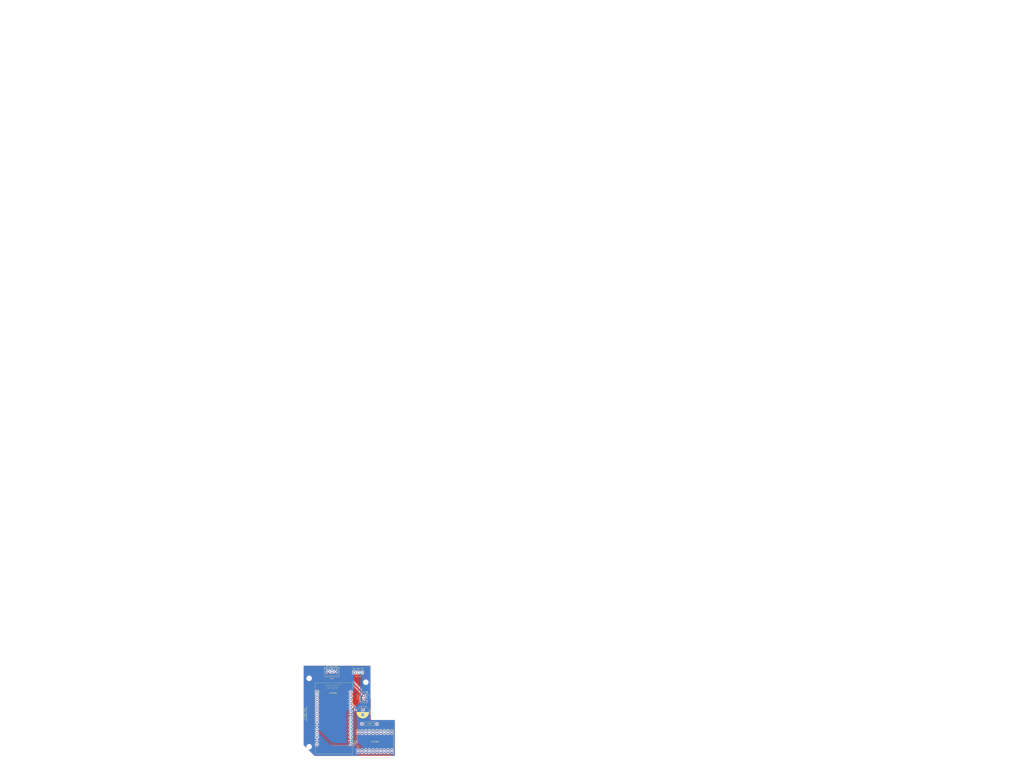
<source format=kicad_pcb>
(kicad_pcb (version 20171130) (host pcbnew "(5.1.5)-3")

  (general
    (thickness 1.6002)
    (drawings 71)
    (tracks 57)
    (zones 0)
    (modules 7)
    (nets 42)
  )

  (page A4)
  (title_block
    (rev 1)
  )

  (layers
    (0 Front signal)
    (31 Back signal)
    (34 B.Paste user)
    (35 F.Paste user)
    (36 B.SilkS user)
    (37 F.SilkS user)
    (38 B.Mask user)
    (39 F.Mask user)
    (44 Edge.Cuts user)
    (45 Margin user)
    (46 B.CrtYd user)
    (47 F.CrtYd user)
    (49 F.Fab user)
  )

  (setup
    (last_trace_width 0.25)
    (user_trace_width 0.1)
    (user_trace_width 0.2)
    (user_trace_width 0.5)
    (user_trace_width 1)
    (trace_clearance 0.25)
    (zone_clearance 0.508)
    (zone_45_only no)
    (trace_min 0.1)
    (via_size 0.8)
    (via_drill 0.4)
    (via_min_size 0.45)
    (via_min_drill 0.2)
    (user_via 0.45 0.2)
    (user_via 0.8 0.4)
    (uvia_size 0.8)
    (uvia_drill 0.4)
    (uvias_allowed no)
    (uvia_min_size 0)
    (uvia_min_drill 0)
    (edge_width 0.1)
    (segment_width 0.1)
    (pcb_text_width 0.3)
    (pcb_text_size 1.5 1.5)
    (mod_edge_width 0.1)
    (mod_text_size 0.8 0.8)
    (mod_text_width 0.1)
    (pad_size 1.524 1.524)
    (pad_drill 0.762)
    (pad_to_mask_clearance 0)
    (solder_mask_min_width 0.1)
    (aux_axis_origin 0 0)
    (visible_elements 7FFFFFFF)
    (pcbplotparams
      (layerselection 0x010fc_ffffffff)
      (usegerberextensions false)
      (usegerberattributes false)
      (usegerberadvancedattributes false)
      (creategerberjobfile false)
      (excludeedgelayer true)
      (linewidth 0.152400)
      (plotframeref false)
      (viasonmask false)
      (mode 1)
      (useauxorigin false)
      (hpglpennumber 1)
      (hpglpenspeed 20)
      (hpglpendiameter 15.000000)
      (psnegative false)
      (psa4output false)
      (plotreference true)
      (plotvalue false)
      (plotinvisibletext false)
      (padsonsilk false)
      (subtractmaskfromsilk true)
      (outputformat 1)
      (mirror false)
      (drillshape 0)
      (scaleselection 1)
      (outputdirectory "./gerbers_for_aisler"))
  )

  (net 0 "")
  (net 1 +3V3)
  (net 2 GND)
  (net 3 "Net-(A1-Pad9)")
  (net 4 "Net-(A1-Pad12)")
  (net 5 "Net-(A1-Pad8)")
  (net 6 "Net-(A1-Pad13)")
  (net 7 "Net-(A1-Pad7)")
  (net 8 "Net-(A1-Pad14)")
  (net 9 "Net-(A1-Pad6)")
  (net 10 "Net-(A1-Pad15)")
  (net 11 "Net-(A1-Pad5)")
  (net 12 "Net-(A1-Pad16)")
  (net 13 "Net-(A1-Pad4)")
  (net 14 "Net-(A1-Pad17)")
  (net 15 "Net-(A1-Pad3)")
  (net 16 "Net-(A1-Pad18)")
  (net 17 "Net-(A1-Pad2)")
  (net 18 "Net-(A1-Pad19)")
  (net 19 +5V)
  (net 20 SDA)
  (net 21 SCL)
  (net 22 Din)
  (net 23 "Net-(U1-Pad18)")
  (net 24 "Net-(U1-Pad19)")
  (net 25 "Net-(U1-Pad20)")
  (net 26 "Net-(U1-Pad21)")
  (net 27 "Net-(U1-Pad22)")
  (net 28 "Net-(U1-Pad23)")
  (net 29 "Net-(U1-Pad26)")
  (net 30 "Net-(U1-Pad30)")
  (net 31 "Net-(U1-Pad13)")
  (net 32 "Net-(U1-Pad12)")
  (net 33 "Net-(U1-Pad9)")
  (net 34 "Net-(U1-Pad8)")
  (net 35 "Net-(U1-Pad7)")
  (net 36 "Net-(U1-Pad6)")
  (net 37 "Net-(U1-Pad5)")
  (net 38 "Net-(U1-Pad4)")
  (net 39 "Net-(U1-Pad3)")
  (net 40 "Net-(U1-Pad2)")
  (net 41 "Net-(U1-Pad1)")

  (net_class Default "This is the default net class."
    (clearance 0.25)
    (trace_width 0.25)
    (via_dia 0.8)
    (via_drill 0.4)
    (uvia_dia 0.8)
    (uvia_drill 0.4)
    (diff_pair_width 0.25)
    (diff_pair_gap 0.25)
    (add_net +3V3)
    (add_net +5V)
    (add_net Din)
    (add_net GND)
    (add_net "Net-(A1-Pad12)")
    (add_net "Net-(A1-Pad13)")
    (add_net "Net-(A1-Pad14)")
    (add_net "Net-(A1-Pad15)")
    (add_net "Net-(A1-Pad16)")
    (add_net "Net-(A1-Pad17)")
    (add_net "Net-(A1-Pad18)")
    (add_net "Net-(A1-Pad19)")
    (add_net "Net-(A1-Pad2)")
    (add_net "Net-(A1-Pad3)")
    (add_net "Net-(A1-Pad4)")
    (add_net "Net-(A1-Pad5)")
    (add_net "Net-(A1-Pad6)")
    (add_net "Net-(A1-Pad7)")
    (add_net "Net-(A1-Pad8)")
    (add_net "Net-(A1-Pad9)")
    (add_net "Net-(U1-Pad1)")
    (add_net "Net-(U1-Pad12)")
    (add_net "Net-(U1-Pad13)")
    (add_net "Net-(U1-Pad18)")
    (add_net "Net-(U1-Pad19)")
    (add_net "Net-(U1-Pad2)")
    (add_net "Net-(U1-Pad20)")
    (add_net "Net-(U1-Pad21)")
    (add_net "Net-(U1-Pad22)")
    (add_net "Net-(U1-Pad23)")
    (add_net "Net-(U1-Pad26)")
    (add_net "Net-(U1-Pad3)")
    (add_net "Net-(U1-Pad30)")
    (add_net "Net-(U1-Pad4)")
    (add_net "Net-(U1-Pad5)")
    (add_net "Net-(U1-Pad6)")
    (add_net "Net-(U1-Pad7)")
    (add_net "Net-(U1-Pad8)")
    (add_net "Net-(U1-Pad9)")
    (add_net SCL)
    (add_net SDA)
  )

  (net_class Min ""
    (clearance 0.1)
    (trace_width 0.1)
    (via_dia 0.45)
    (via_drill 0.2)
    (uvia_dia 0.45)
    (uvia_drill 0.2)
    (diff_pair_width 0.12)
    (diff_pair_gap 0.12)
  )

  (module user-footprints:MODULE_ZC563900 (layer Front) (tedit 602ABAC6) (tstamp 6029DF5B)
    (at 69.215 93.98)
    (path /602954A6)
    (fp_text reference U1 (at -9.325 -25.635) (layer F.SilkS) hide
      (effects (font (size 1 1) (thickness 0.015)))
    )
    (fp_text value ZC563900 (at -2.975 25.635) (layer F.Fab)
      (effects (font (size 1 1) (thickness 0.015)))
    )
    (fp_circle (center -13.25 -18) (end -13.15 -18) (layer F.Fab) (width 0.2))
    (fp_circle (center -13.25 -18) (end -13.15 -18) (layer F.SilkS) (width 0.2))
    (fp_line (start 12.7 -24.13) (end 12.7 24.13) (layer F.Fab) (width 0.127))
    (fp_line (start 7.62 -24.13) (end 12.7 -24.13) (layer F.Fab) (width 0.127))
    (fp_line (start -7.62 -24.13) (end 7.62 -24.13) (layer F.Fab) (width 0.127))
    (fp_line (start -12.7 -24.13) (end -7.62 -24.13) (layer F.Fab) (width 0.127))
    (fp_line (start -12.7 24.13) (end 12.7 24.13) (layer F.Fab) (width 0.127))
    (fp_line (start -12.7 24.13) (end -12.7 -24.13) (layer F.Fab) (width 0.127))
    (fp_line (start -12.95 24.38) (end -12.95 -24.38) (layer F.CrtYd) (width 0.05))
    (fp_line (start 12.95 24.38) (end -12.95 24.38) (layer F.CrtYd) (width 0.05))
    (fp_line (start 12.95 -24.38) (end 12.95 24.38) (layer F.CrtYd) (width 0.05))
    (fp_line (start -12.95 -24.38) (end 12.95 -24.38) (layer F.CrtYd) (width 0.05))
    (fp_line (start 2.54 -22.86) (end 5.08 -22.86) (layer F.Fab) (width 0.127))
    (fp_line (start 2.54 -20.32) (end 2.54 -22.86) (layer F.Fab) (width 0.127))
    (fp_line (start 1.27 -20.32) (end 2.54 -20.32) (layer F.Fab) (width 0.127))
    (fp_line (start 1.27 -22.86) (end 1.27 -20.32) (layer F.Fab) (width 0.127))
    (fp_line (start 0 -22.86) (end 1.27 -22.86) (layer F.Fab) (width 0.127))
    (fp_line (start 0 -20.32) (end 0 -22.86) (layer F.Fab) (width 0.127))
    (fp_line (start -1.27 -20.32) (end 0 -20.32) (layer F.Fab) (width 0.127))
    (fp_line (start -1.27 -22.86) (end -1.27 -20.32) (layer F.Fab) (width 0.127))
    (fp_line (start -2.54 -22.86) (end -1.27 -22.86) (layer F.Fab) (width 0.127))
    (fp_line (start -2.54 -20.32) (end -2.54 -22.86) (layer F.Fab) (width 0.127))
    (fp_line (start -3.81 -20.32) (end -2.54 -20.32) (layer F.Fab) (width 0.127))
    (fp_line (start -3.81 -22.86) (end -3.81 -20.32) (layer F.Fab) (width 0.127))
    (fp_line (start -5.08 -22.86) (end -3.81 -22.86) (layer F.Fab) (width 0.127))
    (fp_line (start -5.08 -19.05) (end -5.08 -22.86) (layer F.Fab) (width 0.127))
    (fp_line (start 7.62 -1.27) (end 7.62 -24.13) (layer F.Fab) (width 0.127))
    (fp_line (start -7.62 -1.27) (end 7.62 -1.27) (layer F.Fab) (width 0.127))
    (fp_line (start -7.62 -24.13) (end -7.62 -1.27) (layer F.Fab) (width 0.127))
    (fp_line (start 12.7 -24.13) (end 12.7 24.13) (layer F.SilkS) (width 0.127))
    (fp_line (start -12.7 -24.13) (end 12.7 -24.13) (layer F.SilkS) (width 0.127))
    (fp_line (start -12.7 24.13) (end 12.7 24.13) (layer F.SilkS) (width 0.127))
    (fp_line (start -12.7 24.13) (end -12.7 -24.13) (layer F.SilkS) (width 0.127))
    (pad 16 thru_hole circle (at 11.43 17.78) (size 1.7526 1.7526) (drill 0.889) (layers *.Cu *.Mask)
      (net 1 +3V3))
    (pad 17 thru_hole circle (at 11.43 15.24) (size 1.7526 1.7526) (drill 0.889) (layers *.Cu *.Mask)
      (net 2 GND))
    (pad 18 thru_hole circle (at 11.43 12.7) (size 1.7526 1.7526) (drill 0.889) (layers *.Cu *.Mask)
      (net 23 "Net-(U1-Pad18)"))
    (pad 19 thru_hole circle (at 11.43 10.16) (size 1.7526 1.7526) (drill 0.889) (layers *.Cu *.Mask)
      (net 24 "Net-(U1-Pad19)"))
    (pad 20 thru_hole circle (at 11.43 7.62) (size 1.7526 1.7526) (drill 0.889) (layers *.Cu *.Mask)
      (net 25 "Net-(U1-Pad20)"))
    (pad 21 thru_hole circle (at 11.43 5.08) (size 1.7526 1.7526) (drill 0.889) (layers *.Cu *.Mask)
      (net 26 "Net-(U1-Pad21)"))
    (pad 22 thru_hole circle (at 11.43 2.54) (size 1.7526 1.7526) (drill 0.889) (layers *.Cu *.Mask)
      (net 27 "Net-(U1-Pad22)"))
    (pad 23 thru_hole circle (at 11.43 0) (size 1.7526 1.7526) (drill 0.889) (layers *.Cu *.Mask)
      (net 28 "Net-(U1-Pad23)"))
    (pad 24 thru_hole circle (at 11.43 -2.54) (size 1.7526 1.7526) (drill 0.889) (layers *.Cu *.Mask)
      (net 2 GND))
    (pad 25 thru_hole circle (at 11.43 -5.08) (size 1.7526 1.7526) (drill 0.889) (layers *.Cu *.Mask)
      (net 1 +3V3))
    (pad 26 thru_hole circle (at 11.43 -7.62) (size 1.7526 1.7526) (drill 0.889) (layers *.Cu *.Mask)
      (net 29 "Net-(U1-Pad26)"))
    (pad 27 thru_hole circle (at 11.43 -10.16) (size 1.7526 1.7526) (drill 0.889) (layers *.Cu *.Mask)
      (net 17 "Net-(A1-Pad2)"))
    (pad 28 thru_hole circle (at 11.43 -12.7) (size 1.7526 1.7526) (drill 0.889) (layers *.Cu *.Mask)
      (net 20 SDA))
    (pad 29 thru_hole circle (at 11.43 -15.24) (size 1.7526 1.7526) (drill 0.889) (layers *.Cu *.Mask)
      (net 21 SCL))
    (pad 30 thru_hole circle (at 11.43 -17.78) (size 1.7526 1.7526) (drill 0.889) (layers *.Cu *.Mask)
      (net 30 "Net-(U1-Pad30)"))
    (pad 15 thru_hole circle (at -11.43 17.78) (size 1.7526 1.7526) (drill 0.889) (layers *.Cu *.Mask)
      (net 19 +5V))
    (pad 14 thru_hole circle (at -11.43 15.24) (size 1.7526 1.7526) (drill 0.889) (layers *.Cu *.Mask)
      (net 2 GND))
    (pad 13 thru_hole circle (at -11.43 12.7) (size 1.7526 1.7526) (drill 0.889) (layers *.Cu *.Mask)
      (net 31 "Net-(U1-Pad13)"))
    (pad 12 thru_hole circle (at -11.43 10.16) (size 1.7526 1.7526) (drill 0.889) (layers *.Cu *.Mask)
      (net 32 "Net-(U1-Pad12)"))
    (pad 11 thru_hole circle (at -11.43 7.62) (size 1.7526 1.7526) (drill 0.889) (layers *.Cu *.Mask)
      (net 1 +3V3))
    (pad 10 thru_hole circle (at -11.43 5.08) (size 1.7526 1.7526) (drill 0.889) (layers *.Cu *.Mask)
      (net 2 GND))
    (pad 9 thru_hole circle (at -11.43 2.54) (size 1.7526 1.7526) (drill 0.889) (layers *.Cu *.Mask)
      (net 33 "Net-(U1-Pad9)"))
    (pad 8 thru_hole circle (at -11.43 0) (size 1.7526 1.7526) (drill 0.889) (layers *.Cu *.Mask)
      (net 34 "Net-(U1-Pad8)"))
    (pad 7 thru_hole circle (at -11.43 -2.54) (size 1.7526 1.7526) (drill 0.889) (layers *.Cu *.Mask)
      (net 35 "Net-(U1-Pad7)"))
    (pad 6 thru_hole circle (at -11.43 -5.08) (size 1.7526 1.7526) (drill 0.889) (layers *.Cu *.Mask)
      (net 36 "Net-(U1-Pad6)"))
    (pad 5 thru_hole circle (at -11.43 -7.62) (size 1.7526 1.7526) (drill 0.889) (layers *.Cu *.Mask)
      (net 37 "Net-(U1-Pad5)"))
    (pad 4 thru_hole circle (at -11.43 -10.16) (size 1.7526 1.7526) (drill 0.889) (layers *.Cu *.Mask)
      (net 38 "Net-(U1-Pad4)"))
    (pad 3 thru_hole circle (at -11.43 -12.7) (size 1.7526 1.7526) (drill 0.889) (layers *.Cu *.Mask)
      (net 39 "Net-(U1-Pad3)"))
    (pad 2 thru_hole circle (at -11.43 -15.24) (size 1.7526 1.7526) (drill 0.889) (layers *.Cu *.Mask)
      (net 40 "Net-(U1-Pad2)"))
    (pad 1 thru_hole rect (at -11.43 -17.78) (size 1.7526 1.7526) (drill 0.889) (layers *.Cu *.Mask)
      (net 41 "Net-(U1-Pad1)"))
  )

  (module Resistor_THT:R_Axial_DIN0207_L6.3mm_D2.5mm_P10.16mm_Horizontal (layer Front) (tedit 5AE5139B) (tstamp 6029DE2E)
    (at 98.425 97.79 180)
    (descr "Resistor, Axial_DIN0207 series, Axial, Horizontal, pin pitch=10.16mm, 0.25W = 1/4W, length*diameter=6.3*2.5mm^2, http://cdn-reichelt.de/documents/datenblatt/B400/1_4W%23YAG.pdf")
    (tags "Resistor Axial_DIN0207 series Axial Horizontal pin pitch 10.16mm 0.25W = 1/4W length 6.3mm diameter 2.5mm")
    (path /60299201)
    (fp_text reference R1 (at 5.08 -2.37) (layer F.SilkS) hide
      (effects (font (size 1 1) (thickness 0.15)))
    )
    (fp_text value 470Ohm (at 5.08 2.37) (layer F.Fab)
      (effects (font (size 1 1) (thickness 0.15)))
    )
    (fp_text user %R (at 5.08 0) (layer F.Fab)
      (effects (font (size 1 1) (thickness 0.15)))
    )
    (fp_line (start 11.21 -1.5) (end -1.05 -1.5) (layer F.CrtYd) (width 0.05))
    (fp_line (start 11.21 1.5) (end 11.21 -1.5) (layer F.CrtYd) (width 0.05))
    (fp_line (start -1.05 1.5) (end 11.21 1.5) (layer F.CrtYd) (width 0.05))
    (fp_line (start -1.05 -1.5) (end -1.05 1.5) (layer F.CrtYd) (width 0.05))
    (fp_line (start 9.12 0) (end 8.35 0) (layer F.SilkS) (width 0.12))
    (fp_line (start 1.04 0) (end 1.81 0) (layer F.SilkS) (width 0.12))
    (fp_line (start 8.35 -1.37) (end 1.81 -1.37) (layer F.SilkS) (width 0.12))
    (fp_line (start 8.35 1.37) (end 8.35 -1.37) (layer F.SilkS) (width 0.12))
    (fp_line (start 1.81 1.37) (end 8.35 1.37) (layer F.SilkS) (width 0.12))
    (fp_line (start 1.81 -1.37) (end 1.81 1.37) (layer F.SilkS) (width 0.12))
    (fp_line (start 10.16 0) (end 8.23 0) (layer F.Fab) (width 0.1))
    (fp_line (start 0 0) (end 1.93 0) (layer F.Fab) (width 0.1))
    (fp_line (start 8.23 -1.25) (end 1.93 -1.25) (layer F.Fab) (width 0.1))
    (fp_line (start 8.23 1.25) (end 8.23 -1.25) (layer F.Fab) (width 0.1))
    (fp_line (start 1.93 1.25) (end 8.23 1.25) (layer F.Fab) (width 0.1))
    (fp_line (start 1.93 -1.25) (end 1.93 1.25) (layer F.Fab) (width 0.1))
    (pad 2 thru_hole oval (at 10.16 0 180) (size 1.6 1.6) (drill 0.8) (layers *.Cu *.Mask)
      (net 18 "Net-(A1-Pad19)"))
    (pad 1 thru_hole circle (at 0 0 180) (size 1.6 1.6) (drill 0.8) (layers *.Cu *.Mask)
      (net 22 Din))
    (model ${KISYS3DMOD}/Resistor_THT.3dshapes/R_Axial_DIN0207_L6.3mm_D2.5mm_P10.16mm_Horizontal.wrl
      (at (xyz 0 0 0))
      (scale (xyz 1 1 1))
      (rotate (xyz 0 0 0))
    )
  )

  (module Connector_JST:JST_XH_B2B-XH-A_1x02_P2.50mm_Vertical (layer Front) (tedit 5C28146C) (tstamp 6029BC1D)
    (at 89.535 78.5 270)
    (descr "JST XH series connector, B2B-XH-A (http://www.jst-mfg.com/product/pdf/eng/eXH.pdf), generated with kicad-footprint-generator")
    (tags "connector JST XH vertical")
    (path /6029AA87)
    (fp_text reference J3 (at 1.25 -3.55 90) (layer F.SilkS) hide
      (effects (font (size 1 1) (thickness 0.15)))
    )
    (fp_text value "PSU Connector" (at 1.25 4.6 90) (layer F.Fab)
      (effects (font (size 1 1) (thickness 0.15)))
    )
    (fp_text user %R (at 1.25 2.7 90) (layer F.Fab)
      (effects (font (size 1 1) (thickness 0.15)))
    )
    (fp_line (start -2.85 -2.75) (end -2.85 -1.5) (layer F.SilkS) (width 0.12))
    (fp_line (start -1.6 -2.75) (end -2.85 -2.75) (layer F.SilkS) (width 0.12))
    (fp_line (start 4.3 2.75) (end 1.25 2.75) (layer F.SilkS) (width 0.12))
    (fp_line (start 4.3 -0.2) (end 4.3 2.75) (layer F.SilkS) (width 0.12))
    (fp_line (start 5.05 -0.2) (end 4.3 -0.2) (layer F.SilkS) (width 0.12))
    (fp_line (start -1.8 2.75) (end 1.25 2.75) (layer F.SilkS) (width 0.12))
    (fp_line (start -1.8 -0.2) (end -1.8 2.75) (layer F.SilkS) (width 0.12))
    (fp_line (start -2.55 -0.2) (end -1.8 -0.2) (layer F.SilkS) (width 0.12))
    (fp_line (start 5.05 -2.45) (end 3.25 -2.45) (layer F.SilkS) (width 0.12))
    (fp_line (start 5.05 -1.7) (end 5.05 -2.45) (layer F.SilkS) (width 0.12))
    (fp_line (start 3.25 -1.7) (end 5.05 -1.7) (layer F.SilkS) (width 0.12))
    (fp_line (start 3.25 -2.45) (end 3.25 -1.7) (layer F.SilkS) (width 0.12))
    (fp_line (start -0.75 -2.45) (end -2.55 -2.45) (layer F.SilkS) (width 0.12))
    (fp_line (start -0.75 -1.7) (end -0.75 -2.45) (layer F.SilkS) (width 0.12))
    (fp_line (start -2.55 -1.7) (end -0.75 -1.7) (layer F.SilkS) (width 0.12))
    (fp_line (start -2.55 -2.45) (end -2.55 -1.7) (layer F.SilkS) (width 0.12))
    (fp_line (start 1.75 -2.45) (end 0.75 -2.45) (layer F.SilkS) (width 0.12))
    (fp_line (start 1.75 -1.7) (end 1.75 -2.45) (layer F.SilkS) (width 0.12))
    (fp_line (start 0.75 -1.7) (end 1.75 -1.7) (layer F.SilkS) (width 0.12))
    (fp_line (start 0.75 -2.45) (end 0.75 -1.7) (layer F.SilkS) (width 0.12))
    (fp_line (start 0 -1.35) (end 0.625 -2.35) (layer F.Fab) (width 0.1))
    (fp_line (start -0.625 -2.35) (end 0 -1.35) (layer F.Fab) (width 0.1))
    (fp_line (start 5.45 -2.85) (end -2.95 -2.85) (layer F.CrtYd) (width 0.05))
    (fp_line (start 5.45 3.9) (end 5.45 -2.85) (layer F.CrtYd) (width 0.05))
    (fp_line (start -2.95 3.9) (end 5.45 3.9) (layer F.CrtYd) (width 0.05))
    (fp_line (start -2.95 -2.85) (end -2.95 3.9) (layer F.CrtYd) (width 0.05))
    (fp_line (start 5.06 -2.46) (end -2.56 -2.46) (layer F.SilkS) (width 0.12))
    (fp_line (start 5.06 3.51) (end 5.06 -2.46) (layer F.SilkS) (width 0.12))
    (fp_line (start -2.56 3.51) (end 5.06 3.51) (layer F.SilkS) (width 0.12))
    (fp_line (start -2.56 -2.46) (end -2.56 3.51) (layer F.SilkS) (width 0.12))
    (fp_line (start 4.95 -2.35) (end -2.45 -2.35) (layer F.Fab) (width 0.1))
    (fp_line (start 4.95 3.4) (end 4.95 -2.35) (layer F.Fab) (width 0.1))
    (fp_line (start -2.45 3.4) (end 4.95 3.4) (layer F.Fab) (width 0.1))
    (fp_line (start -2.45 -2.35) (end -2.45 3.4) (layer F.Fab) (width 0.1))
    (pad 2 thru_hole oval (at 2.5 0 270) (size 1.7 2) (drill 1) (layers *.Cu *.Mask)
      (net 2 GND))
    (pad 1 thru_hole roundrect (at 0 0 270) (size 1.7 2) (drill 1) (layers *.Cu *.Mask) (roundrect_rratio 0.147059)
      (net 19 +5V))
    (model ${KISYS3DMOD}/Connector_JST.3dshapes/JST_XH_B2B-XH-A_1x02_P2.50mm_Vertical.wrl
      (at (xyz 0 0 0))
      (scale (xyz 1 1 1))
      (rotate (xyz 0 0 0))
    )
  )

  (module Connector_JST:JST_XH_B3B-XH-A_1x03_P2.50mm_Vertical (layer Front) (tedit 5C28146C) (tstamp 6029BBF4)
    (at 65.405 62.23)
    (descr "JST XH series connector, B3B-XH-A (http://www.jst-mfg.com/product/pdf/eng/eXH.pdf), generated with kicad-footprint-generator")
    (tags "connector JST XH vertical")
    (path /6029A35C)
    (fp_text reference J2 (at 2.5 -3.55) (layer F.SilkS) hide
      (effects (font (size 1 1) (thickness 0.15)))
    )
    (fp_text value "LED Connector" (at 2.5 4.6) (layer F.Fab)
      (effects (font (size 1 1) (thickness 0.15)))
    )
    (fp_text user %R (at 2.5 2.7) (layer F.Fab)
      (effects (font (size 1 1) (thickness 0.15)))
    )
    (fp_line (start -2.85 -2.75) (end -2.85 -1.5) (layer F.SilkS) (width 0.12))
    (fp_line (start -1.6 -2.75) (end -2.85 -2.75) (layer F.SilkS) (width 0.12))
    (fp_line (start 6.8 2.75) (end 2.5 2.75) (layer F.SilkS) (width 0.12))
    (fp_line (start 6.8 -0.2) (end 6.8 2.75) (layer F.SilkS) (width 0.12))
    (fp_line (start 7.55 -0.2) (end 6.8 -0.2) (layer F.SilkS) (width 0.12))
    (fp_line (start -1.8 2.75) (end 2.5 2.75) (layer F.SilkS) (width 0.12))
    (fp_line (start -1.8 -0.2) (end -1.8 2.75) (layer F.SilkS) (width 0.12))
    (fp_line (start -2.55 -0.2) (end -1.8 -0.2) (layer F.SilkS) (width 0.12))
    (fp_line (start 7.55 -2.45) (end 5.75 -2.45) (layer F.SilkS) (width 0.12))
    (fp_line (start 7.55 -1.7) (end 7.55 -2.45) (layer F.SilkS) (width 0.12))
    (fp_line (start 5.75 -1.7) (end 7.55 -1.7) (layer F.SilkS) (width 0.12))
    (fp_line (start 5.75 -2.45) (end 5.75 -1.7) (layer F.SilkS) (width 0.12))
    (fp_line (start -0.75 -2.45) (end -2.55 -2.45) (layer F.SilkS) (width 0.12))
    (fp_line (start -0.75 -1.7) (end -0.75 -2.45) (layer F.SilkS) (width 0.12))
    (fp_line (start -2.55 -1.7) (end -0.75 -1.7) (layer F.SilkS) (width 0.12))
    (fp_line (start -2.55 -2.45) (end -2.55 -1.7) (layer F.SilkS) (width 0.12))
    (fp_line (start 4.25 -2.45) (end 0.75 -2.45) (layer F.SilkS) (width 0.12))
    (fp_line (start 4.25 -1.7) (end 4.25 -2.45) (layer F.SilkS) (width 0.12))
    (fp_line (start 0.75 -1.7) (end 4.25 -1.7) (layer F.SilkS) (width 0.12))
    (fp_line (start 0.75 -2.45) (end 0.75 -1.7) (layer F.SilkS) (width 0.12))
    (fp_line (start 0 -1.35) (end 0.625 -2.35) (layer F.Fab) (width 0.1))
    (fp_line (start -0.625 -2.35) (end 0 -1.35) (layer F.Fab) (width 0.1))
    (fp_line (start 7.95 -2.85) (end -2.95 -2.85) (layer F.CrtYd) (width 0.05))
    (fp_line (start 7.95 3.9) (end 7.95 -2.85) (layer F.CrtYd) (width 0.05))
    (fp_line (start -2.95 3.9) (end 7.95 3.9) (layer F.CrtYd) (width 0.05))
    (fp_line (start -2.95 -2.85) (end -2.95 3.9) (layer F.CrtYd) (width 0.05))
    (fp_line (start 7.56 -2.46) (end -2.56 -2.46) (layer F.SilkS) (width 0.12))
    (fp_line (start 7.56 3.51) (end 7.56 -2.46) (layer F.SilkS) (width 0.12))
    (fp_line (start -2.56 3.51) (end 7.56 3.51) (layer F.SilkS) (width 0.12))
    (fp_line (start -2.56 -2.46) (end -2.56 3.51) (layer F.SilkS) (width 0.12))
    (fp_line (start 7.45 -2.35) (end -2.45 -2.35) (layer F.Fab) (width 0.1))
    (fp_line (start 7.45 3.4) (end 7.45 -2.35) (layer F.Fab) (width 0.1))
    (fp_line (start -2.45 3.4) (end 7.45 3.4) (layer F.Fab) (width 0.1))
    (fp_line (start -2.45 -2.35) (end -2.45 3.4) (layer F.Fab) (width 0.1))
    (pad 3 thru_hole oval (at 5 0) (size 1.7 1.95) (drill 0.95) (layers *.Cu *.Mask)
      (net 2 GND))
    (pad 2 thru_hole oval (at 2.5 0) (size 1.7 1.95) (drill 0.95) (layers *.Cu *.Mask)
      (net 22 Din))
    (pad 1 thru_hole roundrect (at 0 0) (size 1.7 1.95) (drill 0.95) (layers *.Cu *.Mask) (roundrect_rratio 0.147059)
      (net 19 +5V))
    (model ${KISYS3DMOD}/Connector_JST.3dshapes/JST_XH_B3B-XH-A_1x03_P2.50mm_Vertical.wrl
      (at (xyz 0 0 0))
      (scale (xyz 1 1 1))
      (rotate (xyz 0 0 0))
    )
  )

  (module Connector_PinSocket_2.54mm:PinSocket_1x03_P2.54mm_Vertical (layer Front) (tedit 5A19A429) (tstamp 6029A64B)
    (at 83.185 62.865 90)
    (descr "Through hole straight socket strip, 1x03, 2.54mm pitch, single row (from Kicad 4.0.7), script generated")
    (tags "Through hole socket strip THT 1x03 2.54mm single row")
    (path /60299A75)
    (fp_text reference J1 (at 0 -2.77 90) (layer F.SilkS) hide
      (effects (font (size 1 1) (thickness 0.15)))
    )
    (fp_text value "Servo Connector" (at 0 7.85 90) (layer F.Fab)
      (effects (font (size 1 1) (thickness 0.15)))
    )
    (fp_text user %R (at 0 2.54) (layer F.Fab)
      (effects (font (size 1 1) (thickness 0.15)))
    )
    (fp_line (start -1.8 6.85) (end -1.8 -1.8) (layer F.CrtYd) (width 0.05))
    (fp_line (start 1.75 6.85) (end -1.8 6.85) (layer F.CrtYd) (width 0.05))
    (fp_line (start 1.75 -1.8) (end 1.75 6.85) (layer F.CrtYd) (width 0.05))
    (fp_line (start -1.8 -1.8) (end 1.75 -1.8) (layer F.CrtYd) (width 0.05))
    (fp_line (start 0 -1.33) (end 1.33 -1.33) (layer F.SilkS) (width 0.12))
    (fp_line (start 1.33 -1.33) (end 1.33 0) (layer F.SilkS) (width 0.12))
    (fp_line (start 1.33 1.27) (end 1.33 6.41) (layer F.SilkS) (width 0.12))
    (fp_line (start -1.33 6.41) (end 1.33 6.41) (layer F.SilkS) (width 0.12))
    (fp_line (start -1.33 1.27) (end -1.33 6.41) (layer F.SilkS) (width 0.12))
    (fp_line (start -1.33 1.27) (end 1.33 1.27) (layer F.SilkS) (width 0.12))
    (fp_line (start -1.27 6.35) (end -1.27 -1.27) (layer F.Fab) (width 0.1))
    (fp_line (start 1.27 6.35) (end -1.27 6.35) (layer F.Fab) (width 0.1))
    (fp_line (start 1.27 -0.635) (end 1.27 6.35) (layer F.Fab) (width 0.1))
    (fp_line (start 0.635 -1.27) (end 1.27 -0.635) (layer F.Fab) (width 0.1))
    (fp_line (start -1.27 -1.27) (end 0.635 -1.27) (layer F.Fab) (width 0.1))
    (pad 3 thru_hole oval (at 0 5.08 90) (size 1.7 1.7) (drill 1) (layers *.Cu *.Mask)
      (net 1 +3V3))
    (pad 2 thru_hole oval (at 0 2.54 90) (size 1.7 1.7) (drill 1) (layers *.Cu *.Mask)
      (net 20 SDA))
    (pad 1 thru_hole rect (at 0 0 90) (size 1.7 1.7) (drill 1) (layers *.Cu *.Mask)
      (net 21 SCL))
    (model ${KISYS3DMOD}/Connector_PinSocket_2.54mm.3dshapes/PinSocket_1x03_P2.54mm_Vertical.wrl
      (at (xyz 0 0 0))
      (scale (xyz 1 1 1))
      (rotate (xyz 0 0 0))
    )
  )

  (module Capacitor_THT:CP_Radial_D8.0mm_P3.50mm (layer Front) (tedit 5AE50EF0) (tstamp 6029D812)
    (at 88.9 88 270)
    (descr "CP, Radial series, Radial, pin pitch=3.50mm, , diameter=8mm, Electrolytic Capacitor")
    (tags "CP Radial series Radial pin pitch 3.50mm  diameter 8mm Electrolytic Capacitor")
    (path /60298374)
    (fp_text reference C1 (at 1.75 -5.25 90) (layer F.SilkS) hide
      (effects (font (size 1 1) (thickness 0.15)))
    )
    (fp_text value 1000uF (at 1.75 5.25 90) (layer F.Fab)
      (effects (font (size 1 1) (thickness 0.15)))
    )
    (fp_text user %R (at 1.75 0 90) (layer F.Fab)
      (effects (font (size 1 1) (thickness 0.15)))
    )
    (fp_line (start -2.259698 -2.715) (end -2.259698 -1.915) (layer F.SilkS) (width 0.12))
    (fp_line (start -2.659698 -2.315) (end -1.859698 -2.315) (layer F.SilkS) (width 0.12))
    (fp_line (start 5.831 -0.533) (end 5.831 0.533) (layer F.SilkS) (width 0.12))
    (fp_line (start 5.791 -0.768) (end 5.791 0.768) (layer F.SilkS) (width 0.12))
    (fp_line (start 5.751 -0.948) (end 5.751 0.948) (layer F.SilkS) (width 0.12))
    (fp_line (start 5.711 -1.098) (end 5.711 1.098) (layer F.SilkS) (width 0.12))
    (fp_line (start 5.671 -1.229) (end 5.671 1.229) (layer F.SilkS) (width 0.12))
    (fp_line (start 5.631 -1.346) (end 5.631 1.346) (layer F.SilkS) (width 0.12))
    (fp_line (start 5.591 -1.453) (end 5.591 1.453) (layer F.SilkS) (width 0.12))
    (fp_line (start 5.551 -1.552) (end 5.551 1.552) (layer F.SilkS) (width 0.12))
    (fp_line (start 5.511 -1.645) (end 5.511 1.645) (layer F.SilkS) (width 0.12))
    (fp_line (start 5.471 -1.731) (end 5.471 1.731) (layer F.SilkS) (width 0.12))
    (fp_line (start 5.431 -1.813) (end 5.431 1.813) (layer F.SilkS) (width 0.12))
    (fp_line (start 5.391 -1.89) (end 5.391 1.89) (layer F.SilkS) (width 0.12))
    (fp_line (start 5.351 -1.964) (end 5.351 1.964) (layer F.SilkS) (width 0.12))
    (fp_line (start 5.311 -2.034) (end 5.311 2.034) (layer F.SilkS) (width 0.12))
    (fp_line (start 5.271 -2.102) (end 5.271 2.102) (layer F.SilkS) (width 0.12))
    (fp_line (start 5.231 -2.166) (end 5.231 2.166) (layer F.SilkS) (width 0.12))
    (fp_line (start 5.191 -2.228) (end 5.191 2.228) (layer F.SilkS) (width 0.12))
    (fp_line (start 5.151 -2.287) (end 5.151 2.287) (layer F.SilkS) (width 0.12))
    (fp_line (start 5.111 -2.345) (end 5.111 2.345) (layer F.SilkS) (width 0.12))
    (fp_line (start 5.071 -2.4) (end 5.071 2.4) (layer F.SilkS) (width 0.12))
    (fp_line (start 5.031 -2.454) (end 5.031 2.454) (layer F.SilkS) (width 0.12))
    (fp_line (start 4.991 -2.505) (end 4.991 2.505) (layer F.SilkS) (width 0.12))
    (fp_line (start 4.951 -2.556) (end 4.951 2.556) (layer F.SilkS) (width 0.12))
    (fp_line (start 4.911 -2.604) (end 4.911 2.604) (layer F.SilkS) (width 0.12))
    (fp_line (start 4.871 -2.651) (end 4.871 2.651) (layer F.SilkS) (width 0.12))
    (fp_line (start 4.831 -2.697) (end 4.831 2.697) (layer F.SilkS) (width 0.12))
    (fp_line (start 4.791 -2.741) (end 4.791 2.741) (layer F.SilkS) (width 0.12))
    (fp_line (start 4.751 -2.784) (end 4.751 2.784) (layer F.SilkS) (width 0.12))
    (fp_line (start 4.711 -2.826) (end 4.711 2.826) (layer F.SilkS) (width 0.12))
    (fp_line (start 4.671 -2.867) (end 4.671 2.867) (layer F.SilkS) (width 0.12))
    (fp_line (start 4.631 -2.907) (end 4.631 2.907) (layer F.SilkS) (width 0.12))
    (fp_line (start 4.591 -2.945) (end 4.591 2.945) (layer F.SilkS) (width 0.12))
    (fp_line (start 4.551 -2.983) (end 4.551 2.983) (layer F.SilkS) (width 0.12))
    (fp_line (start 4.511 1.04) (end 4.511 3.019) (layer F.SilkS) (width 0.12))
    (fp_line (start 4.511 -3.019) (end 4.511 -1.04) (layer F.SilkS) (width 0.12))
    (fp_line (start 4.471 1.04) (end 4.471 3.055) (layer F.SilkS) (width 0.12))
    (fp_line (start 4.471 -3.055) (end 4.471 -1.04) (layer F.SilkS) (width 0.12))
    (fp_line (start 4.431 1.04) (end 4.431 3.09) (layer F.SilkS) (width 0.12))
    (fp_line (start 4.431 -3.09) (end 4.431 -1.04) (layer F.SilkS) (width 0.12))
    (fp_line (start 4.391 1.04) (end 4.391 3.124) (layer F.SilkS) (width 0.12))
    (fp_line (start 4.391 -3.124) (end 4.391 -1.04) (layer F.SilkS) (width 0.12))
    (fp_line (start 4.351 1.04) (end 4.351 3.156) (layer F.SilkS) (width 0.12))
    (fp_line (start 4.351 -3.156) (end 4.351 -1.04) (layer F.SilkS) (width 0.12))
    (fp_line (start 4.311 1.04) (end 4.311 3.189) (layer F.SilkS) (width 0.12))
    (fp_line (start 4.311 -3.189) (end 4.311 -1.04) (layer F.SilkS) (width 0.12))
    (fp_line (start 4.271 1.04) (end 4.271 3.22) (layer F.SilkS) (width 0.12))
    (fp_line (start 4.271 -3.22) (end 4.271 -1.04) (layer F.SilkS) (width 0.12))
    (fp_line (start 4.231 1.04) (end 4.231 3.25) (layer F.SilkS) (width 0.12))
    (fp_line (start 4.231 -3.25) (end 4.231 -1.04) (layer F.SilkS) (width 0.12))
    (fp_line (start 4.191 1.04) (end 4.191 3.28) (layer F.SilkS) (width 0.12))
    (fp_line (start 4.191 -3.28) (end 4.191 -1.04) (layer F.SilkS) (width 0.12))
    (fp_line (start 4.151 1.04) (end 4.151 3.309) (layer F.SilkS) (width 0.12))
    (fp_line (start 4.151 -3.309) (end 4.151 -1.04) (layer F.SilkS) (width 0.12))
    (fp_line (start 4.111 1.04) (end 4.111 3.338) (layer F.SilkS) (width 0.12))
    (fp_line (start 4.111 -3.338) (end 4.111 -1.04) (layer F.SilkS) (width 0.12))
    (fp_line (start 4.071 1.04) (end 4.071 3.365) (layer F.SilkS) (width 0.12))
    (fp_line (start 4.071 -3.365) (end 4.071 -1.04) (layer F.SilkS) (width 0.12))
    (fp_line (start 4.031 1.04) (end 4.031 3.392) (layer F.SilkS) (width 0.12))
    (fp_line (start 4.031 -3.392) (end 4.031 -1.04) (layer F.SilkS) (width 0.12))
    (fp_line (start 3.991 1.04) (end 3.991 3.418) (layer F.SilkS) (width 0.12))
    (fp_line (start 3.991 -3.418) (end 3.991 -1.04) (layer F.SilkS) (width 0.12))
    (fp_line (start 3.951 1.04) (end 3.951 3.444) (layer F.SilkS) (width 0.12))
    (fp_line (start 3.951 -3.444) (end 3.951 -1.04) (layer F.SilkS) (width 0.12))
    (fp_line (start 3.911 1.04) (end 3.911 3.469) (layer F.SilkS) (width 0.12))
    (fp_line (start 3.911 -3.469) (end 3.911 -1.04) (layer F.SilkS) (width 0.12))
    (fp_line (start 3.871 1.04) (end 3.871 3.493) (layer F.SilkS) (width 0.12))
    (fp_line (start 3.871 -3.493) (end 3.871 -1.04) (layer F.SilkS) (width 0.12))
    (fp_line (start 3.831 1.04) (end 3.831 3.517) (layer F.SilkS) (width 0.12))
    (fp_line (start 3.831 -3.517) (end 3.831 -1.04) (layer F.SilkS) (width 0.12))
    (fp_line (start 3.791 1.04) (end 3.791 3.54) (layer F.SilkS) (width 0.12))
    (fp_line (start 3.791 -3.54) (end 3.791 -1.04) (layer F.SilkS) (width 0.12))
    (fp_line (start 3.751 1.04) (end 3.751 3.562) (layer F.SilkS) (width 0.12))
    (fp_line (start 3.751 -3.562) (end 3.751 -1.04) (layer F.SilkS) (width 0.12))
    (fp_line (start 3.711 1.04) (end 3.711 3.584) (layer F.SilkS) (width 0.12))
    (fp_line (start 3.711 -3.584) (end 3.711 -1.04) (layer F.SilkS) (width 0.12))
    (fp_line (start 3.671 1.04) (end 3.671 3.606) (layer F.SilkS) (width 0.12))
    (fp_line (start 3.671 -3.606) (end 3.671 -1.04) (layer F.SilkS) (width 0.12))
    (fp_line (start 3.631 1.04) (end 3.631 3.627) (layer F.SilkS) (width 0.12))
    (fp_line (start 3.631 -3.627) (end 3.631 -1.04) (layer F.SilkS) (width 0.12))
    (fp_line (start 3.591 1.04) (end 3.591 3.647) (layer F.SilkS) (width 0.12))
    (fp_line (start 3.591 -3.647) (end 3.591 -1.04) (layer F.SilkS) (width 0.12))
    (fp_line (start 3.551 1.04) (end 3.551 3.666) (layer F.SilkS) (width 0.12))
    (fp_line (start 3.551 -3.666) (end 3.551 -1.04) (layer F.SilkS) (width 0.12))
    (fp_line (start 3.511 1.04) (end 3.511 3.686) (layer F.SilkS) (width 0.12))
    (fp_line (start 3.511 -3.686) (end 3.511 -1.04) (layer F.SilkS) (width 0.12))
    (fp_line (start 3.471 1.04) (end 3.471 3.704) (layer F.SilkS) (width 0.12))
    (fp_line (start 3.471 -3.704) (end 3.471 -1.04) (layer F.SilkS) (width 0.12))
    (fp_line (start 3.431 1.04) (end 3.431 3.722) (layer F.SilkS) (width 0.12))
    (fp_line (start 3.431 -3.722) (end 3.431 -1.04) (layer F.SilkS) (width 0.12))
    (fp_line (start 3.391 1.04) (end 3.391 3.74) (layer F.SilkS) (width 0.12))
    (fp_line (start 3.391 -3.74) (end 3.391 -1.04) (layer F.SilkS) (width 0.12))
    (fp_line (start 3.351 1.04) (end 3.351 3.757) (layer F.SilkS) (width 0.12))
    (fp_line (start 3.351 -3.757) (end 3.351 -1.04) (layer F.SilkS) (width 0.12))
    (fp_line (start 3.311 1.04) (end 3.311 3.774) (layer F.SilkS) (width 0.12))
    (fp_line (start 3.311 -3.774) (end 3.311 -1.04) (layer F.SilkS) (width 0.12))
    (fp_line (start 3.271 1.04) (end 3.271 3.79) (layer F.SilkS) (width 0.12))
    (fp_line (start 3.271 -3.79) (end 3.271 -1.04) (layer F.SilkS) (width 0.12))
    (fp_line (start 3.231 1.04) (end 3.231 3.805) (layer F.SilkS) (width 0.12))
    (fp_line (start 3.231 -3.805) (end 3.231 -1.04) (layer F.SilkS) (width 0.12))
    (fp_line (start 3.191 1.04) (end 3.191 3.821) (layer F.SilkS) (width 0.12))
    (fp_line (start 3.191 -3.821) (end 3.191 -1.04) (layer F.SilkS) (width 0.12))
    (fp_line (start 3.151 1.04) (end 3.151 3.835) (layer F.SilkS) (width 0.12))
    (fp_line (start 3.151 -3.835) (end 3.151 -1.04) (layer F.SilkS) (width 0.12))
    (fp_line (start 3.111 1.04) (end 3.111 3.85) (layer F.SilkS) (width 0.12))
    (fp_line (start 3.111 -3.85) (end 3.111 -1.04) (layer F.SilkS) (width 0.12))
    (fp_line (start 3.071 1.04) (end 3.071 3.863) (layer F.SilkS) (width 0.12))
    (fp_line (start 3.071 -3.863) (end 3.071 -1.04) (layer F.SilkS) (width 0.12))
    (fp_line (start 3.031 1.04) (end 3.031 3.877) (layer F.SilkS) (width 0.12))
    (fp_line (start 3.031 -3.877) (end 3.031 -1.04) (layer F.SilkS) (width 0.12))
    (fp_line (start 2.991 1.04) (end 2.991 3.889) (layer F.SilkS) (width 0.12))
    (fp_line (start 2.991 -3.889) (end 2.991 -1.04) (layer F.SilkS) (width 0.12))
    (fp_line (start 2.951 1.04) (end 2.951 3.902) (layer F.SilkS) (width 0.12))
    (fp_line (start 2.951 -3.902) (end 2.951 -1.04) (layer F.SilkS) (width 0.12))
    (fp_line (start 2.911 1.04) (end 2.911 3.914) (layer F.SilkS) (width 0.12))
    (fp_line (start 2.911 -3.914) (end 2.911 -1.04) (layer F.SilkS) (width 0.12))
    (fp_line (start 2.871 1.04) (end 2.871 3.925) (layer F.SilkS) (width 0.12))
    (fp_line (start 2.871 -3.925) (end 2.871 -1.04) (layer F.SilkS) (width 0.12))
    (fp_line (start 2.831 1.04) (end 2.831 3.936) (layer F.SilkS) (width 0.12))
    (fp_line (start 2.831 -3.936) (end 2.831 -1.04) (layer F.SilkS) (width 0.12))
    (fp_line (start 2.791 1.04) (end 2.791 3.947) (layer F.SilkS) (width 0.12))
    (fp_line (start 2.791 -3.947) (end 2.791 -1.04) (layer F.SilkS) (width 0.12))
    (fp_line (start 2.751 1.04) (end 2.751 3.957) (layer F.SilkS) (width 0.12))
    (fp_line (start 2.751 -3.957) (end 2.751 -1.04) (layer F.SilkS) (width 0.12))
    (fp_line (start 2.711 1.04) (end 2.711 3.967) (layer F.SilkS) (width 0.12))
    (fp_line (start 2.711 -3.967) (end 2.711 -1.04) (layer F.SilkS) (width 0.12))
    (fp_line (start 2.671 1.04) (end 2.671 3.976) (layer F.SilkS) (width 0.12))
    (fp_line (start 2.671 -3.976) (end 2.671 -1.04) (layer F.SilkS) (width 0.12))
    (fp_line (start 2.631 1.04) (end 2.631 3.985) (layer F.SilkS) (width 0.12))
    (fp_line (start 2.631 -3.985) (end 2.631 -1.04) (layer F.SilkS) (width 0.12))
    (fp_line (start 2.591 1.04) (end 2.591 3.994) (layer F.SilkS) (width 0.12))
    (fp_line (start 2.591 -3.994) (end 2.591 -1.04) (layer F.SilkS) (width 0.12))
    (fp_line (start 2.551 1.04) (end 2.551 4.002) (layer F.SilkS) (width 0.12))
    (fp_line (start 2.551 -4.002) (end 2.551 -1.04) (layer F.SilkS) (width 0.12))
    (fp_line (start 2.511 1.04) (end 2.511 4.01) (layer F.SilkS) (width 0.12))
    (fp_line (start 2.511 -4.01) (end 2.511 -1.04) (layer F.SilkS) (width 0.12))
    (fp_line (start 2.471 1.04) (end 2.471 4.017) (layer F.SilkS) (width 0.12))
    (fp_line (start 2.471 -4.017) (end 2.471 -1.04) (layer F.SilkS) (width 0.12))
    (fp_line (start 2.43 -4.024) (end 2.43 4.024) (layer F.SilkS) (width 0.12))
    (fp_line (start 2.39 -4.03) (end 2.39 4.03) (layer F.SilkS) (width 0.12))
    (fp_line (start 2.35 -4.037) (end 2.35 4.037) (layer F.SilkS) (width 0.12))
    (fp_line (start 2.31 -4.042) (end 2.31 4.042) (layer F.SilkS) (width 0.12))
    (fp_line (start 2.27 -4.048) (end 2.27 4.048) (layer F.SilkS) (width 0.12))
    (fp_line (start 2.23 -4.052) (end 2.23 4.052) (layer F.SilkS) (width 0.12))
    (fp_line (start 2.19 -4.057) (end 2.19 4.057) (layer F.SilkS) (width 0.12))
    (fp_line (start 2.15 -4.061) (end 2.15 4.061) (layer F.SilkS) (width 0.12))
    (fp_line (start 2.11 -4.065) (end 2.11 4.065) (layer F.SilkS) (width 0.12))
    (fp_line (start 2.07 -4.068) (end 2.07 4.068) (layer F.SilkS) (width 0.12))
    (fp_line (start 2.03 -4.071) (end 2.03 4.071) (layer F.SilkS) (width 0.12))
    (fp_line (start 1.99 -4.074) (end 1.99 4.074) (layer F.SilkS) (width 0.12))
    (fp_line (start 1.95 -4.076) (end 1.95 4.076) (layer F.SilkS) (width 0.12))
    (fp_line (start 1.91 -4.077) (end 1.91 4.077) (layer F.SilkS) (width 0.12))
    (fp_line (start 1.87 -4.079) (end 1.87 4.079) (layer F.SilkS) (width 0.12))
    (fp_line (start 1.83 -4.08) (end 1.83 4.08) (layer F.SilkS) (width 0.12))
    (fp_line (start 1.79 -4.08) (end 1.79 4.08) (layer F.SilkS) (width 0.12))
    (fp_line (start 1.75 -4.08) (end 1.75 4.08) (layer F.SilkS) (width 0.12))
    (fp_line (start -1.276759 -2.1475) (end -1.276759 -1.3475) (layer F.Fab) (width 0.1))
    (fp_line (start -1.676759 -1.7475) (end -0.876759 -1.7475) (layer F.Fab) (width 0.1))
    (fp_circle (center 1.75 0) (end 6 0) (layer F.CrtYd) (width 0.05))
    (fp_circle (center 1.75 0) (end 5.87 0) (layer F.SilkS) (width 0.12))
    (fp_circle (center 1.75 0) (end 5.75 0) (layer F.Fab) (width 0.1))
    (pad 2 thru_hole circle (at 3.5 0 270) (size 1.6 1.6) (drill 0.8) (layers *.Cu *.Mask)
      (net 2 GND))
    (pad 1 thru_hole rect (at 0 0 270) (size 1.6 1.6) (drill 0.8) (layers *.Cu *.Mask)
      (net 19 +5V))
    (model ${KISYS3DMOD}/Capacitor_THT.3dshapes/CP_Radial_D8.0mm_P3.50mm.wrl
      (at (xyz 0 0 0))
      (scale (xyz 1 1 1))
      (rotate (xyz 0 0 0))
    )
  )

  (module my_parts:TXS0108E_breakout (layer Front) (tedit 602957DC) (tstamp 6029DB1D)
    (at 97.155 109.855 90)
    (descr "Breakout board for 8 Ch Logic Level Converter TXS0108E")
    (path /60297691)
    (fp_text reference A1 (at -6.35 -13.716 270) (layer F.SilkS) hide
      (effects (font (size 1 1) (thickness 0.15)))
    )
    (fp_text value TXS0108E_breakout (at 0 0.0508 180) (layer F.Fab)
      (effects (font (size 1 1) (thickness 0.15)))
    )
    (fp_line (start -8 -12.2292) (end 8 -12.2292) (layer F.CrtYd) (width 0.05))
    (fp_line (start -8 12.3308) (end -8 -12.2292) (layer F.CrtYd) (width 0.05))
    (fp_line (start 8 12.3308) (end -8 12.3308) (layer F.CrtYd) (width 0.05))
    (fp_line (start 8 -12.2292) (end 8 12.3308) (layer F.CrtYd) (width 0.05))
    (fp_line (start -2.749999 -12.4792) (end -8.249999 -12.4792) (layer F.SilkS) (width 0.12))
    (fp_line (start -2.749999 -12.1192) (end -2.749999 -12.4792) (layer F.SilkS) (width 0.12))
    (fp_line (start 2.75 -12.1192) (end -2.749999 -12.1192) (layer F.SilkS) (width 0.12))
    (fp_line (start 2.75 -12.4792) (end 2.75 -12.1192) (layer F.SilkS) (width 0.12))
    (fp_line (start 8.25 -12.4792) (end 2.75 -12.4792) (layer F.SilkS) (width 0.12))
    (fp_line (start 8.249999 12.5808) (end 8.25 -12.4792) (layer F.SilkS) (width 0.12))
    (fp_line (start -8.25 12.5808) (end 8.249999 12.5808) (layer F.SilkS) (width 0.12))
    (fp_line (start -8.249999 -12.4792) (end -8.25 12.5808) (layer F.SilkS) (width 0.12))
    (pad 10 thru_hole oval (at -6.35 11.4808) (size 1.2 2.8) (drill 1.016) (layers *.Cu *.Mask)
      (net 1 +3V3))
    (pad 11 thru_hole oval (at 6.35 11.4808) (size 1.2 2.8) (drill 1.016) (layers *.Cu *.Mask)
      (net 2 GND))
    (pad 9 thru_hole oval (at -6.35 8.9408) (size 1.2 2.8) (drill 1.016) (layers *.Cu *.Mask)
      (net 3 "Net-(A1-Pad9)"))
    (pad 12 thru_hole oval (at 6.35 8.9408) (size 1.2 2.8) (drill 1.016) (layers *.Cu *.Mask)
      (net 4 "Net-(A1-Pad12)"))
    (pad 8 thru_hole oval (at -6.35 6.4008) (size 1.2 2.8) (drill 1.016) (layers *.Cu *.Mask)
      (net 5 "Net-(A1-Pad8)"))
    (pad 13 thru_hole oval (at 6.35 6.4008) (size 1.2 2.8) (drill 1.016) (layers *.Cu *.Mask)
      (net 6 "Net-(A1-Pad13)"))
    (pad 7 thru_hole oval (at -6.35 3.8608) (size 1.2 2.8) (drill 1.016) (layers *.Cu *.Mask)
      (net 7 "Net-(A1-Pad7)"))
    (pad 14 thru_hole oval (at 6.35 3.8608) (size 1.2 2.8) (drill 1.016) (layers *.Cu *.Mask)
      (net 8 "Net-(A1-Pad14)"))
    (pad 6 thru_hole oval (at -6.35 1.3208) (size 1.2 2.8) (drill 1.016) (layers *.Cu *.Mask)
      (net 9 "Net-(A1-Pad6)"))
    (pad 15 thru_hole oval (at 6.35 1.3208) (size 1.2 2.8) (drill 1.016) (layers *.Cu *.Mask)
      (net 10 "Net-(A1-Pad15)"))
    (pad 5 thru_hole oval (at -6.35 -1.2192) (size 1.2 2.8) (drill 1.016) (layers *.Cu *.Mask)
      (net 11 "Net-(A1-Pad5)"))
    (pad 16 thru_hole oval (at 6.35 -1.2192) (size 1.2 2.8) (drill 1.016) (layers *.Cu *.Mask)
      (net 12 "Net-(A1-Pad16)"))
    (pad 4 thru_hole oval (at -6.35 -3.7592) (size 1.2 2.8) (drill 1.016) (layers *.Cu *.Mask)
      (net 13 "Net-(A1-Pad4)"))
    (pad 17 thru_hole oval (at 6.35 -3.7592) (size 1.2 2.8) (drill 1.016) (layers *.Cu *.Mask)
      (net 14 "Net-(A1-Pad17)"))
    (pad 3 thru_hole oval (at -6.35 -6.2992) (size 1.2 2.8) (drill 1.016) (layers *.Cu *.Mask)
      (net 15 "Net-(A1-Pad3)"))
    (pad 18 thru_hole oval (at 6.35 -6.2992) (size 1.2 2.8) (drill 1.016) (layers *.Cu *.Mask)
      (net 16 "Net-(A1-Pad18)"))
    (pad 2 thru_hole oval (at -6.35 -8.8392) (size 1.2 2.8) (drill 1.016) (layers *.Cu *.Mask)
      (net 17 "Net-(A1-Pad2)"))
    (pad 19 thru_hole oval (at 6.35 -8.8392) (size 1.2 2.8) (drill 1.016) (layers *.Cu *.Mask)
      (net 18 "Net-(A1-Pad19)"))
    (pad 1 thru_hole oval (at -6.35 -11.3792) (size 1.2 2.8) (drill 1.016) (layers *.Cu *.Mask)
      (net 1 +3V3))
    (pad 20 thru_hole oval (at 6.35 -11.3792) (size 1.2 2.8) (drill 1.016) (layers *.Cu *.Mask)
      (net 19 +5V))
  )

  (gr_text VA (at 85.979 113.157 90) (layer F.SilkS)
    (effects (font (size 0.8 0.8) (thickness 0.1)))
  )
  (gr_line (start 71.628 71.247) (end 74.041 71.247) (layer F.SilkS) (width 0.1))
  (gr_line (start 71.628 73.533) (end 71.628 71.247) (layer F.SilkS) (width 0.1))
  (gr_line (start 70.485 73.533) (end 71.628 73.533) (layer F.SilkS) (width 0.1))
  (gr_line (start 70.485 71.12) (end 70.485 73.533) (layer F.SilkS) (width 0.1))
  (gr_line (start 69.342 71.12) (end 70.485 71.12) (layer F.SilkS) (width 0.1))
  (gr_line (start 69.215 73.66) (end 69.342 71.12) (layer F.SilkS) (width 0.1))
  (gr_line (start 67.945 73.66) (end 69.215 73.66) (layer F.SilkS) (width 0.1))
  (gr_line (start 67.818 71.12) (end 67.945 73.66) (layer F.SilkS) (width 0.1))
  (gr_line (start 66.675 71.12) (end 67.818 71.12) (layer F.SilkS) (width 0.1))
  (gr_line (start 66.548 73.533) (end 66.675 71.12) (layer F.SilkS) (width 0.1))
  (gr_line (start 65.405 73.533) (end 66.548 73.533) (layer F.SilkS) (width 0.1))
  (gr_line (start 65.405 71.247) (end 65.405 73.533) (layer F.SilkS) (width 0.1))
  (gr_line (start 64.135 71.247) (end 65.405 71.247) (layer F.SilkS) (width 0.1))
  (gr_line (start 64.135 74.676) (end 64.135 71.247) (layer F.SilkS) (width 0.1))
  (gr_text "Servo Wordclock\nMain PCB v1" (at 50.038 91.059 270) (layer F.SilkS)
    (effects (font (size 0.8 0.8) (thickness 0.1)))
  )
  (gr_text TXS0108E (at 97.155 109.855) (layer F.SilkS)
    (effects (font (size 0.8 0.8) (thickness 0.1)))
  )
  (gr_text ESP8266 (at 68.58 76.835) (layer F.SilkS)
    (effects (font (size 0.8 0.8) (thickness 0.1)))
  )
  (gr_text 470R (at 93.472 97.663) (layer F.SilkS)
    (effects (font (size 0.8 0.8) (thickness 0.1)))
  )
  (gr_text "5V Dout GND" (at 68.072 58.801) (layer F.SilkS)
    (effects (font (size 0.8 0.8) (thickness 0.1)))
  )
  (gr_text LEDs (at 67.564 66.929) (layer F.SilkS)
    (effects (font (size 0.8 0.8) (thickness 0.1)))
  )
  (gr_text Servos (at 85.852 65.532) (layer F.SilkS)
    (effects (font (size 0.8 0.8) (thickness 0.1)))
  )
  (gr_text "SCL SDA VCC" (at 85.852 60.198) (layer F.SilkS)
    (effects (font (size 0.8 0.8) (thickness 0.1)))
  )
  (gr_text "- +" (at 92.71 79.629 90) (layer F.SilkS)
    (effects (font (size 1.5 1.5) (thickness 0.1)))
  )
  (gr_text Power (at 85.09 79.375 90) (layer F.SilkS)
    (effects (font (size 0.8 0.8) (thickness 0.1)))
  )
  (gr_text 1000uF (at 93.98 89.535 90) (layer F.SilkS)
    (effects (font (size 0.8 0.8) (thickness 0.1)))
  )
  (gr_line (start 187.61255 70.017023) (end 187.61255 90.017018) (layer F.Fab) (width 0.2))
  (gr_line (start 187.61255 90.017018) (end 100.612571 90.017018) (layer F.Fab) (width 0.2))
  (gr_line (start 100.612571 70.017023) (end 187.61255 70.017023) (layer F.Fab) (width 0.2))
  (gr_line (start 537.949477 129.813078) (end 35.949616 129.813078) (layer F.Fab) (width 0.2))
  (gr_line (start 70.949605 39.813103) (end 502.949477 39.813103) (layer F.Fab) (width 0.2))
  (gr_circle (center 90.95 69.426836) (end 92.3 69.426836) (layer Edge.Cuts) (width 0.1))
  (gr_circle (center 52.451 113.284) (end 53.801 113.284) (layer Edge.Cuts) (width 0.1))
  (gr_circle (center 52.451 66.802) (end 53.801 66.802) (layer Edge.Cuts) (width 0.1))
  (gr_line (start 55.88 120.015) (end 111.125 120.015) (layer Edge.Cuts) (width 0.1) (tstamp 6029A4FA))
  (gr_line (start 48.26 57.785) (end 50.8 57.785) (layer Edge.Cuts) (width 0.1) (tstamp 6029A4CA))
  (gr_line (start 48.26 112.395) (end 48.26 57.785) (layer Edge.Cuts) (width 0.1))
  (gr_line (start 50.8 114.935) (end 48.26 112.395) (layer Edge.Cuts) (width 0.1))
  (gr_line (start 50.8 114.935) (end 55.88 120.015) (layer Edge.Cuts) (width 0.1))
  (gr_line (start 55.11108 122.566584) (end 55.11108 120.267616) (layer F.Fab) (width 0.17672))
  (gr_line (start 37.457034 102.61357) (end 35.15801 102.61357) (layer F.Fab) (width 0.17672))
  (gr_line (start 54.964252 119.913048) (end 37.811508 102.760398) (layer F.Fab) (width 0.17672))
  (gr_line (start 94.615 57.785) (end 94.615 94.615) (layer Edge.Cuts) (width 0.1))
  (gr_line (start 50.8 57.785) (end 94.615 57.785) (layer Edge.Cuts) (width 0.1))
  (gr_line (start 111.125 94.615) (end 111.125 120.015) (layer Edge.Cuts) (width 0.1))
  (gr_line (start 94.615 94.615) (end 111.125 94.615) (layer Edge.Cuts) (width 0.1))
  (gr_curve (pts (xy 79.679104 49.3131) (xy 79.679104 49.752358) (xy 79.444763 50.158249) (xy 79.064354 50.377878)) (layer F.Fab) (width 0.2))
  (gr_line (start 94.953599 49.3131) (end 94.953599 49.3131) (layer Edge.Cuts) (width 0.2))
  (gr_curve (pts (xy 95.764098 50.716927) (xy 95.262559 50.427364) (xy 94.953599 49.892228) (xy 94.953599 49.3131)) (layer F.Fab) (width 0.2))
  (gr_curve (pts (xy 94.953599 49.3131) (xy 94.953599 48.733973) (xy 95.262559 48.198837) (xy 95.764098 47.909273)) (layer F.Fab) (width 0.2))
  (gr_curve (pts (xy 79.064354 48.248322) (xy 79.444763 48.467951) (xy 79.679104 48.873842) (xy 79.679104 49.3131)) (layer F.Fab) (width 0.2))
  (gr_curve (pts (xy 97.385098 50.716927) (xy 96.883559 51.006491) (xy 96.265638 51.006491) (xy 95.764098 50.716927)) (layer F.Fab) (width 0.2))
  (gr_curve (pts (xy 79.064354 50.377878) (xy 78.683945 50.597507) (xy 78.215263 50.597507) (xy 77.834854 50.377878)) (layer F.Fab) (width 0.2))
  (gr_curve (pts (xy 77.834854 48.248322) (xy 78.215263 48.028693) (xy 78.683945 48.028693) (xy 79.064354 48.248322)) (layer F.Fab) (width 0.2))
  (gr_curve (pts (xy 97.385098 47.909273) (xy 97.886637 48.198837) (xy 98.195598 48.733973) (xy 98.195598 49.3131)) (layer F.Fab) (width 0.2))
  (gr_curve (pts (xy 98.195598 49.3131) (xy 98.195598 49.892228) (xy 97.886637 50.427364) (xy 97.385098 50.716927)) (layer F.Fab) (width 0.2))
  (gr_curve (pts (xy 77.220104 49.3131) (xy 77.220104 48.873842) (xy 77.454445 48.467951) (xy 77.834854 48.248322)) (layer F.Fab) (width 0.2))
  (gr_curve (pts (xy 95.764098 47.909273) (xy 96.265638 47.61971) (xy 96.883559 47.61971) (xy 97.385098 47.909273)) (layer F.Fab) (width 0.2))
  (gr_line (start 77.220104 49.3131) (end 77.220104 49.3131) (layer Edge.Cuts) (width 0.2))
  (gr_curve (pts (xy 77.834854 50.377878) (xy 77.454445 50.158249) (xy 77.220104 49.752358) (xy 77.220104 49.3131)) (layer F.Fab) (width 0.2))
  (gr_line (start 100.612571 90.017018) (end 100.612571 70.017023) (layer F.Fab) (width 0.2))
  (gr_line (start 27.949619 121.81308) (end 27.949619 -394.186775) (layer F.Fab) (width 0.2))
  (gr_curve (pts (xy 30.292764 127.469933) (xy 28.792473 125.969643) (xy 27.949619 123.934812) (xy 27.949619 121.81308)) (layer F.Fab) (width 0.2))
  (gr_curve (pts (xy 35.949616 129.813078) (xy 33.827885 129.813078) (xy 31.793054 128.970224) (xy 30.292764 127.469933)) (layer F.Fab) (width 0.2))
  (gr_curve (pts (xy 70.949605 39.813103) (xy 69.623523 39.813104) (xy 68.351753 39.286319) (xy 67.414072 38.348638)) (layer F.Fab) (width 0.2))
  (gr_curve (pts (xy 67.414072 38.348638) (xy 66.47639 37.410956) (xy 65.949606 36.139187) (xy 65.949606 34.813104)) (layer F.Fab) (width 0.2))
  (gr_line (start -154.92158 -155.892992) (end -156.05047 -154.764102) (layer F.Fab) (width 0.2))
  (gr_line (start -155.768244 -157.303992) (end -157.461576 -155.609992) (layer F.Fab) (width 0.2))
  (gr_line (start -154.35713 -155.327992) (end -155.48602 -154.199102) (layer F.Fab) (width 0.2))
  (gr_line (start -155.48602 -156.456992) (end -156.61491 -155.328102) (layer F.Fab) (width 0.2))
  (gr_line (start -156.61491 -157.867992) (end -156.61491 -155.045992) (layer F.Fab) (width 0.2))

  (segment (start 81.521299 88.023701) (end 80.645 88.9) (width 0.5) (layer Back) (net 1))
  (segment (start 87.415001 82.129999) (end 81.521299 88.023701) (width 0.5) (layer Back) (net 1))
  (segment (start 87.415001 63.714999) (end 87.415001 82.129999) (width 0.5) (layer Back) (net 1))
  (segment (start 88.265 62.865) (end 87.415001 63.714999) (width 0.5) (layer Back) (net 1))
  (segment (start 81.884275 111.76) (end 80.645 111.76) (width 0.5) (layer Back) (net 1))
  (segment (start 83.2308 111.76) (end 81.884275 111.76) (width 0.5) (layer Back) (net 1))
  (segment (start 85.7758 114.305) (end 83.2308 111.76) (width 0.5) (layer Back) (net 1))
  (segment (start 85.7758 114.305) (end 85.7758 116.205) (width 0.5) (layer Back) (net 1))
  (segment (start 85.7758 118.105) (end 86.4158 118.745) (width 0.5) (layer Back) (net 1))
  (segment (start 85.7758 116.205) (end 85.7758 118.105) (width 0.5) (layer Back) (net 1))
  (segment (start 108.6358 118.105) (end 108.6358 116.205) (width 0.5) (layer Back) (net 1))
  (segment (start 107.9958 118.745) (end 108.6358 118.105) (width 0.5) (layer Back) (net 1))
  (segment (start 86.4158 118.745) (end 107.9958 118.745) (width 0.5) (layer Back) (net 1))
  (segment (start 67.945 111.76) (end 57.785 101.6) (width 0.5) (layer Back) (net 1))
  (segment (start 80.645 111.76) (end 67.945 111.76) (width 0.5) (layer Back) (net 1))
  (segment (start 79.405725 88.9) (end 78.74 89.565725) (width 0.5) (layer Back) (net 1))
  (segment (start 80.645 88.9) (end 79.405725 88.9) (width 0.5) (layer Back) (net 1))
  (segment (start 78.74 109.855) (end 80.645 111.76) (width 0.5) (layer Back) (net 1))
  (segment (start 78.74 89.565725) (end 78.74 109.855) (width 0.5) (layer Back) (net 1))
  (via (at 83.82 88.265) (size 0.8) (drill 0.4) (layers Front Back) (net 17))
  (segment (start 83.82 109.8092) (end 83.82 88.265) (width 0.5) (layer Back) (net 17))
  (segment (start 88.3158 116.205) (end 88.3158 114.305) (width 0.5) (layer Back) (net 17))
  (segment (start 88.3158 114.305) (end 83.82 109.8092) (width 0.5) (layer Back) (net 17))
  (segment (start 83.82 86.995) (end 80.645 83.82) (width 0.5) (layer Front) (net 17))
  (segment (start 83.82 88.265) (end 83.82 86.995) (width 0.5) (layer Front) (net 17))
  (segment (start 88.265 103.4542) (end 88.3158 103.505) (width 0.25) (layer Front) (net 18))
  (segment (start 88.265 97.79) (end 88.265 103.4542) (width 0.25) (layer Front) (net 18))
  (segment (start 89.535 77.65) (end 79.83 67.945) (width 1) (layer Front) (net 19))
  (segment (start 89.535 78.5) (end 89.535 77.65) (width 1) (layer Front) (net 19))
  (segment (start 65.405 63.205) (end 65.405 62.23) (width 1) (layer Front) (net 19))
  (segment (start 70.145 67.945) (end 65.405 63.205) (width 1) (layer Front) (net 19))
  (segment (start 79.83 67.945) (end 70.145 67.945) (width 1) (layer Front) (net 19))
  (segment (start 88.535 78.5) (end 89.535 78.5) (width 1) (layer Front) (net 19))
  (segment (start 87.78499 79.25001) (end 88.535 78.5) (width 1) (layer Front) (net 19))
  (segment (start 87.78499 81.662745) (end 87.78499 79.25001) (width 1) (layer Front) (net 19))
  (segment (start 88.9 82.777755) (end 87.78499 81.662745) (width 1) (layer Front) (net 19))
  (segment (start 88.9 88) (end 88.9 82.777755) (width 1) (layer Front) (net 19))
  (segment (start 85.7758 105.405) (end 85.7758 103.505) (width 0.5) (layer Front) (net 19))
  (segment (start 85.7758 108.666126) (end 85.7758 105.405) (width 0.5) (layer Front) (net 19))
  (segment (start 81.305625 113.136301) (end 85.7758 108.666126) (width 0.5) (layer Front) (net 19))
  (segment (start 59.161301 113.136301) (end 81.305625 113.136301) (width 0.5) (layer Front) (net 19))
  (segment (start 57.785 111.76) (end 59.161301 113.136301) (width 0.5) (layer Front) (net 19))
  (segment (start 87.6 88) (end 88.9 88) (width 0.5) (layer Front) (net 19))
  (segment (start 85.7758 89.8242) (end 87.6 88) (width 0.5) (layer Front) (net 19))
  (segment (start 85.7758 103.505) (end 85.7758 89.8242) (width 0.5) (layer Front) (net 19))
  (segment (start 85.725 76.2) (end 80.645 81.28) (width 0.25) (layer Back) (net 20))
  (segment (start 85.725 62.865) (end 85.725 76.2) (width 0.25) (layer Back) (net 20))
  (segment (start 83.185 76.2) (end 80.645 78.74) (width 0.25) (layer Back) (net 21))
  (segment (start 83.185 62.865) (end 83.185 76.2) (width 0.25) (layer Back) (net 21))
  (segment (start 97.29363 97.79) (end 98.425 97.79) (width 0.25) (layer Front) (net 22))
  (segment (start 94.18999 94.791044) (end 97.188946 97.79) (width 0.25) (layer Front) (net 22))
  (segment (start 97.188946 97.79) (end 97.29363 97.79) (width 0.25) (layer Front) (net 22))
  (segment (start 94.18999 80.92109) (end 94.18999 94.791044) (width 0.25) (layer Front) (net 22))
  (segment (start 71.51999 67.06999) (end 80.33889 67.06999) (width 0.25) (layer Front) (net 22))
  (segment (start 80.33889 67.06999) (end 94.18999 80.92109) (width 0.25) (layer Front) (net 22))
  (segment (start 67.905 63.455) (end 71.51999 67.06999) (width 0.25) (layer Front) (net 22))
  (segment (start 67.905 62.23) (end 67.905 63.455) (width 0.25) (layer Front) (net 22))

  (zone (net 2) (net_name GND) (layer Front) (tstamp 602AB9CF) (hatch edge 0.508)
    (connect_pads (clearance 0.508))
    (min_thickness 0.254)
    (fill yes (arc_segments 32) (thermal_gap 0.508) (thermal_bridge_width 0.508))
    (polygon
      (pts
        (xy 95.885 92.71) (xy 111.76 92.71) (xy 112.395 120.65) (xy 45.085 120.65) (xy 45.085 56.515)
        (xy 96.52 56.515)
      )
    )
    (filled_polygon
      (pts
        (xy 93.930001 79.586298) (xy 83.569113 69.225411) (xy 88.904895 69.225411) (xy 88.904895 69.628261) (xy 88.983488 70.023371)
        (xy 89.137652 70.395556) (xy 89.361464 70.730514) (xy 89.646322 71.015372) (xy 89.98128 71.239184) (xy 90.353465 71.393348)
        (xy 90.748575 71.471941) (xy 91.151425 71.471941) (xy 91.546535 71.393348) (xy 91.91872 71.239184) (xy 92.253678 71.015372)
        (xy 92.538536 70.730514) (xy 92.762348 70.395556) (xy 92.916512 70.023371) (xy 92.995105 69.628261) (xy 92.995105 69.225411)
        (xy 92.916512 68.830301) (xy 92.762348 68.458116) (xy 92.538536 68.123158) (xy 92.253678 67.8383) (xy 91.91872 67.614488)
        (xy 91.546535 67.460324) (xy 91.151425 67.381731) (xy 90.748575 67.381731) (xy 90.353465 67.460324) (xy 89.98128 67.614488)
        (xy 89.646322 67.8383) (xy 89.361464 68.123158) (xy 89.137652 68.458116) (xy 88.983488 68.830301) (xy 88.904895 69.225411)
        (xy 83.569113 69.225411) (xy 80.902694 66.558993) (xy 80.878891 66.529989) (xy 80.763166 66.435016) (xy 80.631137 66.364444)
        (xy 80.487876 66.320987) (xy 80.376223 66.30999) (xy 80.376212 66.30999) (xy 80.33889 66.306314) (xy 80.301568 66.30999)
        (xy 71.834792 66.30999) (xy 68.946294 63.421492) (xy 68.960134 63.410134) (xy 69.145706 63.184014) (xy 69.159462 63.158278)
        (xy 69.315951 63.364429) (xy 69.533807 63.557496) (xy 69.785142 63.704352) (xy 70.04811 63.796476) (xy 70.278 63.675155)
        (xy 70.278 62.357) (xy 70.532 62.357) (xy 70.532 63.675155) (xy 70.76189 63.796476) (xy 71.024858 63.704352)
        (xy 71.276193 63.557496) (xy 71.494049 63.364429) (xy 71.670053 63.13257) (xy 71.797442 62.87083) (xy 71.87132 62.589267)
        (xy 71.731165 62.357) (xy 70.532 62.357) (xy 70.278 62.357) (xy 70.258 62.357) (xy 70.258 62.103)
        (xy 70.278 62.103) (xy 70.278 60.784845) (xy 70.532 60.784845) (xy 70.532 62.103) (xy 71.731165 62.103)
        (xy 71.784266 62.015) (xy 81.696928 62.015) (xy 81.696928 63.715) (xy 81.709188 63.839482) (xy 81.745498 63.95918)
        (xy 81.804463 64.069494) (xy 81.883815 64.166185) (xy 81.980506 64.245537) (xy 82.09082 64.304502) (xy 82.210518 64.340812)
        (xy 82.335 64.353072) (xy 84.035 64.353072) (xy 84.159482 64.340812) (xy 84.27918 64.304502) (xy 84.389494 64.245537)
        (xy 84.486185 64.166185) (xy 84.565537 64.069494) (xy 84.624502 63.95918) (xy 84.646513 63.88662) (xy 84.778368 64.018475)
        (xy 85.021589 64.18099) (xy 85.291842 64.292932) (xy 85.57874 64.35) (xy 85.87126 64.35) (xy 86.158158 64.292932)
        (xy 86.428411 64.18099) (xy 86.671632 64.018475) (xy 86.878475 63.811632) (xy 86.995 63.63724) (xy 87.111525 63.811632)
        (xy 87.318368 64.018475) (xy 87.561589 64.18099) (xy 87.831842 64.292932) (xy 88.11874 64.35) (xy 88.41126 64.35)
        (xy 88.698158 64.292932) (xy 88.968411 64.18099) (xy 89.211632 64.018475) (xy 89.418475 63.811632) (xy 89.58099 63.568411)
        (xy 89.692932 63.298158) (xy 89.75 63.01126) (xy 89.75 62.71874) (xy 89.692932 62.431842) (xy 89.58099 62.161589)
        (xy 89.418475 61.918368) (xy 89.211632 61.711525) (xy 88.968411 61.54901) (xy 88.698158 61.437068) (xy 88.41126 61.38)
        (xy 88.11874 61.38) (xy 87.831842 61.437068) (xy 87.561589 61.54901) (xy 87.318368 61.711525) (xy 87.111525 61.918368)
        (xy 86.995 62.09276) (xy 86.878475 61.918368) (xy 86.671632 61.711525) (xy 86.428411 61.54901) (xy 86.158158 61.437068)
        (xy 85.87126 61.38) (xy 85.57874 61.38) (xy 85.291842 61.437068) (xy 85.021589 61.54901) (xy 84.778368 61.711525)
        (xy 84.646513 61.84338) (xy 84.624502 61.77082) (xy 84.565537 61.660506) (xy 84.486185 61.563815) (xy 84.389494 61.484463)
        (xy 84.27918 61.425498) (xy 84.159482 61.389188) (xy 84.035 61.376928) (xy 82.335 61.376928) (xy 82.210518 61.389188)
        (xy 82.09082 61.425498) (xy 81.980506 61.484463) (xy 81.883815 61.563815) (xy 81.804463 61.660506) (xy 81.745498 61.77082)
        (xy 81.709188 61.890518) (xy 81.696928 62.015) (xy 71.784266 62.015) (xy 71.87132 61.870733) (xy 71.797442 61.58917)
        (xy 71.670053 61.32743) (xy 71.494049 61.095571) (xy 71.276193 60.902504) (xy 71.024858 60.755648) (xy 70.76189 60.663524)
        (xy 70.532 60.784845) (xy 70.278 60.784845) (xy 70.04811 60.663524) (xy 69.785142 60.755648) (xy 69.533807 60.902504)
        (xy 69.315951 61.095571) (xy 69.159462 61.301722) (xy 69.145706 61.275986) (xy 68.960134 61.049866) (xy 68.734013 60.864294)
        (xy 68.476033 60.726401) (xy 68.19611 60.641487) (xy 67.905 60.612815) (xy 67.613889 60.641487) (xy 67.333966 60.726401)
        (xy 67.075986 60.864294) (xy 66.849866 61.049866) (xy 66.797777 61.113337) (xy 66.743405 61.011614) (xy 66.632962 60.877038)
        (xy 66.498386 60.766595) (xy 66.34485 60.684528) (xy 66.178254 60.633992) (xy 66.005 60.616928) (xy 64.805 60.616928)
        (xy 64.631746 60.633992) (xy 64.46515 60.684528) (xy 64.311614 60.766595) (xy 64.177038 60.877038) (xy 64.066595 61.011614)
        (xy 63.984528 61.16515) (xy 63.933992 61.331746) (xy 63.916928 61.505) (xy 63.916928 62.955) (xy 63.933992 63.128254)
        (xy 63.984528 63.29485) (xy 64.066595 63.448386) (xy 64.177038 63.582962) (xy 64.311614 63.693405) (xy 64.406087 63.743902)
        (xy 64.456716 63.838623) (xy 64.598551 64.011449) (xy 64.641865 64.046996) (xy 69.303009 68.708141) (xy 69.338551 68.751449)
        (xy 69.511377 68.893284) (xy 69.708553 68.998676) (xy 69.922501 69.063577) (xy 70.089248 69.08) (xy 70.089257 69.08)
        (xy 70.144999 69.08549) (xy 70.200741 69.08) (xy 79.359869 69.08) (xy 87.863043 77.583176) (xy 87.728551 77.693551)
        (xy 87.693004 77.736865) (xy 87.02185 78.408019) (xy 86.978542 78.443561) (xy 86.836707 78.616387) (xy 86.79005 78.703676)
        (xy 86.731314 78.813564) (xy 86.666413 79.027512) (xy 86.644499 79.25001) (xy 86.649991 79.305771) (xy 86.64999 81.606993)
        (xy 86.644499 81.662745) (xy 86.64999 81.718496) (xy 86.666413 81.885243) (xy 86.731314 82.099191) (xy 86.836706 82.296368)
        (xy 86.978541 82.469194) (xy 87.021854 82.504741) (xy 87.765001 83.247888) (xy 87.765 86.659043) (xy 87.745506 86.669463)
        (xy 87.648815 86.748815) (xy 87.569463 86.845506) (xy 87.510498 86.95582) (xy 87.474188 87.075518) (xy 87.469455 87.123575)
        (xy 87.42651 87.127805) (xy 87.259687 87.178411) (xy 87.105941 87.260589) (xy 87.105939 87.26059) (xy 87.10594 87.26059)
        (xy 87.004953 87.343468) (xy 87.004951 87.34347) (xy 86.971183 87.371183) (xy 86.94347 87.404951) (xy 85.180751 89.167671)
        (xy 85.146984 89.195383) (xy 85.119271 89.229151) (xy 85.119268 89.229154) (xy 85.03639 89.330141) (xy 84.954212 89.483887)
        (xy 84.903605 89.65071) (xy 84.886519 89.8242) (xy 84.890801 89.867679) (xy 84.8908 101.836634) (xy 84.743967 102.015552)
        (xy 84.629289 102.2301) (xy 84.55867 102.462899) (xy 84.5408 102.644336) (xy 84.5408 104.365665) (xy 84.55867 104.547102)
        (xy 84.62929 104.779901) (xy 84.743968 104.994449) (xy 84.8908 105.173365) (xy 84.8908 105.448476) (xy 84.890801 105.448486)
        (xy 84.8908 108.299547) (xy 82.031722 111.158625) (xy 81.984297 111.044131) (xy 81.818904 110.796602) (xy 81.608398 110.586096)
        (xy 81.445191 110.477045) (xy 81.512563 110.267169) (xy 80.645 109.399605) (xy 79.777437 110.267169) (xy 79.844809 110.477045)
        (xy 79.681602 110.586096) (xy 79.471096 110.796602) (xy 79.305703 111.044131) (xy 79.191778 111.31917) (xy 79.1337 111.61115)
        (xy 79.1337 111.90885) (xy 79.191778 112.20083) (xy 79.212684 112.251301) (xy 59.52788 112.251301) (xy 59.277905 112.001327)
        (xy 59.2963 111.90885) (xy 59.2963 111.61115) (xy 59.238222 111.31917) (xy 59.124297 111.044131) (xy 58.958904 110.796602)
        (xy 58.748398 110.586096) (xy 58.585191 110.477045) (xy 58.652563 110.267169) (xy 57.785 109.399605) (xy 56.917437 110.267169)
        (xy 56.984809 110.477045) (xy 56.821602 110.586096) (xy 56.611096 110.796602) (xy 56.445703 111.044131) (xy 56.331778 111.31917)
        (xy 56.2737 111.61115) (xy 56.2737 111.90885) (xy 56.331778 112.20083) (xy 56.445703 112.475869) (xy 56.611096 112.723398)
        (xy 56.821602 112.933904) (xy 57.069131 113.099297) (xy 57.34417 113.213222) (xy 57.63615 113.2713) (xy 57.93385 113.2713)
        (xy 58.026327 113.252905) (xy 58.504771 113.73135) (xy 58.532484 113.765118) (xy 58.566252 113.792831) (xy 58.566254 113.792833)
        (xy 58.667242 113.875712) (xy 58.820987 113.95789) (xy 58.987811 114.008496) (xy 59.117824 114.021301) (xy 59.117832 114.021301)
        (xy 59.161301 114.025582) (xy 59.20477 114.021301) (xy 81.262156 114.021301) (xy 81.305625 114.025582) (xy 81.349094 114.021301)
        (xy 81.349102 114.021301) (xy 81.479115 114.008496) (xy 81.645938 113.95789) (xy 81.799684 113.875712) (xy 81.934442 113.765118)
        (xy 81.962159 113.731345) (xy 86.37085 109.322654) (xy 86.404617 109.294943) (xy 86.515211 109.160185) (xy 86.597389 109.006439)
        (xy 86.647995 108.839616) (xy 86.6608 108.709603) (xy 86.6608 108.709593) (xy 86.665081 108.666127) (xy 86.6608 108.622661)
        (xy 86.6608 105.173366) (xy 86.807633 104.994449) (xy 86.922311 104.779901) (xy 86.99293 104.547102) (xy 87.0108 104.365665)
        (xy 87.0108 102.644335) (xy 86.99293 102.462898) (xy 86.922311 102.230099) (xy 86.807633 102.015551) (xy 86.6608 101.836634)
        (xy 86.6608 97.648665) (xy 86.83 97.648665) (xy 86.83 97.931335) (xy 86.885147 98.208574) (xy 86.99332 98.469727)
        (xy 87.150363 98.704759) (xy 87.350241 98.904637) (xy 87.505 99.008044) (xy 87.505001 101.772757) (xy 87.438298 101.827498)
        (xy 87.283967 102.015552) (xy 87.169289 102.2301) (xy 87.09867 102.462899) (xy 87.0808 102.644336) (xy 87.0808 104.365665)
        (xy 87.09867 104.547102) (xy 87.16929 104.779901) (xy 87.283968 104.994449) (xy 87.438299 105.182502) (xy 87.626352 105.336833)
        (xy 87.8409 105.451511) (xy 88.073699 105.52213) (xy 88.3158 105.545975) (xy 88.557902 105.52213) (xy 88.790701 105.451511)
        (xy 89.005249 105.336833) (xy 89.193302 105.182502) (xy 89.347633 104.994449) (xy 89.462311 104.779901) (xy 89.53293 104.547102)
        (xy 89.5508 104.365665) (xy 89.5508 102.644336) (xy 89.6208 102.644336) (xy 89.6208 104.365665) (xy 89.63867 104.547102)
        (xy 89.70929 104.779901) (xy 89.823968 104.994449) (xy 89.978299 105.182502) (xy 90.166352 105.336833) (xy 90.3809 105.451511)
        (xy 90.613699 105.52213) (xy 90.8558 105.545975) (xy 91.097902 105.52213) (xy 91.330701 105.451511) (xy 91.545249 105.336833)
        (xy 91.733302 105.182502) (xy 91.887633 104.994449) (xy 92.002311 104.779901) (xy 92.07293 104.547102) (xy 92.0908 104.365665)
        (xy 92.0908 102.644336) (xy 92.1608 102.644336) (xy 92.1608 104.365665) (xy 92.17867 104.547102) (xy 92.24929 104.779901)
        (xy 92.363968 104.994449) (xy 92.518299 105.182502) (xy 92.706352 105.336833) (xy 92.9209 105.451511) (xy 93.153699 105.52213)
        (xy 93.3958 105.545975) (xy 93.637902 105.52213) (xy 93.870701 105.451511) (xy 94.085249 105.336833) (xy 94.273302 105.182502)
        (xy 94.427633 104.994449) (xy 94.542311 104.779901) (xy 94.61293 104.547102) (xy 94.6308 104.365665) (xy 94.6308 102.644336)
        (xy 94.7008 102.644336) (xy 94.7008 104.365665) (xy 94.71867 104.547102) (xy 94.78929 104.779901) (xy 94.903968 104.994449)
        (xy 95.058299 105.182502) (xy 95.246352 105.336833) (xy 95.4609 105.451511) (xy 95.693699 105.52213) (xy 95.9358 105.545975)
        (xy 96.177902 105.52213) (xy 96.410701 105.451511) (xy 96.625249 105.336833) (xy 96.813302 105.182502) (xy 96.967633 104.994449)
        (xy 97.082311 104.779901) (xy 97.15293 104.547102) (xy 97.1708 104.365665) (xy 97.1708 102.644336) (xy 97.2408 102.644336)
        (xy 97.2408 104.365665) (xy 97.25867 104.547102) (xy 97.32929 104.779901) (xy 97.443968 104.994449) (xy 97.598299 105.182502)
        (xy 97.786352 105.336833) (xy 98.0009 105.451511) (xy 98.233699 105.52213) (xy 98.4758 105.545975) (xy 98.717902 105.52213)
        (xy 98.950701 105.451511) (xy 99.165249 105.336833) (xy 99.353302 105.182502) (xy 99.507633 104.994449) (xy 99.622311 104.779901)
        (xy 99.69293 104.547102) (xy 99.7108 104.365665) (xy 99.7108 102.644336) (xy 99.7808 102.644336) (xy 99.7808 104.365665)
        (xy 99.79867 104.547102) (xy 99.86929 104.779901) (xy 99.983968 104.994449) (xy 100.138299 105.182502) (xy 100.326352 105.336833)
        (xy 100.5409 105.451511) (xy 100.773699 105.52213) (xy 101.0158 105.545975) (xy 101.257902 105.52213) (xy 101.490701 105.451511)
        (xy 101.705249 105.336833) (xy 101.893302 105.182502) (xy 102.047633 104.994449) (xy 102.162311 104.779901) (xy 102.23293 104.547102)
        (xy 102.2508 104.365665) (xy 102.2508 102.644336) (xy 102.3208 102.644336) (xy 102.3208 104.365665) (xy 102.33867 104.547102)
        (xy 102.40929 104.779901) (xy 102.523968 104.994449) (xy 102.678299 105.182502) (xy 102.866352 105.336833) (xy 103.0809 105.451511)
        (xy 103.313699 105.52213) (xy 103.5558 105.545975) (xy 103.797902 105.52213) (xy 104.030701 105.451511) (xy 104.245249 105.336833)
        (xy 104.433302 105.182502) (xy 104.587633 104.994449) (xy 104.702311 104.779901) (xy 104.77293 104.547102) (xy 104.7908 104.365665)
        (xy 104.7908 102.644336) (xy 104.8608 102.644336) (xy 104.8608 104.365665) (xy 104.87867 104.547102) (xy 104.94929 104.779901)
        (xy 105.063968 104.994449) (xy 105.218299 105.182502) (xy 105.406352 105.336833) (xy 105.6209 105.451511) (xy 105.853699 105.52213)
        (xy 106.0958 105.545975) (xy 106.337902 105.52213) (xy 106.570701 105.451511) (xy 106.785249 105.336833) (xy 106.973302 105.182502)
        (xy 107.127633 104.994449) (xy 107.242311 104.779901) (xy 107.31293 104.547102) (xy 107.3308 104.365665) (xy 107.3308 103.632)
        (xy 107.4008 103.632) (xy 107.4008 104.432) (xy 107.449307 104.670496) (xy 107.54341 104.894946) (xy 107.679493 105.096725)
        (xy 107.852326 105.268078) (xy 108.055267 105.402421) (xy 108.280518 105.494591) (xy 108.318191 105.498462) (xy 108.5088 105.373731)
        (xy 108.5088 103.632) (xy 108.7628 103.632) (xy 108.7628 105.373731) (xy 108.953409 105.498462) (xy 108.991082 105.494591)
        (xy 109.216333 105.402421) (xy 109.419274 105.268078) (xy 109.592107 105.096725) (xy 109.72819 104.894946) (xy 109.822293 104.670496)
        (xy 109.8708 104.432) (xy 109.8708 103.632) (xy 108.7628 103.632) (xy 108.5088 103.632) (xy 107.4008 103.632)
        (xy 107.3308 103.632) (xy 107.3308 102.644335) (xy 107.324267 102.578) (xy 107.4008 102.578) (xy 107.4008 103.378)
        (xy 108.5088 103.378) (xy 108.5088 101.636269) (xy 108.7628 101.636269) (xy 108.7628 103.378) (xy 109.8708 103.378)
        (xy 109.8708 102.578) (xy 109.822293 102.339504) (xy 109.72819 102.115054) (xy 109.592107 101.913275) (xy 109.419274 101.741922)
        (xy 109.216333 101.607579) (xy 108.991082 101.515409) (xy 108.953409 101.511538) (xy 108.7628 101.636269) (xy 108.5088 101.636269)
        (xy 108.318191 101.511538) (xy 108.280518 101.515409) (xy 108.055267 101.607579) (xy 107.852326 101.741922) (xy 107.679493 101.913275)
        (xy 107.54341 102.115054) (xy 107.449307 102.339504) (xy 107.4008 102.578) (xy 107.324267 102.578) (xy 107.31293 102.462898)
        (xy 107.242311 102.230099) (xy 107.127633 102.015551) (xy 106.973302 101.827498) (xy 106.785248 101.673167) (xy 106.5707 101.558489)
        (xy 106.337901 101.48787) (xy 106.0958 101.464025) (xy 105.853698 101.48787) (xy 105.620899 101.558489) (xy 105.406351 101.673167)
        (xy 105.218298 101.827498) (xy 105.063967 102.015552) (xy 104.949289 102.2301) (xy 104.87867 102.462899) (xy 104.8608 102.644336)
        (xy 104.7908 102.644336) (xy 104.7908 102.644335) (xy 104.77293 102.462898) (xy 104.702311 102.230099) (xy 104.587633 102.015551)
        (xy 104.433302 101.827498) (xy 104.245248 101.673167) (xy 104.0307 101.558489) (xy 103.797901 101.48787) (xy 103.5558 101.464025)
        (xy 103.313698 101.48787) (xy 103.080899 101.558489) (xy 102.866351 101.673167) (xy 102.678298 101.827498) (xy 102.523967 102.015552)
        (xy 102.409289 102.2301) (xy 102.33867 102.462899) (xy 102.3208 102.644336) (xy 102.2508 102.644336) (xy 102.2508 102.644335)
        (xy 102.23293 102.462898) (xy 102.162311 102.230099) (xy 102.047633 102.015551) (xy 101.893302 101.827498) (xy 101.705248 101.673167)
        (xy 101.4907 101.558489) (xy 101.257901 101.48787) (xy 101.0158 101.464025) (xy 100.773698 101.48787) (xy 100.540899 101.558489)
        (xy 100.326351 101.673167) (xy 100.138298 101.827498) (xy 99.983967 102.015552) (xy 99.869289 102.2301) (xy 99.79867 102.462899)
        (xy 99.7808 102.644336) (xy 99.7108 102.644336) (xy 99.7108 102.644335) (xy 99.69293 102.462898) (xy 99.622311 102.230099)
        (xy 99.507633 102.015551) (xy 99.353302 101.827498) (xy 99.165248 101.673167) (xy 98.9507 101.558489) (xy 98.717901 101.48787)
        (xy 98.4758 101.464025) (xy 98.233698 101.48787) (xy 98.000899 101.558489) (xy 97.786351 101.673167) (xy 97.598298 101.827498)
        (xy 97.443967 102.015552) (xy 97.329289 102.2301) (xy 97.25867 102.462899) (xy 97.2408 102.644336) (xy 97.1708 102.644336)
        (xy 97.1708 102.644335) (xy 97.15293 102.462898) (xy 97.082311 102.230099) (xy 96.967633 102.015551) (xy 96.813302 101.827498)
        (xy 96.625248 101.673167) (xy 96.4107 101.558489) (xy 96.177901 101.48787) (xy 95.9358 101.464025) (xy 95.693698 101.48787)
        (xy 95.460899 101.558489) (xy 95.246351 101.673167) (xy 95.058298 101.827498) (xy 94.903967 102.015552) (xy 94.789289 102.2301)
        (xy 94.71867 102.462899) (xy 94.7008 102.644336) (xy 94.6308 102.644336) (xy 94.6308 102.644335) (xy 94.61293 102.462898)
        (xy 94.542311 102.230099) (xy 94.427633 102.015551) (xy 94.273302 101.827498) (xy 94.085248 101.673167) (xy 93.8707 101.558489)
        (xy 93.637901 101.48787) (xy 93.3958 101.464025) (xy 93.153698 101.48787) (xy 92.920899 101.558489) (xy 92.706351 101.673167)
        (xy 92.518298 101.827498) (xy 92.363967 102.015552) (xy 92.249289 102.2301) (xy 92.17867 102.462899) (xy 92.1608 102.644336)
        (xy 92.0908 102.644336) (xy 92.0908 102.644335) (xy 92.07293 102.462898) (xy 92.002311 102.230099) (xy 91.887633 102.015551)
        (xy 91.733302 101.827498) (xy 91.545248 101.673167) (xy 91.3307 101.558489) (xy 91.097901 101.48787) (xy 90.8558 101.464025)
        (xy 90.613698 101.48787) (xy 90.380899 101.558489) (xy 90.166351 101.673167) (xy 89.978298 101.827498) (xy 89.823967 102.015552)
        (xy 89.709289 102.2301) (xy 89.63867 102.462899) (xy 89.6208 102.644336) (xy 89.5508 102.644336) (xy 89.5508 102.644335)
        (xy 89.53293 102.462898) (xy 89.462311 102.230099) (xy 89.347633 102.015551) (xy 89.193302 101.827498) (xy 89.025 101.689377)
        (xy 89.025 99.008043) (xy 89.179759 98.904637) (xy 89.379637 98.704759) (xy 89.53668 98.469727) (xy 89.644853 98.208574)
        (xy 89.7 97.931335) (xy 89.7 97.648665) (xy 89.644853 97.371426) (xy 89.53668 97.110273) (xy 89.379637 96.875241)
        (xy 89.179759 96.675363) (xy 88.944727 96.51832) (xy 88.683574 96.410147) (xy 88.406335 96.355) (xy 88.123665 96.355)
        (xy 87.846426 96.410147) (xy 87.585273 96.51832) (xy 87.350241 96.675363) (xy 87.150363 96.875241) (xy 86.99332 97.110273)
        (xy 86.885147 97.371426) (xy 86.83 97.648665) (xy 86.6608 97.648665) (xy 86.6608 92.492702) (xy 88.086903 92.492702)
        (xy 88.158486 92.736671) (xy 88.413996 92.857571) (xy 88.688184 92.9263) (xy 88.970512 92.940217) (xy 89.25013 92.898787)
        (xy 89.516292 92.803603) (xy 89.641514 92.736671) (xy 89.713097 92.492702) (xy 88.9 91.679605) (xy 88.086903 92.492702)
        (xy 86.6608 92.492702) (xy 86.6608 91.570512) (xy 87.459783 91.570512) (xy 87.501213 91.85013) (xy 87.596397 92.116292)
        (xy 87.663329 92.241514) (xy 87.907298 92.313097) (xy 88.720395 91.5) (xy 89.079605 91.5) (xy 89.892702 92.313097)
        (xy 90.136671 92.241514) (xy 90.257571 91.986004) (xy 90.3263 91.711816) (xy 90.340217 91.429488) (xy 90.298787 91.14987)
        (xy 90.203603 90.883708) (xy 90.136671 90.758486) (xy 89.892702 90.686903) (xy 89.079605 91.5) (xy 88.720395 91.5)
        (xy 87.907298 90.686903) (xy 87.663329 90.758486) (xy 87.542429 91.013996) (xy 87.4737 91.288184) (xy 87.459783 91.570512)
        (xy 86.6608 91.570512) (xy 86.6608 90.507298) (xy 88.086903 90.507298) (xy 88.9 91.320395) (xy 89.713097 90.507298)
        (xy 89.641514 90.263329) (xy 89.386004 90.142429) (xy 89.111816 90.0737) (xy 88.829488 90.059783) (xy 88.54987 90.101213)
        (xy 88.283708 90.196397) (xy 88.158486 90.263329) (xy 88.086903 90.507298) (xy 86.6608 90.507298) (xy 86.6608 90.190778)
        (xy 87.626989 89.22459) (xy 87.648815 89.251185) (xy 87.745506 89.330537) (xy 87.85582 89.389502) (xy 87.975518 89.425812)
        (xy 88.1 89.438072) (xy 89.7 89.438072) (xy 89.824482 89.425812) (xy 89.94418 89.389502) (xy 90.054494 89.330537)
        (xy 90.151185 89.251185) (xy 90.230537 89.154494) (xy 90.289502 89.04418) (xy 90.325812 88.924482) (xy 90.338072 88.8)
        (xy 90.338072 87.2) (xy 90.325812 87.075518) (xy 90.289502 86.95582) (xy 90.230537 86.845506) (xy 90.151185 86.748815)
        (xy 90.054494 86.669463) (xy 90.035 86.659043) (xy 90.035 82.833496) (xy 90.04049 82.777754) (xy 90.035 82.722012)
        (xy 90.035 82.722003) (xy 90.018577 82.555256) (xy 89.986313 82.448898) (xy 90.177745 82.402096) (xy 90.441812 82.279025)
        (xy 90.676795 82.106802) (xy 90.873664 81.892046) (xy 91.024854 81.643009) (xy 91.124554 81.369261) (xy 91.126476 81.35689)
        (xy 91.005155 81.127) (xy 89.662 81.127) (xy 89.662 81.147) (xy 89.408 81.147) (xy 89.408 81.127)
        (xy 89.388 81.127) (xy 89.388 80.873) (xy 89.408 80.873) (xy 89.408 80.853) (xy 89.662 80.853)
        (xy 89.662 80.873) (xy 91.005155 80.873) (xy 91.126476 80.64311) (xy 91.124554 80.630739) (xy 91.024854 80.356991)
        (xy 90.873664 80.107954) (xy 90.676795 79.893198) (xy 90.676407 79.892914) (xy 90.778386 79.838405) (xy 90.912962 79.727962)
        (xy 91.023405 79.593386) (xy 91.105472 79.43985) (xy 91.156008 79.273254) (xy 91.173072 79.1) (xy 91.173072 78.978975)
        (xy 93.42999 81.235893) (xy 93.429991 94.753712) (xy 93.426314 94.791044) (xy 93.429991 94.828377) (xy 93.434919 94.878406)
        (xy 93.440988 94.940029) (xy 93.484444 95.08329) (xy 93.555016 95.21532) (xy 93.584232 95.250919) (xy 93.64999 95.331045)
        (xy 93.678988 95.354843) (xy 96.625147 98.301003) (xy 96.648945 98.330001) (xy 96.76467 98.424974) (xy 96.896699 98.495546)
        (xy 97.03996 98.539003) (xy 97.151613 98.55) (xy 97.151622 98.55) (xy 97.188945 98.553676) (xy 97.208149 98.551785)
        (xy 97.310363 98.704759) (xy 97.510241 98.904637) (xy 97.745273 99.06168) (xy 98.006426 99.169853) (xy 98.283665 99.225)
        (xy 98.566335 99.225) (xy 98.843574 99.169853) (xy 99.104727 99.06168) (xy 99.339759 98.904637) (xy 99.539637 98.704759)
        (xy 99.69668 98.469727) (xy 99.804853 98.208574) (xy 99.86 97.931335) (xy 99.86 97.648665) (xy 99.804853 97.371426)
        (xy 99.69668 97.110273) (xy 99.539637 96.875241) (xy 99.339759 96.675363) (xy 99.104727 96.51832) (xy 98.843574 96.410147)
        (xy 98.566335 96.355) (xy 98.283665 96.355) (xy 98.006426 96.410147) (xy 97.745273 96.51832) (xy 97.510241 96.675363)
        (xy 97.329676 96.855928) (xy 95.773747 95.3) (xy 110.44 95.3) (xy 110.440001 119.33) (xy 56.163737 119.33)
        (xy 52.178073 115.344336) (xy 84.5408 115.344336) (xy 84.5408 117.065665) (xy 84.55867 117.247102) (xy 84.62929 117.479901)
        (xy 84.743968 117.694449) (xy 84.898299 117.882502) (xy 85.086352 118.036833) (xy 85.3009 118.151511) (xy 85.533699 118.22213)
        (xy 85.7758 118.245975) (xy 86.017902 118.22213) (xy 86.250701 118.151511) (xy 86.465249 118.036833) (xy 86.653302 117.882502)
        (xy 86.807633 117.694449) (xy 86.922311 117.479901) (xy 86.99293 117.247102) (xy 87.0108 117.065665) (xy 87.0108 115.344336)
        (xy 87.0808 115.344336) (xy 87.0808 117.065665) (xy 87.09867 117.247102) (xy 87.16929 117.479901) (xy 87.283968 117.694449)
        (xy 87.438299 117.882502) (xy 87.626352 118.036833) (xy 87.8409 118.151511) (xy 88.073699 118.22213) (xy 88.3158 118.245975)
        (xy 88.557902 118.22213) (xy 88.790701 118.151511) (xy 89.005249 118.036833) (xy 89.193302 117.882502) (xy 89.347633 117.694449)
        (xy 89.462311 117.479901) (xy 89.53293 117.247102) (xy 89.5508 117.065665) (xy 89.5508 115.344336) (xy 89.6208 115.344336)
        (xy 89.6208 117.065665) (xy 89.63867 117.247102) (xy 89.70929 117.479901) (xy 89.823968 117.694449) (xy 89.978299 117.882502)
        (xy 90.166352 118.036833) (xy 90.3809 118.151511) (xy 90.613699 118.22213) (xy 90.8558 118.245975) (xy 91.097902 118.22213)
        (xy 91.330701 118.151511) (xy 91.545249 118.036833) (xy 91.733302 117.882502) (xy 91.887633 117.694449) (xy 92.002311 117.479901)
        (xy 92.07293 117.247102) (xy 92.0908 117.065665) (xy 92.0908 115.344336) (xy 92.1608 115.344336) (xy 92.1608 117.065665)
        (xy 92.17867 117.247102) (xy 92.24929 117.479901) (xy 92.363968 117.694449) (xy 92.518299 117.882502) (xy 92.706352 118.036833)
        (xy 92.9209 118.151511) (xy 93.153699 118.22213) (xy 93.3958 118.245975) (xy 93.637902 118.22213) (xy 93.870701 118.151511)
        (xy 94.085249 118.036833) (xy 94.273302 117.882502) (xy 94.427633 117.694449) (xy 94.542311 117.479901) (xy 94.61293 117.247102)
        (xy 94.6308 117.065665) (xy 94.6308 115.344336) (xy 94.7008 115.344336) (xy 94.7008 117.065665) (xy 94.71867 117.247102)
        (xy 94.78929 117.479901) (xy 94.903968 117.694449) (xy 95.058299 117.882502) (xy 95.246352 118.036833) (xy 95.4609 118.151511)
        (xy 95.693699 118.22213) (xy 95.9358 118.245975) (xy 96.177902 118.22213) (xy 96.410701 118.151511) (xy 96.625249 118.036833)
        (xy 96.813302 117.882502) (xy 96.967633 117.694449) (xy 97.082311 117.479901) (xy 97.15293 117.247102) (xy 97.1708 117.065665)
        (xy 97.1708 115.344336) (xy 97.2408 115.344336) (xy 97.2408 117.065665) (xy 97.25867 117.247102) (xy 97.32929 117.479901)
        (xy 97.443968 117.694449) (xy 97.598299 117.882502) (xy 97.786352 118.036833) (xy 98.0009 118.151511) (xy 98.233699 118.22213)
        (xy 98.4758 118.245975) (xy 98.717902 118.22213) (xy 98.950701 118.151511) (xy 99.165249 118.036833) (xy 99.353302 117.882502)
        (xy 99.507633 117.694449) (xy 99.622311 117.479901) (xy 99.69293 117.247102) (xy 99.7108 117.065665) (xy 99.7108 115.344336)
        (xy 99.7808 115.344336) (xy 99.7808 117.065665) (xy 99.79867 117.247102) (xy 99.86929 117.479901) (xy 99.983968 117.694449)
        (xy 100.138299 117.882502) (xy 100.326352 118.036833) (xy 100.5409 118.151511) (xy 100.773699 118.22213) (xy 101.0158 118.245975)
        (xy 101.257902 118.22213) (xy 101.490701 118.151511) (xy 101.705249 118.036833) (xy 101.893302 117.882502) (xy 102.047633 117.694449)
        (xy 102.162311 117.479901) (xy 102.23293 117.247102) (xy 102.2508 117.065665) (xy 102.2508 115.344336) (xy 102.3208 115.344336)
        (xy 102.3208 117.065665) (xy 102.33867 117.247102) (xy 102.40929 117.479901) (xy 102.523968 117.694449) (xy 102.678299 117.882502)
        (xy 102.866352 118.036833) (xy 103.0809 118.151511) (xy 103.313699 118.22213) (xy 103.5558 118.245975) (xy 103.797902 118.22213)
        (xy 104.030701 118.151511) (xy 104.245249 118.036833) (xy 104.433302 117.882502) (xy 104.587633 117.694449) (xy 104.702311 117.479901)
        (xy 104.77293 117.247102) (xy 104.7908 117.065665) (xy 104.7908 115.344336) (xy 104.8608 115.344336) (xy 104.8608 117.065665)
        (xy 104.87867 117.247102) (xy 104.94929 117.479901) (xy 105.063968 117.694449) (xy 105.218299 117.882502) (xy 105.406352 118.036833)
        (xy 105.6209 118.151511) (xy 105.853699 118.22213) (xy 106.0958 118.245975) (xy 106.337902 118.22213) (xy 106.570701 118.151511)
        (xy 106.785249 118.036833) (xy 106.973302 117.882502) (xy 107.127633 117.694449) (xy 107.242311 117.479901) (xy 107.31293 117.247102)
        (xy 107.3308 117.065665) (xy 107.3308 115.344336) (xy 107.4008 115.344336) (xy 107.4008 117.065665) (xy 107.41867 117.247102)
        (xy 107.48929 117.479901) (xy 107.603968 117.694449) (xy 107.758299 117.882502) (xy 107.946352 118.036833) (xy 108.1609 118.151511)
        (xy 108.393699 118.22213) (xy 108.6358 118.245975) (xy 108.877902 118.22213) (xy 109.110701 118.151511) (xy 109.325249 118.036833)
        (xy 109.513302 117.882502) (xy 109.667633 117.694449) (xy 109.782311 117.479901) (xy 109.85293 117.247102) (xy 109.8708 117.065665)
        (xy 109.8708 115.344335) (xy 109.85293 115.162898) (xy 109.782311 114.930099) (xy 109.667633 114.715551) (xy 109.513302 114.527498)
        (xy 109.325248 114.373167) (xy 109.1107 114.258489) (xy 108.877901 114.18787) (xy 108.6358 114.164025) (xy 108.393698 114.18787)
        (xy 108.160899 114.258489) (xy 107.946351 114.373167) (xy 107.758298 114.527498) (xy 107.603967 114.715552) (xy 107.489289 114.9301)
        (xy 107.41867 115.162899) (xy 107.4008 115.344336) (xy 107.3308 115.344336) (xy 107.3308 115.344335) (xy 107.31293 115.162898)
        (xy 107.242311 114.930099) (xy 107.127633 114.715551) (xy 106.973302 114.527498) (xy 106.785248 114.373167) (xy 106.5707 114.258489)
        (xy 106.337901 114.18787) (xy 106.0958 114.164025) (xy 105.853698 114.18787) (xy 105.620899 114.258489) (xy 105.406351 114.373167)
        (xy 105.218298 114.527498) (xy 105.063967 114.715552) (xy 104.949289 114.9301) (xy 104.87867 115.162899) (xy 104.8608 115.344336)
        (xy 104.7908 115.344336) (xy 104.7908 115.344335) (xy 104.77293 115.162898) (xy 104.702311 114.930099) (xy 104.587633 114.715551)
        (xy 104.433302 114.527498) (xy 104.245248 114.373167) (xy 104.0307 114.258489) (xy 103.797901 114.18787) (xy 103.5558 114.164025)
        (xy 103.313698 114.18787) (xy 103.080899 114.258489) (xy 102.866351 114.373167) (xy 102.678298 114.527498) (xy 102.523967 114.715552)
        (xy 102.409289 114.9301) (xy 102.33867 115.162899) (xy 102.3208 115.344336) (xy 102.2508 115.344336) (xy 102.2508 115.344335)
        (xy 102.23293 115.162898) (xy 102.162311 114.930099) (xy 102.047633 114.715551) (xy 101.893302 114.527498) (xy 101.705248 114.373167)
        (xy 101.4907 114.258489) (xy 101.257901 114.18787) (xy 101.0158 114.164025) (xy 100.773698 114.18787) (xy 100.540899 114.258489)
        (xy 100.326351 114.373167) (xy 100.138298 114.527498) (xy 99.983967 114.715552) (xy 99.869289 114.9301) (xy 99.79867 115.162899)
        (xy 99.7808 115.344336) (xy 99.7108 115.344336) (xy 99.7108 115.344335) (xy 99.69293 115.162898) (xy 99.622311 114.930099)
        (xy 99.507633 114.715551) (xy 99.353302 114.527498) (xy 99.165248 114.373167) (xy 98.9507 114.258489) (xy 98.717901 114.18787)
        (xy 98.4758 114.164025) (xy 98.233698 114.18787) (xy 98.000899 114.258489) (xy 97.786351 114.373167) (xy 97.598298 114.527498)
        (xy 97.443967 114.715552) (xy 97.329289 114.9301) (xy 97.25867 115.162899) (xy 97.2408 115.344336) (xy 97.1708 115.344336)
        (xy 97.1708 115.344335) (xy 97.15293 115.162898) (xy 97.082311 114.930099) (xy 96.967633 114.715551) (xy 96.813302 114.527498)
        (xy 96.625248 114.373167) (xy 96.4107 114.258489) (xy 96.177901 114.18787) (xy 95.9358 114.164025) (xy 95.693698 114.18787)
        (xy 95.460899 114.258489) (xy 95.246351 114.373167) (xy 95.058298 114.527498) (xy 94.903967 114.715552) (xy 94.789289 114.9301)
        (xy 94.71867 115.162899) (xy 94.7008 115.344336) (xy 94.6308 115.344336) (xy 94.6308 115.344335) (xy 94.61293 115.162898)
        (xy 94.542311 114.930099) (xy 94.427633 114.715551) (xy 94.273302 114.527498) (xy 94.085248 114.373167) (xy 93.8707 114.258489)
        (xy 93.637901 114.18787) (xy 93.3958 114.164025) (xy 93.153698 114.18787) (xy 92.920899 114.258489) (xy 92.706351 114.373167)
        (xy 92.518298 114.527498) (xy 92.363967 114.715552) (xy 92.249289 114.9301) (xy 92.17867 115.162899) (xy 92.1608 115.344336)
        (xy 92.0908 115.344336) (xy 92.0908 115.344335) (xy 92.07293 115.162898) (xy 92.002311 114.930099) (xy 91.887633 114.715551)
        (xy 91.733302 114.527498) (xy 91.545248 114.373167) (xy 91.3307 114.258489) (xy 91.097901 114.18787) (xy 90.8558 114.164025)
        (xy 90.613698 114.18787) (xy 90.380899 114.258489) (xy 90.166351 114.373167) (xy 89.978298 114.527498) (xy 89.823967 114.715552)
        (xy 89.709289 114.9301) (xy 89.63867 115.162899) (xy 89.6208 115.344336) (xy 89.5508 115.344336) (xy 89.5508 115.344335)
        (xy 89.53293 115.162898) (xy 89.462311 114.930099) (xy 89.347633 114.715551) (xy 89.193302 114.527498) (xy 89.005248 114.373167)
        (xy 88.7907 114.258489) (xy 88.557901 114.18787) (xy 88.3158 114.164025) (xy 88.073698 114.18787) (xy 87.840899 114.258489)
        (xy 87.626351 114.373167) (xy 87.438298 114.527498) (xy 87.283967 114.715552) (xy 87.169289 114.9301) (xy 87.09867 115.162899)
        (xy 87.0808 115.344336) (xy 87.0108 115.344336) (xy 87.0108 115.344335) (xy 86.99293 115.162898) (xy 86.922311 114.930099)
        (xy 86.807633 114.715551) (xy 86.653302 114.527498) (xy 86.465248 114.373167) (xy 86.2507 114.258489) (xy 86.017901 114.18787)
        (xy 85.7758 114.164025) (xy 85.533698 114.18787) (xy 85.300899 114.258489) (xy 85.086351 114.373167) (xy 84.898298 114.527498)
        (xy 84.743967 114.715552) (xy 84.629289 114.9301) (xy 84.55867 115.162899) (xy 84.5408 115.344336) (xy 52.178073 115.344336)
        (xy 52.141305 115.307568) (xy 52.249575 115.329105) (xy 52.652425 115.329105) (xy 53.047535 115.250512) (xy 53.41972 115.096348)
        (xy 53.754678 114.872536) (xy 54.039536 114.587678) (xy 54.263348 114.25272) (xy 54.417512 113.880535) (xy 54.496105 113.485425)
        (xy 54.496105 113.082575) (xy 54.417512 112.687465) (xy 54.263348 112.31528) (xy 54.039536 111.980322) (xy 53.754678 111.695464)
        (xy 53.41972 111.471652) (xy 53.047535 111.317488) (xy 52.652425 111.238895) (xy 52.249575 111.238895) (xy 51.854465 111.317488)
        (xy 51.48228 111.471652) (xy 51.147322 111.695464) (xy 50.862464 111.980322) (xy 50.638652 112.31528) (xy 50.484488 112.687465)
        (xy 50.405895 113.082575) (xy 50.405895 113.485425) (xy 50.427432 113.593696) (xy 48.945 112.111264) (xy 48.945 109.287491)
        (xy 56.267887 109.287491) (xy 56.310204 109.582167) (xy 56.409198 109.862927) (xy 56.486071 110.006746) (xy 56.737831 110.087563)
        (xy 57.605395 109.22) (xy 57.964605 109.22) (xy 58.832169 110.087563) (xy 59.083929 110.006746) (xy 59.212457 109.738221)
        (xy 59.286129 109.449781) (xy 59.294855 109.287491) (xy 79.127887 109.287491) (xy 79.170204 109.582167) (xy 79.269198 109.862927)
        (xy 79.346071 110.006746) (xy 79.597831 110.087563) (xy 80.465395 109.22) (xy 80.824605 109.22) (xy 81.692169 110.087563)
        (xy 81.943929 110.006746) (xy 82.072457 109.738221) (xy 82.146129 109.449781) (xy 82.162113 109.152509) (xy 82.119796 108.857833)
        (xy 82.020802 108.577073) (xy 81.943929 108.433254) (xy 81.692169 108.352437) (xy 80.824605 109.22) (xy 80.465395 109.22)
        (xy 79.597831 108.352437) (xy 79.346071 108.433254) (xy 79.217543 108.701779) (xy 79.143871 108.990219) (xy 79.127887 109.287491)
        (xy 59.294855 109.287491) (xy 59.302113 109.152509) (xy 59.259796 108.857833) (xy 59.160802 108.577073) (xy 59.083929 108.433254)
        (xy 58.832169 108.352437) (xy 57.964605 109.22) (xy 57.605395 109.22) (xy 56.737831 108.352437) (xy 56.486071 108.433254)
        (xy 56.357543 108.701779) (xy 56.283871 108.990219) (xy 56.267887 109.287491) (xy 48.945 109.287491) (xy 48.945 101.45115)
        (xy 56.2737 101.45115) (xy 56.2737 101.74885) (xy 56.331778 102.04083) (xy 56.445703 102.315869) (xy 56.611096 102.563398)
        (xy 56.821602 102.773904) (xy 56.96542 102.87) (xy 56.821602 102.966096) (xy 56.611096 103.176602) (xy 56.445703 103.424131)
        (xy 56.331778 103.69917) (xy 56.2737 103.99115) (xy 56.2737 104.28885) (xy 56.331778 104.58083) (xy 56.445703 104.855869)
        (xy 56.611096 105.103398) (xy 56.821602 105.313904) (xy 56.96542 105.41) (xy 56.821602 105.506096) (xy 56.611096 105.716602)
        (xy 56.445703 105.964131) (xy 56.331778 106.23917) (xy 56.2737 106.53115) (xy 56.2737 106.82885) (xy 56.331778 107.12083)
        (xy 56.445703 107.395869) (xy 56.611096 107.643398) (xy 56.821602 107.853904) (xy 56.984809 107.962955) (xy 56.917437 108.172831)
        (xy 57.785 109.040395) (xy 58.652563 108.172831) (xy 58.585191 107.962955) (xy 58.748398 107.853904) (xy 58.958904 107.643398)
        (xy 59.124297 107.395869) (xy 59.238222 107.12083) (xy 59.2963 106.82885) (xy 59.2963 106.53115) (xy 59.238222 106.23917)
        (xy 59.124297 105.964131) (xy 58.958904 105.716602) (xy 58.748398 105.506096) (xy 58.60458 105.41) (xy 58.748398 105.313904)
        (xy 58.958904 105.103398) (xy 59.124297 104.855869) (xy 59.238222 104.58083) (xy 59.2963 104.28885) (xy 59.2963 103.99115)
        (xy 59.238222 103.69917) (xy 59.124297 103.424131) (xy 58.958904 103.176602) (xy 58.748398 102.966096) (xy 58.60458 102.87)
        (xy 58.748398 102.773904) (xy 58.958904 102.563398) (xy 59.124297 102.315869) (xy 59.238222 102.04083) (xy 59.2963 101.74885)
        (xy 59.2963 101.45115) (xy 59.238222 101.15917) (xy 59.124297 100.884131) (xy 58.958904 100.636602) (xy 58.748398 100.426096)
        (xy 58.585191 100.317045) (xy 58.652563 100.107169) (xy 57.785 99.239605) (xy 56.917437 100.107169) (xy 56.984809 100.317045)
        (xy 56.821602 100.426096) (xy 56.611096 100.636602) (xy 56.445703 100.884131) (xy 56.331778 101.15917) (xy 56.2737 101.45115)
        (xy 48.945 101.45115) (xy 48.945 99.127491) (xy 56.267887 99.127491) (xy 56.310204 99.422167) (xy 56.409198 99.702927)
        (xy 56.486071 99.846746) (xy 56.737831 99.927563) (xy 57.605395 99.06) (xy 57.964605 99.06) (xy 58.832169 99.927563)
        (xy 59.083929 99.846746) (xy 59.212457 99.578221) (xy 59.286129 99.289781) (xy 59.302113 98.992509) (xy 59.259796 98.697833)
        (xy 59.160802 98.417073) (xy 59.083929 98.273254) (xy 58.832169 98.192437) (xy 57.964605 99.06) (xy 57.605395 99.06)
        (xy 56.737831 98.192437) (xy 56.486071 98.273254) (xy 56.357543 98.541779) (xy 56.283871 98.830219) (xy 56.267887 99.127491)
        (xy 48.945 99.127491) (xy 48.945 75.3237) (xy 56.270628 75.3237) (xy 56.270628 77.0763) (xy 56.282888 77.200782)
        (xy 56.319198 77.32048) (xy 56.378163 77.430794) (xy 56.457515 77.527485) (xy 56.554206 77.606837) (xy 56.66452 77.665802)
        (xy 56.708542 77.679156) (xy 56.611096 77.776602) (xy 56.445703 78.024131) (xy 56.331778 78.29917) (xy 56.2737 78.59115)
        (xy 56.2737 78.88885) (xy 56.331778 79.18083) (xy 56.445703 79.455869) (xy 56.611096 79.703398) (xy 56.821602 79.913904)
        (xy 56.96542 80.01) (xy 56.821602 80.106096) (xy 56.611096 80.316602) (xy 56.445703 80.564131) (xy 56.331778 80.83917)
        (xy 56.2737 81.13115) (xy 56.2737 81.42885) (xy 56.331778 81.72083) (xy 56.445703 81.995869) (xy 56.611096 82.243398)
        (xy 56.821602 82.453904) (xy 56.96542 82.55) (xy 56.821602 82.646096) (xy 56.611096 82.856602) (xy 56.445703 83.104131)
        (xy 56.331778 83.37917) (xy 56.2737 83.67115) (xy 56.2737 83.96885) (xy 56.331778 84.26083) (xy 56.445703 84.535869)
        (xy 56.611096 84.783398) (xy 56.821602 84.993904) (xy 56.96542 85.09) (xy 56.821602 85.186096) (xy 56.611096 85.396602)
        (xy 56.445703 85.644131) (xy 56.331778 85.91917) (xy 56.2737 86.21115) (xy 56.2737 86.50885) (xy 56.331778 86.80083)
        (xy 56.445703 87.075869) (xy 56.611096 87.323398) (xy 56.821602 87.533904) (xy 56.96542 87.63) (xy 56.821602 87.726096)
        (xy 56.611096 87.936602) (xy 56.445703 88.184131) (xy 56.331778 88.45917) (xy 56.2737 88.75115) (xy 56.2737 89.04885)
        (xy 56.331778 89.34083) (xy 56.445703 89.615869) (xy 56.611096 89.863398) (xy 56.821602 90.073904) (xy 56.96542 90.17)
        (xy 56.821602 90.266096) (xy 56.611096 90.476602) (xy 56.445703 90.724131) (xy 56.331778 90.99917) (xy 56.2737 91.29115)
        (xy 56.2737 91.58885) (xy 56.331778 91.88083) (xy 56.445703 92.155869) (xy 56.611096 92.403398) (xy 56.821602 92.613904)
        (xy 56.96542 92.71) (xy 56.821602 92.806096) (xy 56.611096 93.016602) (xy 56.445703 93.264131) (xy 56.331778 93.53917)
        (xy 56.2737 93.83115) (xy 56.2737 94.12885) (xy 56.331778 94.42083) (xy 56.445703 94.695869) (xy 56.611096 94.943398)
        (xy 56.821602 95.153904) (xy 56.96542 95.25) (xy 56.821602 95.346096) (xy 56.611096 95.556602) (xy 56.445703 95.804131)
        (xy 56.331778 96.07917) (xy 56.2737 96.37115) (xy 56.2737 96.66885) (xy 56.331778 96.96083) (xy 56.445703 97.235869)
        (xy 56.611096 97.483398) (xy 56.821602 97.693904) (xy 56.984809 97.802955) (xy 56.917437 98.012831) (xy 57.785 98.880395)
        (xy 58.652563 98.012831) (xy 58.585191 97.802955) (xy 58.748398 97.693904) (xy 58.958904 97.483398) (xy 59.124297 97.235869)
        (xy 59.238222 96.96083) (xy 59.2963 96.66885) (xy 59.2963 96.37115) (xy 59.238222 96.07917) (xy 59.124297 95.804131)
        (xy 58.958904 95.556602) (xy 58.748398 95.346096) (xy 58.60458 95.25) (xy 58.748398 95.153904) (xy 58.958904 94.943398)
        (xy 59.124297 94.695869) (xy 59.238222 94.42083) (xy 59.2963 94.12885) (xy 59.2963 93.83115) (xy 79.1337 93.83115)
        (xy 79.1337 94.12885) (xy 79.191778 94.42083) (xy 79.305703 94.695869) (xy 79.471096 94.943398) (xy 79.681602 95.153904)
        (xy 79.82542 95.25) (xy 79.681602 95.346096) (xy 79.471096 95.556602) (xy 79.305703 95.804131) (xy 79.191778 96.07917)
        (xy 79.1337 96.37115) (xy 79.1337 96.66885) (xy 79.191778 96.96083) (xy 79.305703 97.235869) (xy 79.471096 97.483398)
        (xy 79.681602 97.693904) (xy 79.82542 97.79) (xy 79.681602 97.886096) (xy 79.471096 98.096602) (xy 79.305703 98.344131)
        (xy 79.191778 98.61917) (xy 79.1337 98.91115) (xy 79.1337 99.20885) (xy 79.191778 99.50083) (xy 79.305703 99.775869)
        (xy 79.471096 100.023398) (xy 79.681602 100.233904) (xy 79.82542 100.33) (xy 79.681602 100.426096) (xy 79.471096 100.636602)
        (xy 79.305703 100.884131) (xy 79.191778 101.15917) (xy 79.1337 101.45115) (xy 79.1337 101.74885) (xy 79.191778 102.04083)
        (xy 79.305703 102.315869) (xy 79.471096 102.563398) (xy 79.681602 102.773904) (xy 79.82542 102.87) (xy 79.681602 102.966096)
        (xy 79.471096 103.176602) (xy 79.305703 103.424131) (xy 79.191778 103.69917) (xy 79.1337 103.99115) (xy 79.1337 104.28885)
        (xy 79.191778 104.58083) (xy 79.305703 104.855869) (xy 79.471096 105.103398) (xy 79.681602 105.313904) (xy 79.82542 105.41)
        (xy 79.681602 105.506096) (xy 79.471096 105.716602) (xy 79.305703 105.964131) (xy 79.191778 106.23917) (xy 79.1337 106.53115)
        (xy 79.1337 106.82885) (xy 79.191778 107.12083) (xy 79.305703 107.395869) (xy 79.471096 107.643398) (xy 79.681602 107.853904)
        (xy 79.844809 107.962955) (xy 79.777437 108.172831) (xy 80.645 109.040395) (xy 81.512563 108.172831) (xy 81.445191 107.962955)
        (xy 81.608398 107.853904) (xy 81.818904 107.643398) (xy 81.984297 107.395869) (xy 82.098222 107.12083) (xy 82.1563 106.82885)
        (xy 82.1563 106.53115) (xy 82.098222 106.23917) (xy 81.984297 105.964131) (xy 81.818904 105.716602) (xy 81.608398 105.506096)
        (xy 81.46458 105.41) (xy 81.608398 105.313904) (xy 81.818904 105.103398) (xy 81.984297 104.855869) (xy 82.098222 104.58083)
        (xy 82.1563 104.28885) (xy 82.1563 103.99115) (xy 82.098222 103.69917) (xy 81.984297 103.424131) (xy 81.818904 103.176602)
        (xy 81.608398 102.966096) (xy 81.46458 102.87) (xy 81.608398 102.773904) (xy 81.818904 102.563398) (xy 81.984297 102.315869)
        (xy 82.098222 102.04083) (xy 82.1563 101.74885) (xy 82.1563 101.45115) (xy 82.098222 101.15917) (xy 81.984297 100.884131)
        (xy 81.818904 100.636602) (xy 81.608398 100.426096) (xy 81.46458 100.33) (xy 81.608398 100.233904) (xy 81.818904 100.023398)
        (xy 81.984297 99.775869) (xy 82.098222 99.50083) (xy 82.1563 99.20885) (xy 82.1563 98.91115) (xy 82.098222 98.61917)
        (xy 81.984297 98.344131) (xy 81.818904 98.096602) (xy 81.608398 97.886096) (xy 81.46458 97.79) (xy 81.608398 97.693904)
        (xy 81.818904 97.483398) (xy 81.984297 97.235869) (xy 82.098222 96.96083) (xy 82.1563 96.66885) (xy 82.1563 96.37115)
        (xy 82.098222 96.07917) (xy 81.984297 95.804131) (xy 81.818904 95.556602) (xy 81.608398 95.346096) (xy 81.46458 95.25)
        (xy 81.608398 95.153904) (xy 81.818904 94.943398) (xy 81.984297 94.695869) (xy 82.098222 94.42083) (xy 82.1563 94.12885)
        (xy 82.1563 93.83115) (xy 82.098222 93.53917) (xy 81.984297 93.264131) (xy 81.818904 93.016602) (xy 81.608398 92.806096)
        (xy 81.445191 92.697045) (xy 81.512563 92.487169) (xy 80.645 91.619605) (xy 79.777437 92.487169) (xy 79.844809 92.697045)
        (xy 79.681602 92.806096) (xy 79.471096 93.016602) (xy 79.305703 93.264131) (xy 79.191778 93.53917) (xy 79.1337 93.83115)
        (xy 59.2963 93.83115) (xy 59.238222 93.53917) (xy 59.124297 93.264131) (xy 58.958904 93.016602) (xy 58.748398 92.806096)
        (xy 58.60458 92.71) (xy 58.748398 92.613904) (xy 58.958904 92.403398) (xy 59.124297 92.155869) (xy 59.238222 91.88083)
        (xy 59.2963 91.58885) (xy 59.2963 91.507491) (xy 79.127887 91.507491) (xy 79.170204 91.802167) (xy 79.269198 92.082927)
        (xy 79.346071 92.226746) (xy 79.597831 92.307563) (xy 80.465395 91.44) (xy 80.824605 91.44) (xy 81.692169 92.307563)
        (xy 81.943929 92.226746) (xy 82.072457 91.958221) (xy 82.146129 91.669781) (xy 82.162113 91.372509) (xy 82.119796 91.077833)
        (xy 82.020802 90.797073) (xy 81.943929 90.653254) (xy 81.692169 90.572437) (xy 80.824605 91.44) (xy 80.465395 91.44)
        (xy 79.597831 90.572437) (xy 79.346071 90.653254) (xy 79.217543 90.921779) (xy 79.143871 91.210219) (xy 79.127887 91.507491)
        (xy 59.2963 91.507491) (xy 59.2963 91.29115) (xy 59.238222 90.99917) (xy 59.124297 90.724131) (xy 58.958904 90.476602)
        (xy 58.748398 90.266096) (xy 58.60458 90.17) (xy 58.748398 90.073904) (xy 58.958904 89.863398) (xy 59.124297 89.615869)
        (xy 59.238222 89.34083) (xy 59.2963 89.04885) (xy 59.2963 88.75115) (xy 59.238222 88.45917) (xy 59.124297 88.184131)
        (xy 58.958904 87.936602) (xy 58.748398 87.726096) (xy 58.60458 87.63) (xy 58.748398 87.533904) (xy 58.958904 87.323398)
        (xy 59.124297 87.075869) (xy 59.238222 86.80083) (xy 59.2963 86.50885) (xy 59.2963 86.21115) (xy 59.238222 85.91917)
        (xy 59.124297 85.644131) (xy 58.958904 85.396602) (xy 58.748398 85.186096) (xy 58.60458 85.09) (xy 58.748398 84.993904)
        (xy 58.958904 84.783398) (xy 59.124297 84.535869) (xy 59.238222 84.26083) (xy 59.2963 83.96885) (xy 59.2963 83.67115)
        (xy 59.238222 83.37917) (xy 59.124297 83.104131) (xy 58.958904 82.856602) (xy 58.748398 82.646096) (xy 58.60458 82.55)
        (xy 58.748398 82.453904) (xy 58.958904 82.243398) (xy 59.124297 81.995869) (xy 59.238222 81.72083) (xy 59.2963 81.42885)
        (xy 59.2963 81.13115) (xy 59.238222 80.83917) (xy 59.124297 80.564131) (xy 58.958904 80.316602) (xy 58.748398 80.106096)
        (xy 58.60458 80.01) (xy 58.748398 79.913904) (xy 58.958904 79.703398) (xy 59.124297 79.455869) (xy 59.238222 79.18083)
        (xy 59.2963 78.88885) (xy 59.2963 78.59115) (xy 59.238222 78.29917) (xy 59.124297 78.024131) (xy 58.958904 77.776602)
        (xy 58.861458 77.679156) (xy 58.90548 77.665802) (xy 59.015794 77.606837) (xy 59.112485 77.527485) (xy 59.191837 77.430794)
        (xy 59.250802 77.32048) (xy 59.287112 77.200782) (xy 59.299372 77.0763) (xy 59.299372 76.05115) (xy 79.1337 76.05115)
        (xy 79.1337 76.34885) (xy 79.191778 76.64083) (xy 79.305703 76.915869) (xy 79.471096 77.163398) (xy 79.681602 77.373904)
        (xy 79.82542 77.47) (xy 79.681602 77.566096) (xy 79.471096 77.776602) (xy 79.305703 78.024131) (xy 79.191778 78.29917)
        (xy 79.1337 78.59115) (xy 79.1337 78.88885) (xy 79.191778 79.18083) (xy 79.305703 79.455869) (xy 79.471096 79.703398)
        (xy 79.681602 79.913904) (xy 79.82542 80.01) (xy 79.681602 80.106096) (xy 79.471096 80.316602) (xy 79.305703 80.564131)
        (xy 79.191778 80.83917) (xy 79.1337 81.13115) (xy 79.1337 81.42885) (xy 79.191778 81.72083) (xy 79.305703 81.995869)
        (xy 79.471096 82.243398) (xy 79.681602 82.453904) (xy 79.82542 82.55) (xy 79.681602 82.646096) (xy 79.471096 82.856602)
        (xy 79.305703 83.104131) (xy 79.191778 83.37917) (xy 79.1337 83.67115) (xy 79.1337 83.96885) (xy 79.191778 84.26083)
        (xy 79.305703 84.535869) (xy 79.471096 84.783398) (xy 79.681602 84.993904) (xy 79.82542 85.09) (xy 79.681602 85.186096)
        (xy 79.471096 85.396602) (xy 79.305703 85.644131) (xy 79.191778 85.91917) (xy 79.1337 86.21115) (xy 79.1337 86.50885)
        (xy 79.191778 86.80083) (xy 79.305703 87.075869) (xy 79.471096 87.323398) (xy 79.681602 87.533904) (xy 79.82542 87.63)
        (xy 79.681602 87.726096) (xy 79.471096 87.936602) (xy 79.305703 88.184131) (xy 79.191778 88.45917) (xy 79.1337 88.75115)
        (xy 79.1337 89.04885) (xy 79.191778 89.34083) (xy 79.305703 89.615869) (xy 79.471096 89.863398) (xy 79.681602 90.073904)
        (xy 79.844809 90.182955) (xy 79.777437 90.392831) (xy 80.645 91.260395) (xy 81.512563 90.392831) (xy 81.445191 90.182955)
        (xy 81.608398 90.073904) (xy 81.818904 89.863398) (xy 81.984297 89.615869) (xy 82.098222 89.34083) (xy 82.1563 89.04885)
        (xy 82.1563 88.75115) (xy 82.098222 88.45917) (xy 81.984297 88.184131) (xy 81.818904 87.936602) (xy 81.608398 87.726096)
        (xy 81.46458 87.63) (xy 81.608398 87.533904) (xy 81.818904 87.323398) (xy 81.984297 87.075869) (xy 82.098222 86.80083)
        (xy 82.144018 86.570597) (xy 82.935001 87.36158) (xy 82.935 87.726545) (xy 82.902795 87.774744) (xy 82.824774 87.963102)
        (xy 82.785 88.163061) (xy 82.785 88.366939) (xy 82.824774 88.566898) (xy 82.902795 88.755256) (xy 83.016063 88.924774)
        (xy 83.160226 89.068937) (xy 83.329744 89.182205) (xy 83.518102 89.260226) (xy 83.718061 89.3) (xy 83.921939 89.3)
        (xy 84.121898 89.260226) (xy 84.310256 89.182205) (xy 84.479774 89.068937) (xy 84.623937 88.924774) (xy 84.737205 88.755256)
        (xy 84.815226 88.566898) (xy 84.855 88.366939) (xy 84.855 88.163061) (xy 84.815226 87.963102) (xy 84.737205 87.774744)
        (xy 84.705 87.726546) (xy 84.705 87.038466) (xy 84.709281 86.994999) (xy 84.705 86.951533) (xy 84.705 86.951523)
        (xy 84.692195 86.82151) (xy 84.641589 86.654687) (xy 84.559411 86.500941) (xy 84.448817 86.366183) (xy 84.415049 86.33847)
        (xy 82.137905 84.061327) (xy 82.1563 83.96885) (xy 82.1563 83.67115) (xy 82.098222 83.37917) (xy 81.984297 83.104131)
        (xy 81.818904 82.856602) (xy 81.608398 82.646096) (xy 81.46458 82.55) (xy 81.608398 82.453904) (xy 81.818904 82.243398)
        (xy 81.984297 81.995869) (xy 82.098222 81.72083) (xy 82.1563 81.42885) (xy 82.1563 81.13115) (xy 82.098222 80.83917)
        (xy 81.984297 80.564131) (xy 81.818904 80.316602) (xy 81.608398 80.106096) (xy 81.46458 80.01) (xy 81.608398 79.913904)
        (xy 81.818904 79.703398) (xy 81.984297 79.455869) (xy 82.098222 79.18083) (xy 82.1563 78.88885) (xy 82.1563 78.59115)
        (xy 82.098222 78.29917) (xy 81.984297 78.024131) (xy 81.818904 77.776602) (xy 81.608398 77.566096) (xy 81.46458 77.47)
        (xy 81.608398 77.373904) (xy 81.818904 77.163398) (xy 81.984297 76.915869) (xy 82.098222 76.64083) (xy 82.1563 76.34885)
        (xy 82.1563 76.05115) (xy 82.098222 75.75917) (xy 81.984297 75.484131) (xy 81.818904 75.236602) (xy 81.608398 75.026096)
        (xy 81.360869 74.860703) (xy 81.08583 74.746778) (xy 80.79385 74.6887) (xy 80.49615 74.6887) (xy 80.20417 74.746778)
        (xy 79.929131 74.860703) (xy 79.681602 75.026096) (xy 79.471096 75.236602) (xy 79.305703 75.484131) (xy 79.191778 75.75917)
        (xy 79.1337 76.05115) (xy 59.299372 76.05115) (xy 59.299372 75.3237) (xy 59.287112 75.199218) (xy 59.250802 75.07952)
        (xy 59.191837 74.969206) (xy 59.112485 74.872515) (xy 59.015794 74.793163) (xy 58.90548 74.734198) (xy 58.785782 74.697888)
        (xy 58.6613 74.685628) (xy 56.9087 74.685628) (xy 56.784218 74.697888) (xy 56.66452 74.734198) (xy 56.554206 74.793163)
        (xy 56.457515 74.872515) (xy 56.378163 74.969206) (xy 56.319198 75.07952) (xy 56.282888 75.199218) (xy 56.270628 75.3237)
        (xy 48.945 75.3237) (xy 48.945 66.600575) (xy 50.405895 66.600575) (xy 50.405895 67.003425) (xy 50.484488 67.398535)
        (xy 50.638652 67.77072) (xy 50.862464 68.105678) (xy 51.147322 68.390536) (xy 51.48228 68.614348) (xy 51.854465 68.768512)
        (xy 52.249575 68.847105) (xy 52.652425 68.847105) (xy 53.047535 68.768512) (xy 53.41972 68.614348) (xy 53.754678 68.390536)
        (xy 54.039536 68.105678) (xy 54.263348 67.77072) (xy 54.417512 67.398535) (xy 54.496105 67.003425) (xy 54.496105 66.600575)
        (xy 54.417512 66.205465) (xy 54.263348 65.83328) (xy 54.039536 65.498322) (xy 53.754678 65.213464) (xy 53.41972 64.989652)
        (xy 53.047535 64.835488) (xy 52.652425 64.756895) (xy 52.249575 64.756895) (xy 51.854465 64.835488) (xy 51.48228 64.989652)
        (xy 51.147322 65.213464) (xy 50.862464 65.498322) (xy 50.638652 65.83328) (xy 50.484488 66.205465) (xy 50.405895 66.600575)
        (xy 48.945 66.600575) (xy 48.945 58.47) (xy 93.93 58.47)
      )
    )
  )
  (zone (net 2) (net_name GND) (layer Back) (tstamp 602AB9CC) (hatch edge 0.508)
    (connect_pads (clearance 0.508))
    (min_thickness 0.254)
    (fill yes (arc_segments 32) (thermal_gap 0.508) (thermal_bridge_width 0.508))
    (polygon
      (pts
        (xy 95.885 92.71) (xy 111.76 92.71) (xy 113.03 121.285) (xy 45.085 120.65) (xy 45.085 56.515)
        (xy 95.885 56.515)
      )
    )
    (filled_polygon
      (pts
        (xy 93.930001 94.581343) (xy 93.926686 94.615) (xy 93.939912 94.749283) (xy 93.979081 94.878406) (xy 94.042688 94.997407)
        (xy 94.128289 95.101711) (xy 94.232593 95.187312) (xy 94.351594 95.250919) (xy 94.480717 95.290088) (xy 94.581353 95.3)
        (xy 94.615 95.303314) (xy 94.648647 95.3) (xy 110.44 95.3) (xy 110.440001 119.33) (xy 108.662378 119.33)
        (xy 109.23085 118.761529) (xy 109.264617 118.733817) (xy 109.292333 118.700046) (xy 109.375211 118.599059) (xy 109.457389 118.445314)
        (xy 109.507995 118.27849) (xy 109.513546 118.22213) (xy 109.5208 118.148477) (xy 109.5208 118.148469) (xy 109.525081 118.105)
        (xy 109.5208 118.061531) (xy 109.5208 117.873366) (xy 109.667633 117.694449) (xy 109.782311 117.479901) (xy 109.85293 117.247102)
        (xy 109.8708 117.065665) (xy 109.8708 115.344335) (xy 109.85293 115.162898) (xy 109.782311 114.930099) (xy 109.667633 114.715551)
        (xy 109.513302 114.527498) (xy 109.325248 114.373167) (xy 109.1107 114.258489) (xy 108.877901 114.18787) (xy 108.6358 114.164025)
        (xy 108.393698 114.18787) (xy 108.160899 114.258489) (xy 107.946351 114.373167) (xy 107.758298 114.527498) (xy 107.603967 114.715552)
        (xy 107.489289 114.9301) (xy 107.41867 115.162899) (xy 107.4008 115.344336) (xy 107.4008 117.065665) (xy 107.41867 117.247102)
        (xy 107.48929 117.479901) (xy 107.603968 117.694449) (xy 107.689974 117.799248) (xy 107.629222 117.86) (xy 106.991769 117.86)
        (xy 107.127633 117.694449) (xy 107.242311 117.479901) (xy 107.31293 117.247102) (xy 107.3308 117.065665) (xy 107.3308 115.344335)
        (xy 107.31293 115.162898) (xy 107.242311 114.930099) (xy 107.127633 114.715551) (xy 106.973302 114.527498) (xy 106.785248 114.373167)
        (xy 106.5707 114.258489) (xy 106.337901 114.18787) (xy 106.0958 114.164025) (xy 105.853698 114.18787) (xy 105.620899 114.258489)
        (xy 105.406351 114.373167) (xy 105.218298 114.527498) (xy 105.063967 114.715552) (xy 104.949289 114.9301) (xy 104.87867 115.162899)
        (xy 104.8608 115.344336) (xy 104.8608 117.065665) (xy 104.87867 117.247102) (xy 104.94929 117.479901) (xy 105.063968 117.694449)
        (xy 105.199832 117.86) (xy 104.451769 117.86) (xy 104.587633 117.694449) (xy 104.702311 117.479901) (xy 104.77293 117.247102)
        (xy 104.7908 117.065665) (xy 104.7908 115.344335) (xy 104.77293 115.162898) (xy 104.702311 114.930099) (xy 104.587633 114.715551)
        (xy 104.433302 114.527498) (xy 104.245248 114.373167) (xy 104.0307 114.258489) (xy 103.797901 114.18787) (xy 103.5558 114.164025)
        (xy 103.313698 114.18787) (xy 103.080899 114.258489) (xy 102.866351 114.373167) (xy 102.678298 114.527498) (xy 102.523967 114.715552)
        (xy 102.409289 114.9301) (xy 102.33867 115.162899) (xy 102.3208 115.344336) (xy 102.3208 117.065665) (xy 102.33867 117.247102)
        (xy 102.40929 117.479901) (xy 102.523968 117.694449) (xy 102.659832 117.86) (xy 101.911769 117.86) (xy 102.047633 117.694449)
        (xy 102.162311 117.479901) (xy 102.23293 117.247102) (xy 102.2508 117.065665) (xy 102.2508 115.344335) (xy 102.23293 115.162898)
        (xy 102.162311 114.930099) (xy 102.047633 114.715551) (xy 101.893302 114.527498) (xy 101.705248 114.373167) (xy 101.4907 114.258489)
        (xy 101.257901 114.18787) (xy 101.0158 114.164025) (xy 100.773698 114.18787) (xy 100.540899 114.258489) (xy 100.326351 114.373167)
        (xy 100.138298 114.527498) (xy 99.983967 114.715552) (xy 99.869289 114.9301) (xy 99.79867 115.162899) (xy 99.7808 115.344336)
        (xy 99.7808 117.065665) (xy 99.79867 117.247102) (xy 99.86929 117.479901) (xy 99.983968 117.694449) (xy 100.119832 117.86)
        (xy 99.371769 117.86) (xy 99.507633 117.694449) (xy 99.622311 117.479901) (xy 99.69293 117.247102) (xy 99.7108 117.065665)
        (xy 99.7108 115.344335) (xy 99.69293 115.162898) (xy 99.622311 114.930099) (xy 99.507633 114.715551) (xy 99.353302 114.527498)
        (xy 99.165248 114.373167) (xy 98.9507 114.258489) (xy 98.717901 114.18787) (xy 98.4758 114.164025) (xy 98.233698 114.18787)
        (xy 98.000899 114.258489) (xy 97.786351 114.373167) (xy 97.598298 114.527498) (xy 97.443967 114.715552) (xy 97.329289 114.9301)
        (xy 97.25867 115.162899) (xy 97.2408 115.344336) (xy 97.2408 117.065665) (xy 97.25867 117.247102) (xy 97.32929 117.479901)
        (xy 97.443968 117.694449) (xy 97.579832 117.86) (xy 96.831769 117.86) (xy 96.967633 117.694449) (xy 97.082311 117.479901)
        (xy 97.15293 117.247102) (xy 97.1708 117.065665) (xy 97.1708 115.344335) (xy 97.15293 115.162898) (xy 97.082311 114.930099)
        (xy 96.967633 114.715551) (xy 96.813302 114.527498) (xy 96.625248 114.373167) (xy 96.4107 114.258489) (xy 96.177901 114.18787)
        (xy 95.9358 114.164025) (xy 95.693698 114.18787) (xy 95.460899 114.258489) (xy 95.246351 114.373167) (xy 95.058298 114.527498)
        (xy 94.903967 114.715552) (xy 94.789289 114.9301) (xy 94.71867 115.162899) (xy 94.7008 115.344336) (xy 94.7008 117.065665)
        (xy 94.71867 117.247102) (xy 94.78929 117.479901) (xy 94.903968 117.694449) (xy 95.039832 117.86) (xy 94.291769 117.86)
        (xy 94.427633 117.694449) (xy 94.542311 117.479901) (xy 94.61293 117.247102) (xy 94.6308 117.065665) (xy 94.6308 115.344335)
        (xy 94.61293 115.162898) (xy 94.542311 114.930099) (xy 94.427633 114.715551) (xy 94.273302 114.527498) (xy 94.085248 114.373167)
        (xy 93.8707 114.258489) (xy 93.637901 114.18787) (xy 93.3958 114.164025) (xy 93.153698 114.18787) (xy 92.920899 114.258489)
        (xy 92.706351 114.373167) (xy 92.518298 114.527498) (xy 92.363967 114.715552) (xy 92.249289 114.9301) (xy 92.17867 115.162899)
        (xy 92.1608 115.344336) (xy 92.1608 117.065665) (xy 92.17867 117.247102) (xy 92.24929 117.479901) (xy 92.363968 117.694449)
        (xy 92.499832 117.86) (xy 91.751769 117.86) (xy 91.887633 117.694449) (xy 92.002311 117.479901) (xy 92.07293 117.247102)
        (xy 92.0908 117.065665) (xy 92.0908 115.344335) (xy 92.07293 115.162898) (xy 92.002311 114.930099) (xy 91.887633 114.715551)
        (xy 91.733302 114.527498) (xy 91.545248 114.373167) (xy 91.3307 114.258489) (xy 91.097901 114.18787) (xy 90.8558 114.164025)
        (xy 90.613698 114.18787) (xy 90.380899 114.258489) (xy 90.166351 114.373167) (xy 89.978298 114.527498) (xy 89.823967 114.715552)
        (xy 89.709289 114.9301) (xy 89.63867 115.162899) (xy 89.6208 115.344336) (xy 89.6208 117.065665) (xy 89.63867 117.247102)
        (xy 89.70929 117.479901) (xy 89.823968 117.694449) (xy 89.959832 117.86) (xy 89.211769 117.86) (xy 89.347633 117.694449)
        (xy 89.462311 117.479901) (xy 89.53293 117.247102) (xy 89.5508 117.065665) (xy 89.5508 115.344335) (xy 89.53293 115.162898)
        (xy 89.462311 114.930099) (xy 89.347633 114.715551) (xy 89.2008 114.536634) (xy 89.2008 114.348465) (xy 89.205081 114.304999)
        (xy 89.2008 114.261533) (xy 89.2008 114.261523) (xy 89.187995 114.13151) (xy 89.137389 113.964687) (xy 89.055211 113.810941)
        (xy 88.944617 113.676183) (xy 88.910849 113.64847) (xy 84.705 109.442622) (xy 84.705 104.921545) (xy 84.743968 104.994449)
        (xy 84.898299 105.182502) (xy 85.086352 105.336833) (xy 85.3009 105.451511) (xy 85.533699 105.52213) (xy 85.7758 105.545975)
        (xy 86.017902 105.52213) (xy 86.250701 105.451511) (xy 86.465249 105.336833) (xy 86.653302 105.182502) (xy 86.807633 104.994449)
        (xy 86.922311 104.779901) (xy 86.99293 104.547102) (xy 87.0108 104.365665) (xy 87.0108 102.644336) (xy 87.0808 102.644336)
        (xy 87.0808 104.365665) (xy 87.09867 104.547102) (xy 87.16929 104.779901) (xy 87.283968 104.994449) (xy 87.438299 105.182502)
        (xy 87.626352 105.336833) (xy 87.8409 105.451511) (xy 88.073699 105.52213) (xy 88.3158 105.545975) (xy 88.557902 105.52213)
        (xy 88.790701 105.451511) (xy 89.005249 105.336833) (xy 89.193302 105.182502) (xy 89.347633 104.994449) (xy 89.462311 104.779901)
        (xy 89.53293 104.547102) (xy 89.5508 104.365665) (xy 89.5508 102.644336) (xy 89.6208 102.644336) (xy 89.6208 104.365665)
        (xy 89.63867 104.547102) (xy 89.70929 104.779901) (xy 89.823968 104.994449) (xy 89.978299 105.182502) (xy 90.166352 105.336833)
        (xy 90.3809 105.451511) (xy 90.613699 105.52213) (xy 90.8558 105.545975) (xy 91.097902 105.52213) (xy 91.330701 105.451511)
        (xy 91.545249 105.336833) (xy 91.733302 105.182502) (xy 91.887633 104.994449) (xy 92.002311 104.779901) (xy 92.07293 104.547102)
        (xy 92.0908 104.365665) (xy 92.0908 102.644336) (xy 92.1608 102.644336) (xy 92.1608 104.365665) (xy 92.17867 104.547102)
        (xy 92.24929 104.779901) (xy 92.363968 104.994449) (xy 92.518299 105.182502) (xy 92.706352 105.336833) (xy 92.9209 105.451511)
        (xy 93.153699 105.52213) (xy 93.3958 105.545975) (xy 93.637902 105.52213) (xy 93.870701 105.451511) (xy 94.085249 105.336833)
        (xy 94.273302 105.182502) (xy 94.427633 104.994449) (xy 94.542311 104.779901) (xy 94.61293 104.547102) (xy 94.6308 104.365665)
        (xy 94.6308 102.644336) (xy 94.7008 102.644336) (xy 94.7008 104.365665) (xy 94.71867 104.547102) (xy 94.78929 104.779901)
        (xy 94.903968 104.994449) (xy 95.058299 105.182502) (xy 95.246352 105.336833) (xy 95.4609 105.451511) (xy 95.693699 105.52213)
        (xy 95.9358 105.545975) (xy 96.177902 105.52213) (xy 96.410701 105.451511) (xy 96.625249 105.336833) (xy 96.813302 105.182502)
        (xy 96.967633 104.994449) (xy 97.082311 104.779901) (xy 97.15293 104.547102) (xy 97.1708 104.365665) (xy 97.1708 102.644336)
        (xy 97.2408 102.644336) (xy 97.2408 104.365665) (xy 97.25867 104.547102) (xy 97.32929 104.779901) (xy 97.443968 104.994449)
        (xy 97.598299 105.182502) (xy 97.786352 105.336833) (xy 98.0009 105.451511) (xy 98.233699 105.52213) (xy 98.4758 105.545975)
        (xy 98.717902 105.52213) (xy 98.950701 105.451511) (xy 99.165249 105.336833) (xy 99.353302 105.182502) (xy 99.507633 104.994449)
        (xy 99.622311 104.779901) (xy 99.69293 104.547102) (xy 99.7108 104.365665) (xy 99.7108 102.644336) (xy 99.7808 102.644336)
        (xy 99.7808 104.365665) (xy 99.79867 104.547102) (xy 99.86929 104.779901) (xy 99.983968 104.994449) (xy 100.138299 105.182502)
        (xy 100.326352 105.336833) (xy 100.5409 105.451511) (xy 100.773699 105.52213) (xy 101.0158 105.545975) (xy 101.257902 105.52213)
        (xy 101.490701 105.451511) (xy 101.705249 105.336833) (xy 101.893302 105.182502) (xy 102.047633 104.994449) (xy 102.162311 104.779901)
        (xy 102.23293 104.547102) (xy 102.2508 104.365665) (xy 102.2508 102.644336) (xy 102.3208 102.644336) (xy 102.3208 104.365665)
        (xy 102.33867 104.547102) (xy 102.40929 104.779901) (xy 102.523968 104.994449) (xy 102.678299 105.182502) (xy 102.866352 105.336833)
        (xy 103.0809 105.451511) (xy 103.313699 105.52213) (xy 103.5558 105.545975) (xy 103.797902 105.52213) (xy 104.030701 105.451511)
        (xy 104.245249 105.336833) (xy 104.433302 105.182502) (xy 104.587633 104.994449) (xy 104.702311 104.779901) (xy 104.77293 104.547102)
        (xy 104.7908 104.365665) (xy 104.7908 102.644336) (xy 104.8608 102.644336) (xy 104.8608 104.365665) (xy 104.87867 104.547102)
        (xy 104.94929 104.779901) (xy 105.063968 104.994449) (xy 105.218299 105.182502) (xy 105.406352 105.336833) (xy 105.6209 105.451511)
        (xy 105.853699 105.52213) (xy 106.0958 105.545975) (xy 106.337902 105.52213) (xy 106.570701 105.451511) (xy 106.785249 105.336833)
        (xy 106.973302 105.182502) (xy 107.127633 104.994449) (xy 107.242311 104.779901) (xy 107.31293 104.547102) (xy 107.3308 104.365665)
        (xy 107.3308 103.632) (xy 107.4008 103.632) (xy 107.4008 104.432) (xy 107.449307 104.670496) (xy 107.54341 104.894946)
        (xy 107.679493 105.096725) (xy 107.852326 105.268078) (xy 108.055267 105.402421) (xy 108.280518 105.494591) (xy 108.318191 105.498462)
        (xy 108.5088 105.373731) (xy 108.5088 103.632) (xy 108.7628 103.632) (xy 108.7628 105.373731) (xy 108.953409 105.498462)
        (xy 108.991082 105.494591) (xy 109.216333 105.402421) (xy 109.419274 105.268078) (xy 109.592107 105.096725) (xy 109.72819 104.894946)
        (xy 109.822293 104.670496) (xy 109.8708 104.432) (xy 109.8708 103.632) (xy 108.7628 103.632) (xy 108.5088 103.632)
        (xy 107.4008 103.632) (xy 107.3308 103.632) (xy 107.3308 102.644335) (xy 107.324267 102.578) (xy 107.4008 102.578)
        (xy 107.4008 103.378) (xy 108.5088 103.378) (xy 108.5088 101.636269) (xy 108.7628 101.636269) (xy 108.7628 103.378)
        (xy 109.8708 103.378) (xy 109.8708 102.578) (xy 109.822293 102.339504) (xy 109.72819 102.115054) (xy 109.592107 101.913275)
        (xy 109.419274 101.741922) (xy 109.216333 101.607579) (xy 108.991082 101.515409) (xy 108.953409 101.511538) (xy 108.7628 101.636269)
        (xy 108.5088 101.636269) (xy 108.318191 101.511538) (xy 108.280518 101.515409) (xy 108.055267 101.607579) (xy 107.852326 101.741922)
        (xy 107.679493 101.913275) (xy 107.54341 102.115054) (xy 107.449307 102.339504) (xy 107.4008 102.578) (xy 107.324267 102.578)
        (xy 107.31293 102.462898) (xy 107.242311 102.230099) (xy 107.127633 102.015551) (xy 106.973302 101.827498) (xy 106.785248 101.673167)
        (xy 106.5707 101.558489) (xy 106.337901 101.48787) (xy 106.0958 101.464025) (xy 105.853698 101.48787) (xy 105.620899 101.558489)
        (xy 105.406351 101.673167) (xy 105.218298 101.827498) (xy 105.063967 102.015552) (xy 104.949289 102.2301) (xy 104.87867 102.462899)
        (xy 104.8608 102.644336) (xy 104.7908 102.644336) (xy 104.7908 102.644335) (xy 104.77293 102.462898) (xy 104.702311 102.230099)
        (xy 104.587633 102.015551) (xy 104.433302 101.827498) (xy 104.245248 101.673167) (xy 104.0307 101.558489) (xy 103.797901 101.48787)
        (xy 103.5558 101.464025) (xy 103.313698 101.48787) (xy 103.080899 101.558489) (xy 102.866351 101.673167) (xy 102.678298 101.827498)
        (xy 102.523967 102.015552) (xy 102.409289 102.2301) (xy 102.33867 102.462899) (xy 102.3208 102.644336) (xy 102.2508 102.644336)
        (xy 102.2508 102.644335) (xy 102.23293 102.462898) (xy 102.162311 102.230099) (xy 102.047633 102.015551) (xy 101.893302 101.827498)
        (xy 101.705248 101.673167) (xy 101.4907 101.558489) (xy 101.257901 101.48787) (xy 101.0158 101.464025) (xy 100.773698 101.48787)
        (xy 100.540899 101.558489) (xy 100.326351 101.673167) (xy 100.138298 101.827498) (xy 99.983967 102.015552) (xy 99.869289 102.2301)
        (xy 99.79867 102.462899) (xy 99.7808 102.644336) (xy 99.7108 102.644336) (xy 99.7108 102.644335) (xy 99.69293 102.462898)
        (xy 99.622311 102.230099) (xy 99.507633 102.015551) (xy 99.353302 101.827498) (xy 99.165248 101.673167) (xy 98.9507 101.558489)
        (xy 98.717901 101.48787) (xy 98.4758 101.464025) (xy 98.233698 101.48787) (xy 98.000899 101.558489) (xy 97.786351 101.673167)
        (xy 97.598298 101.827498) (xy 97.443967 102.015552) (xy 97.329289 102.2301) (xy 97.25867 102.462899) (xy 97.2408 102.644336)
        (xy 97.1708 102.644336) (xy 97.1708 102.644335) (xy 97.15293 102.462898) (xy 97.082311 102.230099) (xy 96.967633 102.015551)
        (xy 96.813302 101.827498) (xy 96.625248 101.673167) (xy 96.4107 101.558489) (xy 96.177901 101.48787) (xy 95.9358 101.464025)
        (xy 95.693698 101.48787) (xy 95.460899 101.558489) (xy 95.246351 101.673167) (xy 95.058298 101.827498) (xy 94.903967 102.015552)
        (xy 94.789289 102.2301) (xy 94.71867 102.462899) (xy 94.7008 102.644336) (xy 94.6308 102.644336) (xy 94.6308 102.644335)
        (xy 94.61293 102.462898) (xy 94.542311 102.230099) (xy 94.427633 102.015551) (xy 94.273302 101.827498) (xy 94.085248 101.673167)
        (xy 93.8707 101.558489) (xy 93.637901 101.48787) (xy 93.3958 101.464025) (xy 93.153698 101.48787) (xy 92.920899 101.558489)
        (xy 92.706351 101.673167) (xy 92.518298 101.827498) (xy 92.363967 102.015552) (xy 92.249289 102.2301) (xy 92.17867 102.462899)
        (xy 92.1608 102.644336) (xy 92.0908 102.644336) (xy 92.0908 102.644335) (xy 92.07293 102.462898) (xy 92.002311 102.230099)
        (xy 91.887633 102.015551) (xy 91.733302 101.827498) (xy 91.545248 101.673167) (xy 91.3307 101.558489) (xy 91.097901 101.48787)
        (xy 90.8558 101.464025) (xy 90.613698 101.48787) (xy 90.380899 101.558489) (xy 90.166351 101.673167) (xy 89.978298 101.827498)
        (xy 89.823967 102.015552) (xy 89.709289 102.2301) (xy 89.63867 102.462899) (xy 89.6208 102.644336) (xy 89.5508 102.644336)
        (xy 89.5508 102.644335) (xy 89.53293 102.462898) (xy 89.462311 102.230099) (xy 89.347633 102.015551) (xy 89.193302 101.827498)
        (xy 89.005248 101.673167) (xy 88.7907 101.558489) (xy 88.557901 101.48787) (xy 88.3158 101.464025) (xy 88.073698 101.48787)
        (xy 87.840899 101.558489) (xy 87.626351 101.673167) (xy 87.438298 101.827498) (xy 87.283967 102.015552) (xy 87.169289 102.2301)
        (xy 87.09867 102.462899) (xy 87.0808 102.644336) (xy 87.0108 102.644336) (xy 87.0108 102.644335) (xy 86.99293 102.462898)
        (xy 86.922311 102.230099) (xy 86.807633 102.015551) (xy 86.653302 101.827498) (xy 86.465248 101.673167) (xy 86.2507 101.558489)
        (xy 86.017901 101.48787) (xy 85.7758 101.464025) (xy 85.533698 101.48787) (xy 85.300899 101.558489) (xy 85.086351 101.673167)
        (xy 84.898298 101.827498) (xy 84.743967 102.015552) (xy 84.705 102.088454) (xy 84.705 97.648665) (xy 86.83 97.648665)
        (xy 86.83 97.931335) (xy 86.885147 98.208574) (xy 86.99332 98.469727) (xy 87.150363 98.704759) (xy 87.350241 98.904637)
        (xy 87.585273 99.06168) (xy 87.846426 99.169853) (xy 88.123665 99.225) (xy 88.406335 99.225) (xy 88.683574 99.169853)
        (xy 88.944727 99.06168) (xy 89.179759 98.904637) (xy 89.379637 98.704759) (xy 89.53668 98.469727) (xy 89.644853 98.208574)
        (xy 89.7 97.931335) (xy 89.7 97.648665) (xy 96.99 97.648665) (xy 96.99 97.931335) (xy 97.045147 98.208574)
        (xy 97.15332 98.469727) (xy 97.310363 98.704759) (xy 97.510241 98.904637) (xy 97.745273 99.06168) (xy 98.006426 99.169853)
        (xy 98.283665 99.225) (xy 98.566335 99.225) (xy 98.843574 99.169853) (xy 99.104727 99.06168) (xy 99.339759 98.904637)
        (xy 99.539637 98.704759) (xy 99.69668 98.469727) (xy 99.804853 98.208574) (xy 99.86 97.931335) (xy 99.86 97.648665)
        (xy 99.804853 97.371426) (xy 99.69668 97.110273) (xy 99.539637 96.875241) (xy 99.339759 96.675363) (xy 99.104727 96.51832)
        (xy 98.843574 96.410147) (xy 98.566335 96.355) (xy 98.283665 96.355) (xy 98.006426 96.410147) (xy 97.745273 96.51832)
        (xy 97.510241 96.675363) (xy 97.310363 96.875241) (xy 97.15332 97.110273) (xy 97.045147 97.371426) (xy 96.99 97.648665)
        (xy 89.7 97.648665) (xy 89.644853 97.371426) (xy 89.53668 97.110273) (xy 89.379637 96.875241) (xy 89.179759 96.675363)
        (xy 88.944727 96.51832) (xy 88.683574 96.410147) (xy 88.406335 96.355) (xy 88.123665 96.355) (xy 87.846426 96.410147)
        (xy 87.585273 96.51832) (xy 87.350241 96.675363) (xy 87.150363 96.875241) (xy 86.99332 97.110273) (xy 86.885147 97.371426)
        (xy 86.83 97.648665) (xy 84.705 97.648665) (xy 84.705 92.492702) (xy 88.086903 92.492702) (xy 88.158486 92.736671)
        (xy 88.413996 92.857571) (xy 88.688184 92.9263) (xy 88.970512 92.940217) (xy 89.25013 92.898787) (xy 89.516292 92.803603)
        (xy 89.641514 92.736671) (xy 89.713097 92.492702) (xy 88.9 91.679605) (xy 88.086903 92.492702) (xy 84.705 92.492702)
        (xy 84.705 91.570512) (xy 87.459783 91.570512) (xy 87.501213 91.85013) (xy 87.596397 92.116292) (xy 87.663329 92.241514)
        (xy 87.907298 92.313097) (xy 88.720395 91.5) (xy 89.079605 91.5) (xy 89.892702 92.313097) (xy 90.136671 92.241514)
        (xy 90.257571 91.986004) (xy 90.3263 91.711816) (xy 90.340217 91.429488) (xy 90.298787 91.14987) (xy 90.203603 90.883708)
        (xy 90.136671 90.758486) (xy 89.892702 90.686903) (xy 89.079605 91.5) (xy 88.720395 91.5) (xy 87.907298 90.686903)
        (xy 87.663329 90.758486) (xy 87.542429 91.013996) (xy 87.4737 91.288184) (xy 87.459783 91.570512) (xy 84.705 91.570512)
        (xy 84.705 90.507298) (xy 88.086903 90.507298) (xy 88.9 91.320395) (xy 89.713097 90.507298) (xy 89.641514 90.263329)
        (xy 89.386004 90.142429) (xy 89.111816 90.0737) (xy 88.829488 90.059783) (xy 88.54987 90.101213) (xy 88.283708 90.196397)
        (xy 88.158486 90.263329) (xy 88.086903 90.507298) (xy 84.705 90.507298) (xy 84.705 88.803454) (xy 84.737205 88.755256)
        (xy 84.815226 88.566898) (xy 84.855 88.366939) (xy 84.855 88.163061) (xy 84.815226 87.963102) (xy 84.737205 87.774744)
        (xy 84.623937 87.605226) (xy 84.479774 87.461063) (xy 84.310256 87.347795) (xy 84.121898 87.269774) (xy 83.921939 87.23)
        (xy 83.718061 87.23) (xy 83.528965 87.267613) (xy 83.596578 87.2) (xy 87.461928 87.2) (xy 87.461928 88.8)
        (xy 87.474188 88.924482) (xy 87.510498 89.04418) (xy 87.569463 89.154494) (xy 87.648815 89.251185) (xy 87.745506 89.330537)
        (xy 87.85582 89.389502) (xy 87.975518 89.425812) (xy 88.1 89.438072) (xy 89.7 89.438072) (xy 89.824482 89.425812)
        (xy 89.94418 89.389502) (xy 90.054494 89.330537) (xy 90.151185 89.251185) (xy 90.230537 89.154494) (xy 90.289502 89.04418)
        (xy 90.325812 88.924482) (xy 90.338072 88.8) (xy 90.338072 87.2) (xy 90.325812 87.075518) (xy 90.289502 86.95582)
        (xy 90.230537 86.845506) (xy 90.151185 86.748815) (xy 90.054494 86.669463) (xy 89.94418 86.610498) (xy 89.824482 86.574188)
        (xy 89.7 86.561928) (xy 88.1 86.561928) (xy 87.975518 86.574188) (xy 87.85582 86.610498) (xy 87.745506 86.669463)
        (xy 87.648815 86.748815) (xy 87.569463 86.845506) (xy 87.510498 86.95582) (xy 87.474188 87.075518) (xy 87.461928 87.2)
        (xy 83.596578 87.2) (xy 88.01005 82.786529) (xy 88.043818 82.758816) (xy 88.154412 82.624058) (xy 88.23659 82.470312)
        (xy 88.287196 82.303489) (xy 88.300001 82.173476) (xy 88.300001 82.173466) (xy 88.304282 82.13) (xy 88.300001 82.086534)
        (xy 88.300001 82.00513) (xy 88.393205 82.106802) (xy 88.628188 82.279025) (xy 88.892255 82.402096) (xy 89.175258 82.471285)
        (xy 89.408 82.327232) (xy 89.408 81.127) (xy 89.662 81.127) (xy 89.662 82.327232) (xy 89.894742 82.471285)
        (xy 90.177745 82.402096) (xy 90.441812 82.279025) (xy 90.676795 82.106802) (xy 90.873664 81.892046) (xy 91.024854 81.643009)
        (xy 91.124554 81.369261) (xy 91.126476 81.35689) (xy 91.005155 81.127) (xy 89.662 81.127) (xy 89.408 81.127)
        (xy 89.388 81.127) (xy 89.388 80.873) (xy 89.408 80.873) (xy 89.408 80.853) (xy 89.662 80.853)
        (xy 89.662 80.873) (xy 91.005155 80.873) (xy 91.126476 80.64311) (xy 91.124554 80.630739) (xy 91.024854 80.356991)
        (xy 90.873664 80.107954) (xy 90.676795 79.893198) (xy 90.676407 79.892914) (xy 90.778386 79.838405) (xy 90.912962 79.727962)
        (xy 91.023405 79.593386) (xy 91.105472 79.43985) (xy 91.156008 79.273254) (xy 91.173072 79.1) (xy 91.173072 77.9)
        (xy 91.156008 77.726746) (xy 91.105472 77.56015) (xy 91.023405 77.406614) (xy 90.912962 77.272038) (xy 90.778386 77.161595)
        (xy 90.62485 77.079528) (xy 90.458254 77.028992) (xy 90.285 77.011928) (xy 88.785 77.011928) (xy 88.611746 77.028992)
        (xy 88.44515 77.079528) (xy 88.300001 77.157112) (xy 88.300001 69.225411) (xy 88.904895 69.225411) (xy 88.904895 69.628261)
        (xy 88.983488 70.023371) (xy 89.137652 70.395556) (xy 89.361464 70.730514) (xy 89.646322 71.015372) (xy 89.98128 71.239184)
        (xy 90.353465 71.393348) (xy 90.748575 71.471941) (xy 91.151425 71.471941) (xy 91.546535 71.393348) (xy 91.91872 71.239184)
        (xy 92.253678 71.015372) (xy 92.538536 70.730514) (xy 92.762348 70.395556) (xy 92.916512 70.023371) (xy 92.995105 69.628261)
        (xy 92.995105 69.225411) (xy 92.916512 68.830301) (xy 92.762348 68.458116) (xy 92.538536 68.123158) (xy 92.253678 67.8383)
        (xy 91.91872 67.614488) (xy 91.546535 67.460324) (xy 91.151425 67.381731) (xy 90.748575 67.381731) (xy 90.353465 67.460324)
        (xy 89.98128 67.614488) (xy 89.646322 67.8383) (xy 89.361464 68.123158) (xy 89.137652 68.458116) (xy 88.983488 68.830301)
        (xy 88.904895 69.225411) (xy 88.300001 69.225411) (xy 88.300001 64.35) (xy 88.41126 64.35) (xy 88.698158 64.292932)
        (xy 88.968411 64.18099) (xy 89.211632 64.018475) (xy 89.418475 63.811632) (xy 89.58099 63.568411) (xy 89.692932 63.298158)
        (xy 89.75 63.01126) (xy 89.75 62.71874) (xy 89.692932 62.431842) (xy 89.58099 62.161589) (xy 89.418475 61.918368)
        (xy 89.211632 61.711525) (xy 88.968411 61.54901) (xy 88.698158 61.437068) (xy 88.41126 61.38) (xy 88.11874 61.38)
        (xy 87.831842 61.437068) (xy 87.561589 61.54901) (xy 87.318368 61.711525) (xy 87.111525 61.918368) (xy 86.995 62.09276)
        (xy 86.878475 61.918368) (xy 86.671632 61.711525) (xy 86.428411 61.54901) (xy 86.158158 61.437068) (xy 85.87126 61.38)
        (xy 85.57874 61.38) (xy 85.291842 61.437068) (xy 85.021589 61.54901) (xy 84.778368 61.711525) (xy 84.646513 61.84338)
        (xy 84.624502 61.77082) (xy 84.565537 61.660506) (xy 84.486185 61.563815) (xy 84.389494 61.484463) (xy 84.27918 61.425498)
        (xy 84.159482 61.389188) (xy 84.035 61.376928) (xy 82.335 61.376928) (xy 82.210518 61.389188) (xy 82.09082 61.425498)
        (xy 81.980506 61.484463) (xy 81.883815 61.563815) (xy 81.804463 61.660506) (xy 81.745498 61.77082) (xy 81.709188 61.890518)
        (xy 81.696928 62.015) (xy 81.696928 63.715) (xy 81.709188 63.839482) (xy 81.745498 63.95918) (xy 81.804463 64.069494)
        (xy 81.883815 64.166185) (xy 81.980506 64.245537) (xy 82.09082 64.304502) (xy 82.210518 64.340812) (xy 82.335 64.353072)
        (xy 82.425 64.353072) (xy 82.425001 75.885196) (xy 82.1563 76.153897) (xy 82.1563 76.05115) (xy 82.098222 75.75917)
        (xy 81.984297 75.484131) (xy 81.818904 75.236602) (xy 81.608398 75.026096) (xy 81.360869 74.860703) (xy 81.08583 74.746778)
        (xy 80.79385 74.6887) (xy 80.49615 74.6887) (xy 80.20417 74.746778) (xy 79.929131 74.860703) (xy 79.681602 75.026096)
        (xy 79.471096 75.236602) (xy 79.305703 75.484131) (xy 79.191778 75.75917) (xy 79.1337 76.05115) (xy 79.1337 76.34885)
        (xy 79.191778 76.64083) (xy 79.305703 76.915869) (xy 79.471096 77.163398) (xy 79.681602 77.373904) (xy 79.82542 77.47)
        (xy 79.681602 77.566096) (xy 79.471096 77.776602) (xy 79.305703 78.024131) (xy 79.191778 78.29917) (xy 79.1337 78.59115)
        (xy 79.1337 78.88885) (xy 79.191778 79.18083) (xy 79.305703 79.455869) (xy 79.471096 79.703398) (xy 79.681602 79.913904)
        (xy 79.82542 80.01) (xy 79.681602 80.106096) (xy 79.471096 80.316602) (xy 79.305703 80.564131) (xy 79.191778 80.83917)
        (xy 79.1337 81.13115) (xy 79.1337 81.42885) (xy 79.191778 81.72083) (xy 79.305703 81.995869) (xy 79.471096 82.243398)
        (xy 79.681602 82.453904) (xy 79.82542 82.55) (xy 79.681602 82.646096) (xy 79.471096 82.856602) (xy 79.305703 83.104131)
        (xy 79.191778 83.37917) (xy 79.1337 83.67115) (xy 79.1337 83.96885) (xy 79.191778 84.26083) (xy 79.305703 84.535869)
        (xy 79.471096 84.783398) (xy 79.681602 84.993904) (xy 79.82542 85.09) (xy 79.681602 85.186096) (xy 79.471096 85.396602)
        (xy 79.305703 85.644131) (xy 79.191778 85.91917) (xy 79.1337 86.21115) (xy 79.1337 86.50885) (xy 79.191778 86.80083)
        (xy 79.305703 87.075869) (xy 79.471096 87.323398) (xy 79.681602 87.533904) (xy 79.82542 87.63) (xy 79.681602 87.726096)
        (xy 79.471096 87.936602) (xy 79.420594 88.012184) (xy 79.405724 88.010719) (xy 79.362258 88.015) (xy 79.362248 88.015)
        (xy 79.232235 88.027805) (xy 79.065412 88.078411) (xy 78.911666 88.160589) (xy 78.911664 88.16059) (xy 78.911665 88.16059)
        (xy 78.810678 88.243468) (xy 78.810676 88.24347) (xy 78.776908 88.271183) (xy 78.749195 88.304951) (xy 78.144956 88.909191)
        (xy 78.111183 88.936908) (xy 78.000589 89.071667) (xy 77.918411 89.225413) (xy 77.867805 89.392236) (xy 77.855 89.522249)
        (xy 77.855 89.522256) (xy 77.850719 89.565725) (xy 77.855 89.609194) (xy 77.855001 109.811521) (xy 77.850719 109.855)
        (xy 77.867805 110.02849) (xy 77.918412 110.195313) (xy 78.00059 110.349059) (xy 78.083468 110.450046) (xy 78.083471 110.450049)
        (xy 78.111184 110.483817) (xy 78.144951 110.511529) (xy 78.508422 110.875) (xy 68.311579 110.875) (xy 59.277905 101.841327)
        (xy 59.2963 101.74885) (xy 59.2963 101.45115) (xy 59.238222 101.15917) (xy 59.124297 100.884131) (xy 58.958904 100.636602)
        (xy 58.748398 100.426096) (xy 58.585191 100.317045) (xy 58.652563 100.107169) (xy 57.785 99.239605) (xy 56.917437 100.107169)
        (xy 56.984809 100.317045) (xy 56.821602 100.426096) (xy 56.611096 100.636602) (xy 56.445703 100.884131) (xy 56.331778 101.15917)
        (xy 56.2737 101.45115) (xy 56.2737 101.74885) (xy 56.331778 102.04083) (xy 56.445703 102.315869) (xy 56.611096 102.563398)
        (xy 56.821602 102.773904) (xy 56.96542 102.87) (xy 56.821602 102.966096) (xy 56.611096 103.176602) (xy 56.445703 103.424131)
        (xy 56.331778 103.69917) (xy 56.2737 103.99115) (xy 56.2737 104.28885) (xy 56.331778 104.58083) (xy 56.445703 104.855869)
        (xy 56.611096 105.103398) (xy 56.821602 105.313904) (xy 56.96542 105.41) (xy 56.821602 105.506096) (xy 56.611096 105.716602)
        (xy 56.445703 105.964131) (xy 56.331778 106.23917) (xy 56.2737 106.53115) (xy 56.2737 106.82885) (xy 56.331778 107.12083)
        (xy 56.445703 107.395869) (xy 56.611096 107.643398) (xy 56.821602 107.853904) (xy 56.984809 107.962955) (xy 56.917437 108.172831)
        (xy 57.785 109.040395) (xy 58.652563 108.172831) (xy 58.585191 107.962955) (xy 58.748398 107.853904) (xy 58.958904 107.643398)
        (xy 59.124297 107.395869) (xy 59.238222 107.12083) (xy 59.2963 106.82885) (xy 59.2963 106.53115) (xy 59.238222 106.23917)
        (xy 59.124297 105.964131) (xy 58.958904 105.716602) (xy 58.748398 105.506096) (xy 58.60458 105.41) (xy 58.748398 105.313904)
        (xy 58.958904 105.103398) (xy 59.124297 104.855869) (xy 59.238222 104.58083) (xy 59.284018 104.350596) (xy 67.28847 112.355049)
        (xy 67.316183 112.388817) (xy 67.349951 112.41653) (xy 67.349953 112.416532) (xy 67.422255 112.475869) (xy 67.450941 112.499411)
        (xy 67.604687 112.581589) (xy 67.77151 112.632195) (xy 67.901523 112.645) (xy 67.901531 112.645) (xy 67.945 112.649281)
        (xy 67.988469 112.645) (xy 79.418712 112.645) (xy 79.471096 112.723398) (xy 79.681602 112.933904) (xy 79.929131 113.099297)
        (xy 80.20417 113.213222) (xy 80.49615 113.2713) (xy 80.79385 113.2713) (xy 81.08583 113.213222) (xy 81.360869 113.099297)
        (xy 81.608398 112.933904) (xy 81.818904 112.723398) (xy 81.871288 112.645) (xy 82.864222 112.645) (xy 84.829973 114.610752)
        (xy 84.743967 114.715552) (xy 84.629289 114.9301) (xy 84.55867 115.162899) (xy 84.5408 115.344336) (xy 84.5408 117.065665)
        (xy 84.55867 117.247102) (xy 84.62929 117.479901) (xy 84.743968 117.694449) (xy 84.890801 117.873365) (xy 84.890801 118.061521)
        (xy 84.886519 118.105) (xy 84.903605 118.27849) (xy 84.954212 118.445313) (xy 85.03639 118.599059) (xy 85.119268 118.700046)
        (xy 85.119269 118.700047) (xy 85.146984 118.733817) (xy 85.180751 118.761529) (xy 85.749221 119.33) (xy 56.163737 119.33)
        (xy 52.141305 115.307568) (xy 52.249575 115.329105) (xy 52.652425 115.329105) (xy 53.047535 115.250512) (xy 53.41972 115.096348)
        (xy 53.754678 114.872536) (xy 54.039536 114.587678) (xy 54.263348 114.25272) (xy 54.417512 113.880535) (xy 54.496105 113.485425)
        (xy 54.496105 113.082575) (xy 54.417512 112.687465) (xy 54.263348 112.31528) (xy 54.039536 111.980322) (xy 53.754678 111.695464)
        (xy 53.628494 111.61115) (xy 56.2737 111.61115) (xy 56.2737 111.90885) (xy 56.331778 112.20083) (xy 56.445703 112.475869)
        (xy 56.611096 112.723398) (xy 56.821602 112.933904) (xy 57.069131 113.099297) (xy 57.34417 113.213222) (xy 57.63615 113.2713)
        (xy 57.93385 113.2713) (xy 58.22583 113.213222) (xy 58.500869 113.099297) (xy 58.748398 112.933904) (xy 58.958904 112.723398)
        (xy 59.124297 112.475869) (xy 59.238222 112.20083) (xy 59.2963 111.90885) (xy 59.2963 111.61115) (xy 59.238222 111.31917)
        (xy 59.124297 111.044131) (xy 58.958904 110.796602) (xy 58.748398 110.586096) (xy 58.585191 110.477045) (xy 58.652563 110.267169)
        (xy 57.785 109.399605) (xy 56.917437 110.267169) (xy 56.984809 110.477045) (xy 56.821602 110.586096) (xy 56.611096 110.796602)
        (xy 56.445703 111.044131) (xy 56.331778 111.31917) (xy 56.2737 111.61115) (xy 53.628494 111.61115) (xy 53.41972 111.471652)
        (xy 53.047535 111.317488) (xy 52.652425 111.238895) (xy 52.249575 111.238895) (xy 51.854465 111.317488) (xy 51.48228 111.471652)
        (xy 51.147322 111.695464) (xy 50.862464 111.980322) (xy 50.638652 112.31528) (xy 50.484488 112.687465) (xy 50.405895 113.082575)
        (xy 50.405895 113.485425) (xy 50.427432 113.593696) (xy 48.945 112.111264) (xy 48.945 109.287491) (xy 56.267887 109.287491)
        (xy 56.310204 109.582167) (xy 56.409198 109.862927) (xy 56.486071 110.006746) (xy 56.737831 110.087563) (xy 57.605395 109.22)
        (xy 57.964605 109.22) (xy 58.832169 110.087563) (xy 59.083929 110.006746) (xy 59.212457 109.738221) (xy 59.286129 109.449781)
        (xy 59.302113 109.152509) (xy 59.259796 108.857833) (xy 59.160802 108.577073) (xy 59.083929 108.433254) (xy 58.832169 108.352437)
        (xy 57.964605 109.22) (xy 57.605395 109.22) (xy 56.737831 108.352437) (xy 56.486071 108.433254) (xy 56.357543 108.701779)
        (xy 56.283871 108.990219) (xy 56.267887 109.287491) (xy 48.945 109.287491) (xy 48.945 99.127491) (xy 56.267887 99.127491)
        (xy 56.310204 99.422167) (xy 56.409198 99.702927) (xy 56.486071 99.846746) (xy 56.737831 99.927563) (xy 57.605395 99.06)
        (xy 57.964605 99.06) (xy 58.832169 99.927563) (xy 59.083929 99.846746) (xy 59.212457 99.578221) (xy 59.286129 99.289781)
        (xy 59.302113 98.992509) (xy 59.259796 98.697833) (xy 59.160802 98.417073) (xy 59.083929 98.273254) (xy 58.832169 98.192437)
        (xy 57.964605 99.06) (xy 57.605395 99.06) (xy 56.737831 98.192437) (xy 56.486071 98.273254) (xy 56.357543 98.541779)
        (xy 56.283871 98.830219) (xy 56.267887 99.127491) (xy 48.945 99.127491) (xy 48.945 75.3237) (xy 56.270628 75.3237)
        (xy 56.270628 77.0763) (xy 56.282888 77.200782) (xy 56.319198 77.32048) (xy 56.378163 77.430794) (xy 56.457515 77.527485)
        (xy 56.554206 77.606837) (xy 56.66452 77.665802) (xy 56.708542 77.679156) (xy 56.611096 77.776602) (xy 56.445703 78.024131)
        (xy 56.331778 78.29917) (xy 56.2737 78.59115) (xy 56.2737 78.88885) (xy 56.331778 79.18083) (xy 56.445703 79.455869)
        (xy 56.611096 79.703398) (xy 56.821602 79.913904) (xy 56.96542 80.01) (xy 56.821602 80.106096) (xy 56.611096 80.316602)
        (xy 56.445703 80.564131) (xy 56.331778 80.83917) (xy 56.2737 81.13115) (xy 56.2737 81.42885) (xy 56.331778 81.72083)
        (xy 56.445703 81.995869) (xy 56.611096 82.243398) (xy 56.821602 82.453904) (xy 56.96542 82.55) (xy 56.821602 82.646096)
        (xy 56.611096 82.856602) (xy 56.445703 83.104131) (xy 56.331778 83.37917) (xy 56.2737 83.67115) (xy 56.2737 83.96885)
        (xy 56.331778 84.26083) (xy 56.445703 84.535869) (xy 56.611096 84.783398) (xy 56.821602 84.993904) (xy 56.96542 85.09)
        (xy 56.821602 85.186096) (xy 56.611096 85.396602) (xy 56.445703 85.644131) (xy 56.331778 85.91917) (xy 56.2737 86.21115)
        (xy 56.2737 86.50885) (xy 56.331778 86.80083) (xy 56.445703 87.075869) (xy 56.611096 87.323398) (xy 56.821602 87.533904)
        (xy 56.96542 87.63) (xy 56.821602 87.726096) (xy 56.611096 87.936602) (xy 56.445703 88.184131) (xy 56.331778 88.45917)
        (xy 56.2737 88.75115) (xy 56.2737 89.04885) (xy 56.331778 89.34083) (xy 56.445703 89.615869) (xy 56.611096 89.863398)
        (xy 56.821602 90.073904) (xy 56.96542 90.17) (xy 56.821602 90.266096) (xy 56.611096 90.476602) (xy 56.445703 90.724131)
        (xy 56.331778 90.99917) (xy 56.2737 91.29115) (xy 56.2737 91.58885) (xy 56.331778 91.88083) (xy 56.445703 92.155869)
        (xy 56.611096 92.403398) (xy 56.821602 92.613904) (xy 56.96542 92.71) (xy 56.821602 92.806096) (xy 56.611096 93.016602)
        (xy 56.445703 93.264131) (xy 56.331778 93.53917) (xy 56.2737 93.83115) (xy 56.2737 94.12885) (xy 56.331778 94.42083)
        (xy 56.445703 94.695869) (xy 56.611096 94.943398) (xy 56.821602 95.153904) (xy 56.96542 95.25) (xy 56.821602 95.346096)
        (xy 56.611096 95.556602) (xy 56.445703 95.804131) (xy 56.331778 96.07917) (xy 56.2737 96.37115) (xy 56.2737 96.66885)
        (xy 56.331778 96.96083) (xy 56.445703 97.235869) (xy 56.611096 97.483398) (xy 56.821602 97.693904) (xy 56.984809 97.802955)
        (xy 56.917437 98.012831) (xy 57.785 98.880395) (xy 58.652563 98.012831) (xy 58.585191 97.802955) (xy 58.748398 97.693904)
        (xy 58.958904 97.483398) (xy 59.124297 97.235869) (xy 59.238222 96.96083) (xy 59.2963 96.66885) (xy 59.2963 96.37115)
        (xy 59.238222 96.07917) (xy 59.124297 95.804131) (xy 58.958904 95.556602) (xy 58.748398 95.346096) (xy 58.60458 95.25)
        (xy 58.748398 95.153904) (xy 58.958904 94.943398) (xy 59.124297 94.695869) (xy 59.238222 94.42083) (xy 59.2963 94.12885)
        (xy 59.2963 93.83115) (xy 59.238222 93.53917) (xy 59.124297 93.264131) (xy 58.958904 93.016602) (xy 58.748398 92.806096)
        (xy 58.60458 92.71) (xy 58.748398 92.613904) (xy 58.958904 92.403398) (xy 59.124297 92.155869) (xy 59.238222 91.88083)
        (xy 59.2963 91.58885) (xy 59.2963 91.29115) (xy 59.238222 90.99917) (xy 59.124297 90.724131) (xy 58.958904 90.476602)
        (xy 58.748398 90.266096) (xy 58.60458 90.17) (xy 58.748398 90.073904) (xy 58.958904 89.863398) (xy 59.124297 89.615869)
        (xy 59.238222 89.34083) (xy 59.2963 89.04885) (xy 59.2963 88.75115) (xy 59.238222 88.45917) (xy 59.124297 88.184131)
        (xy 58.958904 87.936602) (xy 58.748398 87.726096) (xy 58.60458 87.63) (xy 58.748398 87.533904) (xy 58.958904 87.323398)
        (xy 59.124297 87.075869) (xy 59.238222 86.80083) (xy 59.2963 86.50885) (xy 59.2963 86.21115) (xy 59.238222 85.91917)
        (xy 59.124297 85.644131) (xy 58.958904 85.396602) (xy 58.748398 85.186096) (xy 58.60458 85.09) (xy 58.748398 84.993904)
        (xy 58.958904 84.783398) (xy 59.124297 84.535869) (xy 59.238222 84.26083) (xy 59.2963 83.96885) (xy 59.2963 83.67115)
        (xy 59.238222 83.37917) (xy 59.124297 83.104131) (xy 58.958904 82.856602) (xy 58.748398 82.646096) (xy 58.60458 82.55)
        (xy 58.748398 82.453904) (xy 58.958904 82.243398) (xy 59.124297 81.995869) (xy 59.238222 81.72083) (xy 59.2963 81.42885)
        (xy 59.2963 81.13115) (xy 59.238222 80.83917) (xy 59.124297 80.564131) (xy 58.958904 80.316602) (xy 58.748398 80.106096)
        (xy 58.60458 80.01) (xy 58.748398 79.913904) (xy 58.958904 79.703398) (xy 59.124297 79.455869) (xy 59.238222 79.18083)
        (xy 59.2963 78.88885) (xy 59.2963 78.59115) (xy 59.238222 78.29917) (xy 59.124297 78.024131) (xy 58.958904 77.776602)
        (xy 58.861458 77.679156) (xy 58.90548 77.665802) (xy 59.015794 77.606837) (xy 59.112485 77.527485) (xy 59.191837 77.430794)
        (xy 59.250802 77.32048) (xy 59.287112 77.200782) (xy 59.299372 77.0763) (xy 59.299372 75.3237) (xy 59.287112 75.199218)
        (xy 59.250802 75.07952) (xy 59.191837 74.969206) (xy 59.112485 74.872515) (xy 59.015794 74.793163) (xy 58.90548 74.734198)
        (xy 58.785782 74.697888) (xy 58.6613 74.685628) (xy 56.9087 74.685628) (xy 56.784218 74.697888) (xy 56.66452 74.734198)
        (xy 56.554206 74.793163) (xy 56.457515 74.872515) (xy 56.378163 74.969206) (xy 56.319198 75.07952) (xy 56.282888 75.199218)
        (xy 56.270628 75.3237) (xy 48.945 75.3237) (xy 48.945 66.600575) (xy 50.405895 66.600575) (xy 50.405895 67.003425)
        (xy 50.484488 67.398535) (xy 50.638652 67.77072) (xy 50.862464 68.105678) (xy 51.147322 68.390536) (xy 51.48228 68.614348)
        (xy 51.854465 68.768512) (xy 52.249575 68.847105) (xy 52.652425 68.847105) (xy 53.047535 68.768512) (xy 53.41972 68.614348)
        (xy 53.754678 68.390536) (xy 54.039536 68.105678) (xy 54.263348 67.77072) (xy 54.417512 67.398535) (xy 54.496105 67.003425)
        (xy 54.496105 66.600575) (xy 54.417512 66.205465) (xy 54.263348 65.83328) (xy 54.039536 65.498322) (xy 53.754678 65.213464)
        (xy 53.41972 64.989652) (xy 53.047535 64.835488) (xy 52.652425 64.756895) (xy 52.249575 64.756895) (xy 51.854465 64.835488)
        (xy 51.48228 64.989652) (xy 51.147322 65.213464) (xy 50.862464 65.498322) (xy 50.638652 65.83328) (xy 50.484488 66.205465)
        (xy 50.405895 66.600575) (xy 48.945 66.600575) (xy 48.945 61.505) (xy 63.916928 61.505) (xy 63.916928 62.955)
        (xy 63.933992 63.128254) (xy 63.984528 63.29485) (xy 64.066595 63.448386) (xy 64.177038 63.582962) (xy 64.311614 63.693405)
        (xy 64.46515 63.775472) (xy 64.631746 63.826008) (xy 64.805 63.843072) (xy 66.005 63.843072) (xy 66.178254 63.826008)
        (xy 66.34485 63.775472) (xy 66.498386 63.693405) (xy 66.632962 63.582962) (xy 66.743405 63.448386) (xy 66.797777 63.346663)
        (xy 66.849866 63.410134) (xy 67.075987 63.595706) (xy 67.333967 63.733599) (xy 67.61389 63.818513) (xy 67.905 63.847185)
        (xy 68.196111 63.818513) (xy 68.476034 63.733599) (xy 68.734014 63.595706) (xy 68.960134 63.410134) (xy 69.145706 63.184014)
        (xy 69.159462 63.158278) (xy 69.315951 63.364429) (xy 69.533807 63.557496) (xy 69.785142 63.704352) (xy 70.04811 63.796476)
        (xy 70.278 63.675155) (xy 70.278 62.357) (xy 70.532 62.357) (xy 70.532 63.675155) (xy 70.76189 63.796476)
        (xy 71.024858 63.704352) (xy 71.276193 63.557496) (xy 71.494049 63.364429) (xy 71.670053 63.13257) (xy 71.797442 62.87083)
        (xy 71.87132 62.589267) (xy 71.731165 62.357) (xy 70.532 62.357) (xy 70.278 62.357) (xy 70.258 62.357)
        (xy 70.258 62.103) (xy 70.278 62.103) (xy 70.278 60.784845) (xy 70.532 60.784845) (xy 70.532 62.103)
        (xy 71.731165 62.103) (xy 71.87132 61.870733) (xy 71.797442 61.58917) (xy 71.670053 61.32743) (xy 71.494049 61.095571)
        (xy 71.276193 60.902504) (xy 71.024858 60.755648) (xy 70.76189 60.663524) (xy 70.532 60.784845) (xy 70.278 60.784845)
        (xy 70.04811 60.663524) (xy 69.785142 60.755648) (xy 69.533807 60.902504) (xy 69.315951 61.095571) (xy 69.159462 61.301722)
        (xy 69.145706 61.275986) (xy 68.960134 61.049866) (xy 68.734013 60.864294) (xy 68.476033 60.726401) (xy 68.19611 60.641487)
        (xy 67.905 60.612815) (xy 67.613889 60.641487) (xy 67.333966 60.726401) (xy 67.075986 60.864294) (xy 66.849866 61.049866)
        (xy 66.797777 61.113337) (xy 66.743405 61.011614) (xy 66.632962 60.877038) (xy 66.498386 60.766595) (xy 66.34485 60.684528)
        (xy 66.178254 60.633992) (xy 66.005 60.616928) (xy 64.805 60.616928) (xy 64.631746 60.633992) (xy 64.46515 60.684528)
        (xy 64.311614 60.766595) (xy 64.177038 60.877038) (xy 64.066595 61.011614) (xy 63.984528 61.16515) (xy 63.933992 61.331746)
        (xy 63.916928 61.505) (xy 48.945 61.505) (xy 48.945 58.47) (xy 93.93 58.47)
      )
    )
    (filled_polygon
      (pts
        (xy 82.785 88.163061) (xy 82.785 88.366939) (xy 82.824774 88.566898) (xy 82.902795 88.755256) (xy 82.935001 88.803456)
        (xy 82.935 109.765731) (xy 82.930719 109.8092) (xy 82.935 109.852669) (xy 82.935 109.852676) (xy 82.947805 109.982689)
        (xy 82.998411 110.149512) (xy 83.080589 110.303258) (xy 83.191183 110.438017) (xy 83.224956 110.465734) (xy 87.369973 114.610752)
        (xy 87.283967 114.715552) (xy 87.169289 114.9301) (xy 87.09867 115.162899) (xy 87.0808 115.344336) (xy 87.0808 117.065665)
        (xy 87.09867 117.247102) (xy 87.16929 117.479901) (xy 87.283968 117.694449) (xy 87.419832 117.86) (xy 86.782379 117.86)
        (xy 86.721627 117.799248) (xy 86.807633 117.694449) (xy 86.922311 117.479901) (xy 86.99293 117.247102) (xy 87.0108 117.065665)
        (xy 87.0108 115.344335) (xy 86.99293 115.162898) (xy 86.922311 114.930099) (xy 86.807633 114.715551) (xy 86.6608 114.536634)
        (xy 86.6608 114.348469) (xy 86.665081 114.305) (xy 86.6608 114.261531) (xy 86.6608 114.261523) (xy 86.647995 114.13151)
        (xy 86.647995 114.131509) (xy 86.597389 113.964686) (xy 86.515211 113.810941) (xy 86.432332 113.709953) (xy 86.43233 113.709951)
        (xy 86.404617 113.676183) (xy 86.37085 113.648471) (xy 83.887334 111.164956) (xy 83.859617 111.131183) (xy 83.724859 111.020589)
        (xy 83.571113 110.938411) (xy 83.40429 110.887805) (xy 83.274277 110.875) (xy 83.274269 110.875) (xy 83.2308 110.870719)
        (xy 83.187331 110.875) (xy 81.871288 110.875) (xy 81.818904 110.796602) (xy 81.608398 110.586096) (xy 81.445191 110.477045)
        (xy 81.512563 110.267169) (xy 80.645 109.399605) (xy 80.630858 109.413748) (xy 80.451252 109.234142) (xy 80.465395 109.22)
        (xy 80.824605 109.22) (xy 81.692169 110.087563) (xy 81.943929 110.006746) (xy 82.072457 109.738221) (xy 82.146129 109.449781)
        (xy 82.162113 109.152509) (xy 82.119796 108.857833) (xy 82.020802 108.577073) (xy 81.943929 108.433254) (xy 81.692169 108.352437)
        (xy 80.824605 109.22) (xy 80.465395 109.22) (xy 80.451252 109.205858) (xy 80.630858 109.026252) (xy 80.645 109.040395)
        (xy 81.512563 108.172831) (xy 81.445191 107.962955) (xy 81.608398 107.853904) (xy 81.818904 107.643398) (xy 81.984297 107.395869)
        (xy 82.098222 107.12083) (xy 82.1563 106.82885) (xy 82.1563 106.53115) (xy 82.098222 106.23917) (xy 81.984297 105.964131)
        (xy 81.818904 105.716602) (xy 81.608398 105.506096) (xy 81.46458 105.41) (xy 81.608398 105.313904) (xy 81.818904 105.103398)
        (xy 81.984297 104.855869) (xy 82.098222 104.58083) (xy 82.1563 104.28885) (xy 82.1563 103.99115) (xy 82.098222 103.69917)
        (xy 81.984297 103.424131) (xy 81.818904 103.176602) (xy 81.608398 102.966096) (xy 81.46458 102.87) (xy 81.608398 102.773904)
        (xy 81.818904 102.563398) (xy 81.984297 102.315869) (xy 82.098222 102.04083) (xy 82.1563 101.74885) (xy 82.1563 101.45115)
        (xy 82.098222 101.15917) (xy 81.984297 100.884131) (xy 81.818904 100.636602) (xy 81.608398 100.426096) (xy 81.46458 100.33)
        (xy 81.608398 100.233904) (xy 81.818904 100.023398) (xy 81.984297 99.775869) (xy 82.098222 99.50083) (xy 82.1563 99.20885)
        (xy 82.1563 98.91115) (xy 82.098222 98.61917) (xy 81.984297 98.344131) (xy 81.818904 98.096602) (xy 81.608398 97.886096)
        (xy 81.46458 97.79) (xy 81.608398 97.693904) (xy 81.818904 97.483398) (xy 81.984297 97.235869) (xy 82.098222 96.96083)
        (xy 82.1563 96.66885) (xy 82.1563 96.37115) (xy 82.098222 96.07917) (xy 81.984297 95.804131) (xy 81.818904 95.556602)
        (xy 81.608398 95.346096) (xy 81.46458 95.25) (xy 81.608398 95.153904) (xy 81.818904 94.943398) (xy 81.984297 94.695869)
        (xy 82.098222 94.42083) (xy 82.1563 94.12885) (xy 82.1563 93.83115) (xy 82.098222 93.53917) (xy 81.984297 93.264131)
        (xy 81.818904 93.016602) (xy 81.608398 92.806096) (xy 81.445191 92.697045) (xy 81.512563 92.487169) (xy 80.645 91.619605)
        (xy 80.630858 91.633748) (xy 80.451252 91.454142) (xy 80.465395 91.44) (xy 80.824605 91.44) (xy 81.692169 92.307563)
        (xy 81.943929 92.226746) (xy 82.072457 91.958221) (xy 82.146129 91.669781) (xy 82.162113 91.372509) (xy 82.119796 91.077833)
        (xy 82.020802 90.797073) (xy 81.943929 90.653254) (xy 81.692169 90.572437) (xy 80.824605 91.44) (xy 80.465395 91.44)
        (xy 80.451252 91.425858) (xy 80.630858 91.246252) (xy 80.645 91.260395) (xy 81.512563 90.392831) (xy 81.445191 90.182955)
        (xy 81.608398 90.073904) (xy 81.818904 89.863398) (xy 81.984297 89.615869) (xy 82.098222 89.34083) (xy 82.1563 89.04885)
        (xy 82.1563 88.75115) (xy 82.137905 88.658674) (xy 82.177831 88.618748) (xy 82.177836 88.618742) (xy 82.822613 87.973965)
      )
    )
  )
)

</source>
